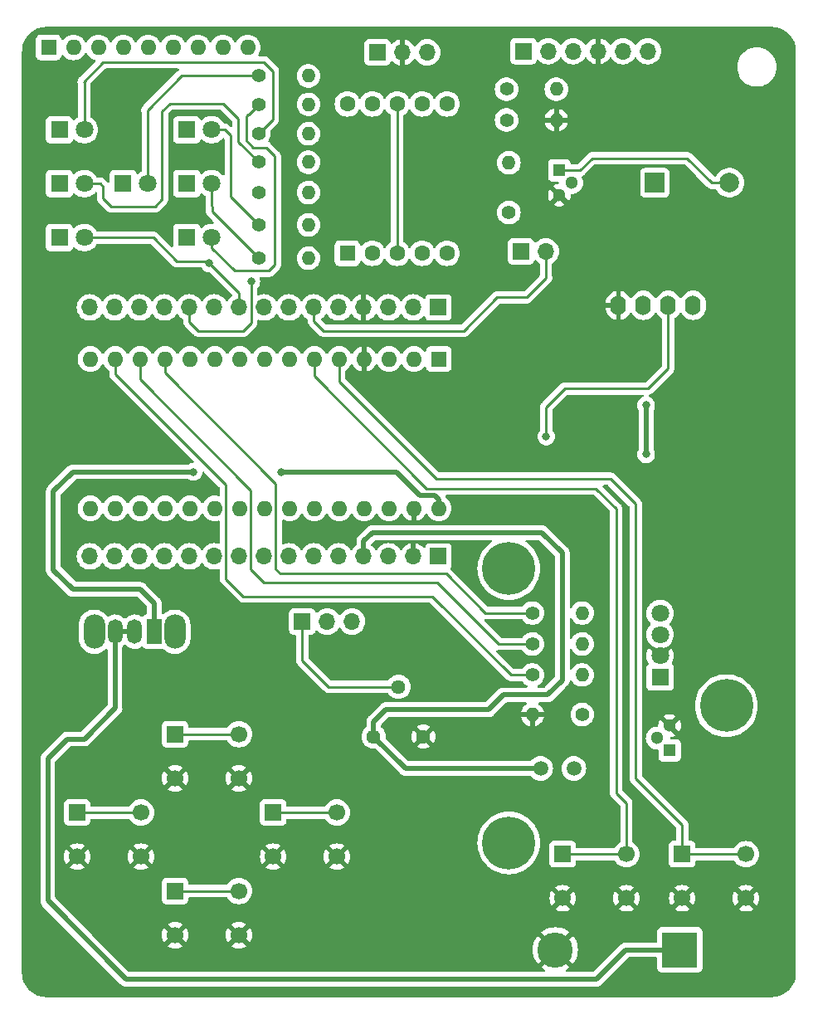
<source format=gbl>
%TF.GenerationSoftware,KiCad,Pcbnew,7.0.6*%
%TF.CreationDate,2023-07-29T04:39:01-03:00*%
%TF.ProjectId,OpenLabGeniosNano_V1,4f70656e-4c61-4624-9765-6e696f734e61,V1.0*%
%TF.SameCoordinates,Original*%
%TF.FileFunction,Copper,L2,Bot*%
%TF.FilePolarity,Positive*%
%FSLAX46Y46*%
G04 Gerber Fmt 4.6, Leading zero omitted, Abs format (unit mm)*
G04 Created by KiCad (PCBNEW 7.0.6) date 2023-07-29 04:39:01*
%MOMM*%
%LPD*%
G01*
G04 APERTURE LIST*
%TA.AperFunction,ComponentPad*%
%ADD10C,1.400000*%
%TD*%
%TA.AperFunction,ComponentPad*%
%ADD11O,1.400000X1.400000*%
%TD*%
%TA.AperFunction,ComponentPad*%
%ADD12R,1.700000X1.700000*%
%TD*%
%TA.AperFunction,ComponentPad*%
%ADD13O,1.700000X1.700000*%
%TD*%
%TA.AperFunction,ComponentPad*%
%ADD14C,1.440000*%
%TD*%
%TA.AperFunction,ComponentPad*%
%ADD15R,2.000000X2.000000*%
%TD*%
%TA.AperFunction,ComponentPad*%
%ADD16C,2.000000*%
%TD*%
%TA.AperFunction,ComponentPad*%
%ADD17R,1.600000X1.600000*%
%TD*%
%TA.AperFunction,ComponentPad*%
%ADD18O,1.600000X1.600000*%
%TD*%
%TA.AperFunction,ComponentPad*%
%ADD19C,1.600000*%
%TD*%
%TA.AperFunction,ComponentPad*%
%ADD20R,1.800000X1.800000*%
%TD*%
%TA.AperFunction,ComponentPad*%
%ADD21C,1.800000*%
%TD*%
%TA.AperFunction,ComponentPad*%
%ADD22C,5.400000*%
%TD*%
%TA.AperFunction,ComponentPad*%
%ADD23O,1.600000X2.000000*%
%TD*%
%TA.AperFunction,ComponentPad*%
%ADD24C,1.700000*%
%TD*%
%TA.AperFunction,ComponentPad*%
%ADD25R,1.300000X1.300000*%
%TD*%
%TA.AperFunction,ComponentPad*%
%ADD26C,1.300000*%
%TD*%
%TA.AperFunction,ComponentPad*%
%ADD27O,2.200000X3.500000*%
%TD*%
%TA.AperFunction,ComponentPad*%
%ADD28R,1.500000X2.500000*%
%TD*%
%TA.AperFunction,ComponentPad*%
%ADD29O,1.500000X2.500000*%
%TD*%
%TA.AperFunction,ComponentPad*%
%ADD30C,1.500000*%
%TD*%
%TA.AperFunction,ComponentPad*%
%ADD31R,3.600000X3.600000*%
%TD*%
%TA.AperFunction,ComponentPad*%
%ADD32C,3.600000*%
%TD*%
%TA.AperFunction,ViaPad*%
%ADD33C,0.800000*%
%TD*%
%TA.AperFunction,Conductor*%
%ADD34C,0.250000*%
%TD*%
%TA.AperFunction,Conductor*%
%ADD35C,0.500000*%
%TD*%
G04 APERTURE END LIST*
D10*
%TO.P,R13,1*%
%TO.N,D8*%
X95520000Y-50440000D03*
D11*
%TO.P,R13,2*%
%TO.N,Net-(U1-E)*%
X100600000Y-50440000D03*
%TD*%
D12*
%TO.P,J6,1,Pin_1*%
%TO.N,unconnected-(J6-Pin_1-Pad1)*%
X122535000Y-29315000D03*
D13*
%TO.P,J6,2,Pin_2*%
%TO.N,Net-(J6-Pin_2)*%
X125075000Y-29315000D03*
%TO.P,J6,3,Pin_3*%
%TO.N,D0{slash}RX*%
X127615000Y-29315000D03*
%TO.P,J6,4,Pin_4*%
%TO.N,GND*%
X130155000Y-29315000D03*
%TO.P,J6,5,Pin_5*%
%TO.N,+5V*%
X132695000Y-29315000D03*
%TO.P,J6,6,Pin_6*%
%TO.N,unconnected-(J6-Pin_6-Pad6)*%
X135235000Y-29315000D03*
%TD*%
D12*
%TO.P,J4,1,Pin_1*%
%TO.N,Net-(J4-Pin_1)*%
X122285000Y-49740000D03*
D13*
%TO.P,J4,2,Pin_2*%
%TO.N,D3{slash}INT1{slash}PWM*%
X124825000Y-49740000D03*
%TD*%
D10*
%TO.P,R4,1*%
%TO.N,D11{slash}MOSI{slash}PWM*%
X123460000Y-92950000D03*
D11*
%TO.P,R4,2*%
%TO.N,Net-(D8-RA)*%
X128540000Y-92950000D03*
%TD*%
D14*
%TO.P,RV1,1,1*%
%TO.N,GND*%
X112340000Y-99255000D03*
%TO.P,RV1,2,2*%
%TO.N,Net-(J5-Pin_1)*%
X109800000Y-94175000D03*
%TO.P,RV1,3,3*%
%TO.N,+5V*%
X107260000Y-99255000D03*
%TD*%
D12*
%TO.P,J1,1,Pin_1*%
%TO.N,D1{slash}TX*%
X113860000Y-55465000D03*
D13*
%TO.P,J1,2,Pin_2*%
%TO.N,D0{slash}RX*%
X111320000Y-55465000D03*
%TO.P,J1,3,Pin_3*%
%TO.N,RESET1*%
X108780000Y-55465000D03*
%TO.P,J1,4,Pin_4*%
%TO.N,GND*%
X106240000Y-55465000D03*
%TO.P,J1,5,Pin_5*%
%TO.N,D2{slash}INT0*%
X103700000Y-55465000D03*
%TO.P,J1,6,Pin_6*%
%TO.N,D3{slash}INT1{slash}PWM*%
X101160000Y-55465000D03*
%TO.P,J1,7,Pin_7*%
%TO.N,D4*%
X98620000Y-55465000D03*
%TO.P,J1,8,Pin_8*%
%TO.N,D5{slash}PWM*%
X96080000Y-55465000D03*
%TO.P,J1,9,Pin_9*%
%TO.N,D6{slash}PWM*%
X93540000Y-55465000D03*
%TO.P,J1,10,Pin_10*%
%TO.N,D7*%
X91000000Y-55465000D03*
%TO.P,J1,11,Pin_11*%
%TO.N,D8*%
X88460000Y-55465000D03*
%TO.P,J1,12,Pin_12*%
%TO.N,D9{slash}PWM*%
X85920000Y-55465000D03*
%TO.P,J1,13,Pin_13*%
%TO.N,D10{slash}SS{slash}PWM*%
X83380000Y-55465000D03*
%TO.P,J1,14,Pin_14*%
%TO.N,D11{slash}MOSI{slash}PWM*%
X80840000Y-55465000D03*
%TO.P,J1,15,Pin_15*%
%TO.N,D12{slash}MISO*%
X78300000Y-55465000D03*
%TD*%
D15*
%TO.P,BZ1,1,-*%
%TO.N,+5V*%
X135960000Y-42740000D03*
D16*
%TO.P,BZ1,2,+*%
%TO.N,Net-(BZ1-+)*%
X143560000Y-42740000D03*
%TD*%
D17*
%TO.P,A1,1,D1/TX*%
%TO.N,D1{slash}TX*%
X113910000Y-60730000D03*
D18*
%TO.P,A1,2,D0/RX*%
%TO.N,D0{slash}RX*%
X111370000Y-60730000D03*
%TO.P,A1,3,~{RESET}*%
%TO.N,RESET1*%
X108830000Y-60730000D03*
%TO.P,A1,4,GND*%
%TO.N,GND*%
X106290000Y-60730000D03*
%TO.P,A1,5,D2*%
%TO.N,D2{slash}INT0*%
X103750000Y-60730000D03*
%TO.P,A1,6,D3*%
%TO.N,D3{slash}INT1{slash}PWM*%
X101210000Y-60730000D03*
%TO.P,A1,7,D4*%
%TO.N,D4*%
X98670000Y-60730000D03*
%TO.P,A1,8,D5*%
%TO.N,D5{slash}PWM*%
X96130000Y-60730000D03*
%TO.P,A1,9,D6*%
%TO.N,D6{slash}PWM*%
X93590000Y-60730000D03*
%TO.P,A1,10,D7*%
%TO.N,D7*%
X91050000Y-60730000D03*
%TO.P,A1,11,D8*%
%TO.N,D8*%
X88510000Y-60730000D03*
%TO.P,A1,12,D9*%
%TO.N,D9{slash}PWM*%
X85970000Y-60730000D03*
%TO.P,A1,13,D10*%
%TO.N,D10{slash}SS{slash}PWM*%
X83430000Y-60730000D03*
%TO.P,A1,14,D11*%
%TO.N,D11{slash}MOSI{slash}PWM*%
X80890000Y-60730000D03*
%TO.P,A1,15,D12*%
%TO.N,D12{slash}MISO*%
X78350000Y-60730000D03*
%TO.P,A1,16,D13*%
%TO.N,D13{slash}SCK*%
X78350000Y-75970000D03*
%TO.P,A1,17,3V3*%
%TO.N,+3.3V*%
X80890000Y-75970000D03*
%TO.P,A1,18,AREF*%
%TO.N,AREF*%
X83430000Y-75970000D03*
%TO.P,A1,19,A0*%
%TO.N,A0*%
X85970000Y-75970000D03*
%TO.P,A1,20,A1*%
%TO.N,A1*%
X88510000Y-75970000D03*
%TO.P,A1,21,A2*%
%TO.N,A2*%
X91050000Y-75970000D03*
%TO.P,A1,22,A3*%
%TO.N,A3*%
X93590000Y-75970000D03*
%TO.P,A1,23,A4*%
%TO.N,A4{slash}SDA*%
X96130000Y-75970000D03*
%TO.P,A1,24,A5*%
%TO.N,A5{slash}SCL*%
X98670000Y-75970000D03*
%TO.P,A1,25,A6*%
%TO.N,A6*%
X101210000Y-75970000D03*
%TO.P,A1,26,A7*%
%TO.N,A7*%
X103750000Y-75970000D03*
%TO.P,A1,27,+5V*%
%TO.N,+5V*%
X106290000Y-75970000D03*
%TO.P,A1,28,~{RESET}*%
%TO.N,RESET2*%
X108830000Y-75970000D03*
%TO.P,A1,29,GND*%
%TO.N,GND*%
X111370000Y-75970000D03*
%TO.P,A1,30,VIN*%
%TO.N,+BATT*%
X113910000Y-75970000D03*
%TD*%
D17*
%TO.P,U1,1,E*%
%TO.N,Net-(U1-E)*%
X104580000Y-49937500D03*
D19*
%TO.P,U1,2,D*%
%TO.N,Net-(U1-D)*%
X107120000Y-49937500D03*
%TO.P,U1,3,CC*%
%TO.N,Net-(J3-Pin_1)*%
X109660000Y-49937500D03*
%TO.P,U1,4,C*%
%TO.N,Net-(U1-C)*%
X112200000Y-49937500D03*
%TO.P,U1,5,DP*%
%TO.N,unconnected-(U1-DP-Pad5)*%
X114740000Y-49937500D03*
%TO.P,U1,6,B*%
%TO.N,Net-(U1-B)*%
X114740000Y-34697500D03*
%TO.P,U1,7,A*%
%TO.N,Net-(U1-A)*%
X112200000Y-34697500D03*
%TO.P,U1,8,CC*%
%TO.N,Net-(J3-Pin_1)*%
X109660000Y-34697500D03*
%TO.P,U1,9,F*%
%TO.N,Net-(U1-F)*%
X107120000Y-34697500D03*
%TO.P,U1,10,G*%
%TO.N,Net-(U1-G)*%
X104580000Y-34697500D03*
%TD*%
D10*
%TO.P,R10,1*%
%TO.N,D5{slash}PWM*%
X95520000Y-40640000D03*
D11*
%TO.P,R10,2*%
%TO.N,Net-(U1-B)*%
X100600000Y-40640000D03*
%TD*%
D12*
%TO.P,J5,1,Pin_1*%
%TO.N,Net-(J5-Pin_1)*%
X99975000Y-87500000D03*
D13*
%TO.P,J5,2,Pin_2*%
%TO.N,A6*%
X102515000Y-87500000D03*
%TO.P,J5,3,Pin_3*%
%TO.N,Net-(J5-Pin_3)*%
X105055000Y-87500000D03*
%TD*%
D10*
%TO.P,R2,1*%
%TO.N,D9{slash}PWM*%
X123460000Y-86650000D03*
D11*
%TO.P,R2,2*%
%TO.N,Net-(D8-BA)*%
X128540000Y-86650000D03*
%TD*%
D20*
%TO.P,D5,1,K*%
%TO.N,Net-(D5-K)*%
X88185000Y-37340000D03*
D21*
%TO.P,D5,2,A*%
%TO.N,D7*%
X90725000Y-37340000D03*
%TD*%
D10*
%TO.P,R6,1*%
%TO.N,Net-(J5-Pin_3)*%
X128540000Y-97000000D03*
D11*
%TO.P,R6,2*%
%TO.N,GND*%
X123460000Y-97000000D03*
%TD*%
D10*
%TO.P,R7,1*%
%TO.N,D1{slash}TX*%
X120820000Y-33190000D03*
D11*
%TO.P,R7,2*%
%TO.N,Net-(J6-Pin_2)*%
X125900000Y-33190000D03*
%TD*%
D10*
%TO.P,R11,1*%
%TO.N,D6{slash}PWM*%
X95520000Y-43740000D03*
D11*
%TO.P,R11,2*%
%TO.N,Net-(U1-C)*%
X100600000Y-43740000D03*
%TD*%
D22*
%TO.P,H4,1*%
%TO.N,N/C*%
X121050000Y-82100000D03*
%TD*%
D10*
%TO.P,R14,1*%
%TO.N,D12{slash}MISO*%
X95520000Y-34740000D03*
D11*
%TO.P,R14,2*%
%TO.N,Net-(U1-F)*%
X100600000Y-34740000D03*
%TD*%
D23*
%TO.P,Brd1,1,GND*%
%TO.N,GND*%
X132240000Y-55240000D03*
%TO.P,Brd1,2,VCC*%
%TO.N,+5V*%
X134780000Y-55240000D03*
%TO.P,Brd1,3,SCL*%
%TO.N,A5{slash}SCL*%
X137320000Y-55240000D03*
%TO.P,Brd1,4,SDA*%
%TO.N,A4{slash}SDA*%
X139860000Y-55240000D03*
%TD*%
D20*
%TO.P,D6,1,K*%
%TO.N,Net-(D6-K)*%
X88185000Y-42840000D03*
D21*
%TO.P,D6,2,A*%
%TO.N,D8*%
X90725000Y-42840000D03*
%TD*%
D12*
%TO.P,SW4,1,A*%
%TO.N,A2*%
X87000000Y-115000000D03*
D24*
X93500000Y-115000000D03*
%TO.P,SW4,2,B*%
%TO.N,GND*%
X87000000Y-119500000D03*
X93500000Y-119500000D03*
%TD*%
D10*
%TO.P,R3,1*%
%TO.N,D10{slash}SS{slash}PWM*%
X123460000Y-89800000D03*
D11*
%TO.P,R3,2*%
%TO.N,Net-(D8-GA)*%
X128540000Y-89800000D03*
%TD*%
D20*
%TO.P,D1,1,K*%
%TO.N,Net-(D1-K)*%
X75185000Y-37340000D03*
D21*
%TO.P,D1,2,A*%
%TO.N,D4*%
X77725000Y-37340000D03*
%TD*%
D20*
%TO.P,D4,1,K*%
%TO.N,Net-(D4-K)*%
X81685000Y-42840000D03*
D21*
%TO.P,D4,2,A*%
%TO.N,D13{slash}SCK*%
X84225000Y-42840000D03*
%TD*%
D12*
%TO.P,SW6,1,A*%
%TO.N,D3{slash}INT1{slash}PWM*%
X126550000Y-111250000D03*
D24*
X133050000Y-111250000D03*
%TO.P,SW6,2,B*%
%TO.N,GND*%
X126550000Y-115750000D03*
X133050000Y-115750000D03*
%TD*%
D10*
%TO.P,R12,1*%
%TO.N,D7*%
X95520000Y-47040000D03*
D11*
%TO.P,R12,2*%
%TO.N,Net-(U1-D)*%
X100600000Y-47040000D03*
%TD*%
D12*
%TO.P,SW5,1,A*%
%TO.N,A3*%
X97000000Y-107000000D03*
D24*
X103500000Y-107000000D03*
%TO.P,SW5,2,B*%
%TO.N,GND*%
X97000000Y-111500000D03*
X103500000Y-111500000D03*
%TD*%
D12*
%TO.P,J2,1,Pin_1*%
%TO.N,+BATT*%
X113860000Y-80865000D03*
D13*
%TO.P,J2,2,Pin_2*%
%TO.N,GND*%
X111320000Y-80865000D03*
%TO.P,J2,3,Pin_3*%
%TO.N,RESET2*%
X108780000Y-80865000D03*
%TO.P,J2,4,Pin_4*%
%TO.N,+5V*%
X106240000Y-80865000D03*
%TO.P,J2,5,Pin_5*%
%TO.N,A7*%
X103700000Y-80865000D03*
%TO.P,J2,6,Pin_6*%
%TO.N,A6*%
X101160000Y-80865000D03*
%TO.P,J2,7,Pin_7*%
%TO.N,A5{slash}SCL*%
X98620000Y-80865000D03*
%TO.P,J2,8,Pin_8*%
%TO.N,A4{slash}SDA*%
X96080000Y-80865000D03*
%TO.P,J2,9,Pin_9*%
%TO.N,A3*%
X93540000Y-80865000D03*
%TO.P,J2,10,Pin_10*%
%TO.N,A2*%
X91000000Y-80865000D03*
%TO.P,J2,11,Pin_11*%
%TO.N,A1*%
X88460000Y-80865000D03*
%TO.P,J2,12,Pin_12*%
%TO.N,A0*%
X85920000Y-80865000D03*
%TO.P,J2,13,Pin_13*%
%TO.N,AREF*%
X83380000Y-80865000D03*
%TO.P,J2,14,Pin_14*%
%TO.N,+3.3V*%
X80840000Y-80865000D03*
%TO.P,J2,15,Pin_15*%
%TO.N,D13{slash}SCK*%
X78300000Y-80865000D03*
%TD*%
D20*
%TO.P,D8,1,RA*%
%TO.N,Net-(D8-RA)*%
X136500000Y-93159000D03*
D21*
%TO.P,D8,2,K*%
%TO.N,GND*%
X136500000Y-91000000D03*
%TO.P,D8,3,GA*%
%TO.N,Net-(D8-GA)*%
X136500000Y-88841000D03*
%TO.P,D8,4,BA*%
%TO.N,Net-(D8-BA)*%
X136500000Y-86682000D03*
%TD*%
D22*
%TO.P,H3,1*%
%TO.N,N/C*%
X121050000Y-110100000D03*
%TD*%
D20*
%TO.P,D2,1,K*%
%TO.N,Net-(D2-K)*%
X75185000Y-42840000D03*
D21*
%TO.P,D2,2,A*%
%TO.N,D5{slash}PWM*%
X77725000Y-42840000D03*
%TD*%
D25*
%TO.P,U2,1,+V_{S}*%
%TO.N,+5V*%
X137460000Y-100670000D03*
D26*
%TO.P,U2,2,V_{OUT}*%
%TO.N,A7*%
X136190000Y-99400000D03*
%TO.P,U2,3,GND*%
%TO.N,GND*%
X137460000Y-98130000D03*
%TD*%
D25*
%TO.P,Q1,1,C*%
%TO.N,Net-(BZ1-+)*%
X126200000Y-41470000D03*
D26*
%TO.P,Q1,2,B*%
%TO.N,Net-(Q1-B)*%
X127470000Y-42740000D03*
%TO.P,Q1,3,E*%
%TO.N,GND*%
X126200000Y-44010000D03*
%TD*%
D27*
%TO.P,SW1,*%
%TO.N,*%
X86960000Y-88542500D03*
X78760000Y-88542500D03*
D28*
%TO.P,SW1,1,A*%
%TO.N,+BATT*%
X84860000Y-88542500D03*
D29*
%TO.P,SW1,2,B*%
%TO.N,/CPU/BATTSWITCH*%
X82860000Y-88542500D03*
%TO.P,SW1,3,C*%
X80860000Y-88542500D03*
%TD*%
D12*
%TO.P,SW2,1,A*%
%TO.N,A1*%
X77000000Y-107000000D03*
D24*
X83500000Y-107000000D03*
%TO.P,SW2,2,B*%
%TO.N,GND*%
X77000000Y-111500000D03*
X83500000Y-111500000D03*
%TD*%
D20*
%TO.P,D7,1,K*%
%TO.N,Net-(D7-K)*%
X88185000Y-48340000D03*
D21*
%TO.P,D7,2,A*%
%TO.N,D12{slash}MISO*%
X90725000Y-48340000D03*
%TD*%
D10*
%TO.P,R8,1*%
%TO.N,Net-(J6-Pin_2)*%
X120820000Y-36340000D03*
D11*
%TO.P,R8,2*%
%TO.N,GND*%
X125900000Y-36340000D03*
%TD*%
D12*
%TO.P,SW7,1,A*%
%TO.N,D2{slash}INT0*%
X138750000Y-111250000D03*
D24*
X145250000Y-111250000D03*
%TO.P,SW7,2,B*%
%TO.N,GND*%
X138750000Y-115750000D03*
X145250000Y-115750000D03*
%TD*%
D20*
%TO.P,D3,1,K*%
%TO.N,Net-(D3-K)*%
X75185000Y-48340000D03*
D21*
%TO.P,D3,2,A*%
%TO.N,D6{slash}PWM*%
X77725000Y-48340000D03*
%TD*%
D12*
%TO.P,SW3,1,A*%
%TO.N,A0*%
X87000000Y-99000000D03*
D24*
X93500000Y-99000000D03*
%TO.P,SW3,2,B*%
%TO.N,GND*%
X87000000Y-103500000D03*
X93500000Y-103500000D03*
%TD*%
D10*
%TO.P,R9,1*%
%TO.N,D4*%
X95520000Y-37740000D03*
D11*
%TO.P,R9,2*%
%TO.N,Net-(U1-A)*%
X100600000Y-37740000D03*
%TD*%
D30*
%TO.P,R5,1*%
%TO.N,+5V*%
X124300000Y-102500000D03*
%TO.P,R5,2*%
%TO.N,Net-(J5-Pin_3)*%
X127700000Y-102500000D03*
%TD*%
D10*
%TO.P,R15,1*%
%TO.N,D13{slash}SCK*%
X95520000Y-31840000D03*
D11*
%TO.P,R15,2*%
%TO.N,Net-(U1-G)*%
X100600000Y-31840000D03*
%TD*%
D10*
%TO.P,R1,1*%
%TO.N,Net-(J4-Pin_1)*%
X121060000Y-45780000D03*
D11*
%TO.P,R1,2*%
%TO.N,Net-(Q1-B)*%
X121060000Y-40700000D03*
%TD*%
D22*
%TO.P,H2,1*%
%TO.N,N/C*%
X143250000Y-96100000D03*
%TD*%
D12*
%TO.P,J3,1,Pin_1*%
%TO.N,Net-(J3-Pin_1)*%
X107635000Y-29440000D03*
D13*
%TO.P,J3,2,Pin_2*%
%TO.N,GND*%
X110175000Y-29440000D03*
%TO.P,J3,3,Pin_3*%
%TO.N,Net-(J3-Pin_3)*%
X112715000Y-29440000D03*
%TD*%
D17*
%TO.P,RN2,1,common*%
%TO.N,Net-(J3-Pin_3)*%
X74085000Y-28940000D03*
D18*
%TO.P,RN2,2,R1*%
%TO.N,Net-(D1-K)*%
X76625000Y-28940000D03*
%TO.P,RN2,3,R2*%
%TO.N,Net-(D2-K)*%
X79165000Y-28940000D03*
%TO.P,RN2,4,R3*%
%TO.N,Net-(D3-K)*%
X81705000Y-28940000D03*
%TO.P,RN2,5,R4*%
%TO.N,Net-(D4-K)*%
X84245000Y-28940000D03*
%TO.P,RN2,6,R5*%
%TO.N,Net-(D7-K)*%
X86785000Y-28940000D03*
%TO.P,RN2,7,R6*%
%TO.N,Net-(D6-K)*%
X89325000Y-28940000D03*
%TO.P,RN2,8,R7*%
%TO.N,Net-(D5-K)*%
X91865000Y-28940000D03*
%TO.P,RN2,9,R8*%
%TO.N,unconnected-(RN2-R8-Pad9)*%
X94405000Y-28940000D03*
%TD*%
D31*
%TO.P,BT1,1,+*%
%TO.N,/CPU/BATTSWITCH*%
X138500000Y-121000000D03*
D32*
%TO.P,BT1,2,-*%
%TO.N,GND*%
X125800000Y-121000000D03*
%TD*%
D33*
%TO.N,D6{slash}PWM*%
X90497701Y-50977701D03*
%TO.N,D8*%
X94760000Y-52840000D03*
%TO.N,A5{slash}SCL*%
X124860000Y-68640000D03*
%TO.N,+5V*%
X135060000Y-70440000D03*
X135060000Y-65440000D03*
%TO.N,+BATT*%
X97860000Y-72240000D03*
X88860000Y-72240000D03*
%TD*%
D34*
%TO.N,D2{slash}INT0*%
X113660000Y-72940000D02*
X131440000Y-72940000D01*
X131440000Y-72940000D02*
X134000000Y-75500000D01*
X134000000Y-103500000D02*
X138750000Y-108250000D01*
X138750000Y-111250000D02*
X145250000Y-111250000D01*
X134000000Y-75500000D02*
X134000000Y-103500000D01*
X138750000Y-108250000D02*
X138750000Y-111250000D01*
X103750000Y-63030000D02*
X113660000Y-72940000D01*
X103750000Y-60730000D02*
X103750000Y-63030000D01*
%TO.N,D3{slash}INT1{slash}PWM*%
X122860000Y-54440000D02*
X124860000Y-52440000D01*
X129940000Y-73940000D02*
X132000000Y-76000000D01*
X112660000Y-73940000D02*
X129940000Y-73940000D01*
X126550000Y-111250000D02*
X133050000Y-111250000D01*
X101210000Y-60730000D02*
X101210000Y-62490000D01*
X132000000Y-76000000D02*
X132000000Y-105000000D01*
X124825000Y-52405000D02*
X124825000Y-49740000D01*
X116460000Y-57840000D02*
X119860000Y-54440000D01*
X132000000Y-105000000D02*
X133050000Y-106050000D01*
X119860000Y-54440000D02*
X122860000Y-54440000D01*
X101160000Y-55465000D02*
X101160000Y-56840000D01*
X102160000Y-57840000D02*
X116460000Y-57840000D01*
X101160000Y-56840000D02*
X102160000Y-57840000D01*
X124860000Y-52440000D02*
X124825000Y-52405000D01*
X133050000Y-106050000D02*
X133050000Y-111250000D01*
X101210000Y-62490000D02*
X112660000Y-73940000D01*
%TO.N,D4*%
X95520000Y-37740000D02*
X96960000Y-36300000D01*
X96060000Y-30440000D02*
X79660000Y-30440000D01*
X96960000Y-36300000D02*
X96960000Y-31340000D01*
X79660000Y-30440000D02*
X77660000Y-32440000D01*
X96960000Y-31340000D02*
X96060000Y-30440000D01*
X77660000Y-32440000D02*
X77725000Y-32505000D01*
X77725000Y-32505000D02*
X77725000Y-37340000D01*
%TO.N,D5{slash}PWM*%
X91860000Y-34640000D02*
X86460000Y-34640000D01*
X95520000Y-40640000D02*
X93460000Y-38580000D01*
X79360000Y-42840000D02*
X77725000Y-42840000D01*
X80460000Y-45140000D02*
X79660000Y-44340000D01*
X84960000Y-45140000D02*
X80460000Y-45140000D01*
X85660000Y-35440000D02*
X85660000Y-44440000D01*
X79660000Y-44340000D02*
X79660000Y-43140000D01*
X85660000Y-44440000D02*
X84960000Y-45140000D01*
X79660000Y-43140000D02*
X79360000Y-42840000D01*
X93460000Y-38580000D02*
X93460000Y-36240000D01*
X93460000Y-36240000D02*
X91860000Y-34640000D01*
X86460000Y-34640000D02*
X85660000Y-35440000D01*
%TO.N,D6{slash}PWM*%
X93540000Y-54020000D02*
X93540000Y-55465000D01*
X87160000Y-50740000D02*
X90260000Y-50740000D01*
X77725000Y-48340000D02*
X84760000Y-48340000D01*
X84760000Y-48340000D02*
X87160000Y-50740000D01*
X90260000Y-50740000D02*
X93540000Y-54020000D01*
%TO.N,D7*%
X92660000Y-44180000D02*
X92660000Y-37940000D01*
X95520000Y-47040000D02*
X92660000Y-44180000D01*
X92660000Y-37940000D02*
X92060000Y-37340000D01*
X92060000Y-37340000D02*
X90725000Y-37340000D01*
%TO.N,D8*%
X93960000Y-57840000D02*
X89360000Y-57840000D01*
X90725000Y-45105000D02*
X90725000Y-42840000D01*
X89360000Y-57840000D02*
X88460000Y-56940000D01*
X94760000Y-52840000D02*
X94760000Y-57040000D01*
X90760000Y-45140000D02*
X90725000Y-45105000D01*
X90760000Y-45680000D02*
X90760000Y-45140000D01*
X94760000Y-57040000D02*
X93960000Y-57840000D01*
X88460000Y-56940000D02*
X88460000Y-55465000D01*
X95520000Y-50440000D02*
X90760000Y-45680000D01*
%TO.N,D9{slash}PWM*%
X114640000Y-82640000D02*
X118650000Y-86650000D01*
X97760000Y-82640000D02*
X114640000Y-82640000D01*
X97260000Y-82140000D02*
X97760000Y-82640000D01*
X97260000Y-73440000D02*
X97260000Y-82140000D01*
X85970000Y-62150000D02*
X97260000Y-73440000D01*
X85970000Y-60730000D02*
X85970000Y-62150000D01*
X118650000Y-86650000D02*
X123460000Y-86650000D01*
%TO.N,D10{slash}SS{slash}PWM*%
X83430000Y-60730000D02*
X83430000Y-62810000D01*
X96060000Y-83540000D02*
X113740000Y-83540000D01*
X83430000Y-62810000D02*
X94715000Y-74095000D01*
X94715000Y-82195000D02*
X96060000Y-83540000D01*
X113740000Y-83540000D02*
X120000000Y-89800000D01*
X120000000Y-89800000D02*
X123460000Y-89800000D01*
X94715000Y-74095000D02*
X94715000Y-82195000D01*
%TO.N,D11{slash}MOSI{slash}PWM*%
X92175000Y-83155000D02*
X93960000Y-84940000D01*
X113240000Y-84940000D02*
X121250000Y-92950000D01*
X80890000Y-62270000D02*
X92175000Y-73555000D01*
X80890000Y-60730000D02*
X80890000Y-62270000D01*
X121250000Y-92950000D02*
X123460000Y-92950000D01*
X93960000Y-84940000D02*
X113240000Y-84940000D01*
X92175000Y-73555000D02*
X92175000Y-83155000D01*
%TO.N,D12{slash}MISO*%
X93060000Y-51740000D02*
X90725000Y-49405000D01*
X94960000Y-39140000D02*
X96260000Y-39140000D01*
X97160000Y-51140000D02*
X96560000Y-51740000D01*
X96260000Y-39140000D02*
X97160000Y-40040000D01*
X94260000Y-38440000D02*
X94960000Y-39140000D01*
X97160000Y-40040000D02*
X97160000Y-51140000D01*
X90725000Y-49405000D02*
X90725000Y-48340000D01*
X94435000Y-35765000D02*
X94260000Y-35940000D01*
X96560000Y-51740000D02*
X93060000Y-51740000D01*
X94495000Y-35765000D02*
X94435000Y-35765000D01*
X94260000Y-35940000D02*
X94260000Y-38440000D01*
X95520000Y-34740000D02*
X94495000Y-35765000D01*
%TO.N,D13{slash}SCK*%
X87660000Y-31840000D02*
X84160000Y-35340000D01*
X84225000Y-35405000D02*
X84225000Y-42840000D01*
X84160000Y-35340000D02*
X84225000Y-35405000D01*
X95520000Y-31840000D02*
X87660000Y-31840000D01*
%TO.N,A0*%
X87000000Y-99000000D02*
X93500000Y-99000000D01*
%TO.N,A1*%
X77000000Y-107000000D02*
X83500000Y-107000000D01*
%TO.N,A2*%
X87000000Y-115000000D02*
X93500000Y-115000000D01*
%TO.N,A3*%
X97000000Y-107000000D02*
X103500000Y-107000000D01*
%TO.N,A5{slash}SCL*%
X137320000Y-61680000D02*
X137320000Y-55240000D01*
X124860000Y-68640000D02*
X124860000Y-65640000D01*
X124860000Y-65640000D02*
X126760000Y-63740000D01*
X126760000Y-63740000D02*
X135260000Y-63740000D01*
X135260000Y-63740000D02*
X137320000Y-61680000D01*
D35*
%TO.N,+5V*%
X126500000Y-80500000D02*
X124440000Y-78440000D01*
D34*
X135060000Y-70440000D02*
X134960000Y-70340000D01*
D35*
X119000000Y-96500000D02*
X120500000Y-95000000D01*
X125000000Y-95000000D02*
X126500000Y-93500000D01*
X135060000Y-70240000D02*
X135060000Y-65440000D01*
X107260000Y-99255000D02*
X107260000Y-97740000D01*
X124440000Y-78440000D02*
X107120000Y-78440000D01*
X134960000Y-70340000D02*
X135060000Y-70240000D01*
X107260000Y-99255000D02*
X110505000Y-102500000D01*
X107120000Y-78440000D02*
X106240000Y-79320000D01*
X126500000Y-93500000D02*
X126500000Y-80500000D01*
X110505000Y-102500000D02*
X124300000Y-102500000D01*
X107260000Y-97740000D02*
X108500000Y-96500000D01*
X106240000Y-79320000D02*
X106240000Y-80865000D01*
X120500000Y-95000000D02*
X125000000Y-95000000D01*
X108500000Y-96500000D02*
X119000000Y-96500000D01*
%TO.N,+BATT*%
X76560000Y-84240000D02*
X74560000Y-82240000D01*
X84860000Y-85640000D02*
X83460000Y-84240000D01*
X113460000Y-74640000D02*
X113910000Y-75090000D01*
X109560000Y-72240000D02*
X111960000Y-74640000D01*
X111960000Y-74640000D02*
X113460000Y-74640000D01*
X74560000Y-82240000D02*
X74560000Y-74240000D01*
X84860000Y-88542500D02*
X84860000Y-85640000D01*
X113910000Y-75090000D02*
X113910000Y-75970000D01*
X97860000Y-72240000D02*
X109560000Y-72240000D01*
X74560000Y-74240000D02*
X76560000Y-72240000D01*
X76560000Y-72240000D02*
X88860000Y-72240000D01*
X83460000Y-84240000D02*
X76560000Y-84240000D01*
D34*
%TO.N,Net-(J3-Pin_1)*%
X109660000Y-49937500D02*
X109660000Y-34697500D01*
%TO.N,Net-(BZ1-+)*%
X139260000Y-40240000D02*
X129560000Y-40240000D01*
X129560000Y-40240000D02*
X128330000Y-41470000D01*
X128330000Y-41470000D02*
X126200000Y-41470000D01*
X141760000Y-42740000D02*
X139260000Y-40240000D01*
X143570000Y-42740000D02*
X141760000Y-42740000D01*
%TO.N,Net-(J5-Pin_1)*%
X99975000Y-87500000D02*
X99975000Y-91475000D01*
X99975000Y-91475000D02*
X102675000Y-94175000D01*
X102675000Y-94175000D02*
X109800000Y-94175000D01*
D35*
%TO.N,/CPU/BATTSWITCH*%
X82000000Y-124000000D02*
X130000000Y-124000000D01*
X74000000Y-101500000D02*
X74000000Y-116000000D01*
X76000000Y-99500000D02*
X74000000Y-101500000D01*
X80860000Y-96360000D02*
X77720000Y-99500000D01*
X77720000Y-99500000D02*
X76000000Y-99500000D01*
X74000000Y-116000000D02*
X82000000Y-124000000D01*
X80860000Y-88542500D02*
X80860000Y-96360000D01*
X130000000Y-124000000D02*
X133000000Y-121000000D01*
X133000000Y-121000000D02*
X138500000Y-121000000D01*
X82860000Y-88542500D02*
X80860000Y-88542500D01*
%TD*%
%TA.AperFunction,Conductor*%
%TO.N,GND*%
G36*
X119297775Y-79210185D02*
G01*
X119343530Y-79262989D01*
X119353474Y-79332147D01*
X119324449Y-79395703D01*
X119302492Y-79415629D01*
X119051377Y-79593805D01*
X118783339Y-79833339D01*
X118543805Y-80101377D01*
X118335790Y-80394545D01*
X118161905Y-80709168D01*
X118024339Y-81041281D01*
X117924828Y-81386694D01*
X117924826Y-81386703D01*
X117864614Y-81741085D01*
X117864612Y-81741097D01*
X117844457Y-82100000D01*
X117864612Y-82458902D01*
X117864614Y-82458914D01*
X117924826Y-82813296D01*
X117924828Y-82813305D01*
X118024339Y-83158718D01*
X118024341Y-83158724D01*
X118161906Y-83490833D01*
X118166307Y-83498796D01*
X118335790Y-83805454D01*
X118543805Y-84098622D01*
X118543806Y-84098623D01*
X118783339Y-84366661D01*
X118984613Y-84546530D01*
X119051377Y-84606194D01*
X119266070Y-84758528D01*
X119344548Y-84814211D01*
X119659167Y-84988094D01*
X119991276Y-85125659D01*
X120336700Y-85225173D01*
X120691093Y-85285387D01*
X121050000Y-85305543D01*
X121408907Y-85285387D01*
X121763300Y-85225173D01*
X122108724Y-85125659D01*
X122440833Y-84988094D01*
X122755452Y-84814211D01*
X123048623Y-84606194D01*
X123316661Y-84366661D01*
X123556194Y-84098623D01*
X123764211Y-83805452D01*
X123938094Y-83490833D01*
X124075659Y-83158724D01*
X124175173Y-82813300D01*
X124235387Y-82458907D01*
X124255543Y-82100000D01*
X124235387Y-81741093D01*
X124175173Y-81386700D01*
X124075659Y-81041276D01*
X123938094Y-80709167D01*
X123764211Y-80394548D01*
X123743245Y-80365000D01*
X123556194Y-80101377D01*
X123552022Y-80096708D01*
X123316661Y-79833339D01*
X123048623Y-79593806D01*
X123045472Y-79591570D01*
X122797508Y-79415629D01*
X122754225Y-79360781D01*
X122747465Y-79291239D01*
X122779376Y-79229083D01*
X122839826Y-79194045D01*
X122869264Y-79190500D01*
X124077770Y-79190500D01*
X124144809Y-79210185D01*
X124165451Y-79226819D01*
X125713181Y-80774549D01*
X125746666Y-80835872D01*
X125749500Y-80862230D01*
X125749500Y-93137769D01*
X125729815Y-93204808D01*
X125713181Y-93225450D01*
X124725451Y-94213181D01*
X124664128Y-94246666D01*
X124637770Y-94249500D01*
X124077495Y-94249500D01*
X124010456Y-94229815D01*
X123964701Y-94177011D01*
X123954757Y-94107853D01*
X123983782Y-94044297D01*
X124012218Y-94020073D01*
X124186560Y-93912125D01*
X124186559Y-93912125D01*
X124186562Y-93912124D01*
X124350981Y-93762236D01*
X124485058Y-93584689D01*
X124584229Y-93385528D01*
X124645115Y-93171536D01*
X124665643Y-92950000D01*
X124645115Y-92728464D01*
X124584229Y-92514472D01*
X124584224Y-92514461D01*
X124485061Y-92315316D01*
X124485056Y-92315308D01*
X124350979Y-92137761D01*
X124186562Y-91987876D01*
X124186560Y-91987874D01*
X123997404Y-91870754D01*
X123997398Y-91870752D01*
X123789940Y-91790382D01*
X123571243Y-91749500D01*
X123348757Y-91749500D01*
X123130060Y-91790382D01*
X123050234Y-91821307D01*
X122922601Y-91870752D01*
X122922595Y-91870754D01*
X122733439Y-91987874D01*
X122733437Y-91987876D01*
X122569020Y-92137761D01*
X122465212Y-92275227D01*
X122409103Y-92316863D01*
X122366258Y-92324500D01*
X121560452Y-92324500D01*
X121493413Y-92304815D01*
X121472771Y-92288181D01*
X119821232Y-90636641D01*
X119787747Y-90575318D01*
X119792731Y-90505626D01*
X119834603Y-90449693D01*
X119900067Y-90425276D01*
X119913179Y-90425633D01*
X119913179Y-90425500D01*
X119920981Y-90425500D01*
X119941016Y-90425500D01*
X119960413Y-90427026D01*
X119980196Y-90430160D01*
X120026583Y-90425775D01*
X120032422Y-90425500D01*
X122366258Y-90425500D01*
X122433297Y-90445185D01*
X122465212Y-90474773D01*
X122569020Y-90612238D01*
X122733437Y-90762123D01*
X122733439Y-90762125D01*
X122922595Y-90879245D01*
X122922596Y-90879245D01*
X122922599Y-90879247D01*
X123130060Y-90959618D01*
X123348757Y-91000500D01*
X123348759Y-91000500D01*
X123571241Y-91000500D01*
X123571243Y-91000500D01*
X123789940Y-90959618D01*
X123997401Y-90879247D01*
X124186562Y-90762124D01*
X124350981Y-90612236D01*
X124485058Y-90434689D01*
X124584229Y-90235528D01*
X124645115Y-90021536D01*
X124665643Y-89800000D01*
X124655321Y-89688611D01*
X124645115Y-89578464D01*
X124645114Y-89578462D01*
X124606756Y-89443648D01*
X124584229Y-89364472D01*
X124584224Y-89364461D01*
X124485061Y-89165316D01*
X124485056Y-89165308D01*
X124350979Y-88987761D01*
X124186562Y-88837876D01*
X124186560Y-88837874D01*
X123997404Y-88720754D01*
X123997398Y-88720752D01*
X123963312Y-88707547D01*
X123789940Y-88640382D01*
X123571243Y-88599500D01*
X123348757Y-88599500D01*
X123130060Y-88640382D01*
X123043192Y-88674035D01*
X122922601Y-88720752D01*
X122922595Y-88720754D01*
X122733439Y-88837874D01*
X122733437Y-88837876D01*
X122569020Y-88987761D01*
X122465212Y-89125227D01*
X122409103Y-89166863D01*
X122366258Y-89174500D01*
X120310452Y-89174500D01*
X120243413Y-89154815D01*
X120222771Y-89138181D01*
X118574007Y-87489417D01*
X118540522Y-87428094D01*
X118545506Y-87358402D01*
X118587378Y-87302469D01*
X118650018Y-87278286D01*
X118676583Y-87275775D01*
X118682422Y-87275500D01*
X122366258Y-87275500D01*
X122433297Y-87295185D01*
X122465212Y-87324773D01*
X122569020Y-87462238D01*
X122733437Y-87612123D01*
X122733439Y-87612125D01*
X122922595Y-87729245D01*
X122922596Y-87729245D01*
X122922599Y-87729247D01*
X123130060Y-87809618D01*
X123348757Y-87850500D01*
X123348759Y-87850500D01*
X123571241Y-87850500D01*
X123571243Y-87850500D01*
X123789940Y-87809618D01*
X123997401Y-87729247D01*
X124186562Y-87612124D01*
X124350981Y-87462236D01*
X124485058Y-87284689D01*
X124584229Y-87085528D01*
X124645115Y-86871536D01*
X124665643Y-86650000D01*
X124659474Y-86583430D01*
X124645115Y-86428464D01*
X124645114Y-86428462D01*
X124639198Y-86407671D01*
X124584229Y-86214472D01*
X124559564Y-86164938D01*
X124485061Y-86015316D01*
X124485056Y-86015308D01*
X124350979Y-85837761D01*
X124186562Y-85687876D01*
X124186560Y-85687874D01*
X123997404Y-85570754D01*
X123997398Y-85570752D01*
X123995870Y-85570160D01*
X123789940Y-85490382D01*
X123571243Y-85449500D01*
X123348757Y-85449500D01*
X123130060Y-85490382D01*
X123090946Y-85505535D01*
X122922601Y-85570752D01*
X122922595Y-85570754D01*
X122733439Y-85687874D01*
X122733437Y-85687876D01*
X122569020Y-85837761D01*
X122465212Y-85975227D01*
X122409103Y-86016863D01*
X122366258Y-86024500D01*
X118960453Y-86024500D01*
X118893414Y-86004815D01*
X118872772Y-85988181D01*
X115140803Y-82256212D01*
X115130980Y-82243950D01*
X115130759Y-82244134D01*
X115125787Y-82238123D01*
X115104382Y-82218023D01*
X115099648Y-82213577D01*
X115064254Y-82153338D01*
X115067046Y-82083524D01*
X115085263Y-82048877D01*
X115153796Y-81957331D01*
X115204091Y-81822483D01*
X115210500Y-81762873D01*
X115210499Y-79967128D01*
X115204091Y-79907517D01*
X115203002Y-79904598D01*
X115153797Y-79772671D01*
X115153793Y-79772664D01*
X115067547Y-79657455D01*
X115067544Y-79657452D01*
X114952335Y-79571206D01*
X114952328Y-79571202D01*
X114817482Y-79520908D01*
X114817483Y-79520908D01*
X114757883Y-79514501D01*
X114757881Y-79514500D01*
X114757873Y-79514500D01*
X114757864Y-79514500D01*
X112962129Y-79514500D01*
X112962123Y-79514501D01*
X112902516Y-79520908D01*
X112767671Y-79571202D01*
X112767664Y-79571206D01*
X112652455Y-79657452D01*
X112652452Y-79657455D01*
X112566206Y-79772664D01*
X112566202Y-79772671D01*
X112516997Y-79904598D01*
X112475126Y-79960532D01*
X112409661Y-79984949D01*
X112341388Y-79970097D01*
X112313134Y-79948946D01*
X112191082Y-79826894D01*
X111997578Y-79691399D01*
X111783492Y-79591570D01*
X111783486Y-79591567D01*
X111570000Y-79534364D01*
X111569999Y-80429498D01*
X111462315Y-80380320D01*
X111355763Y-80365000D01*
X111284237Y-80365000D01*
X111177685Y-80380320D01*
X111070000Y-80429498D01*
X111070000Y-79534364D01*
X111069999Y-79534364D01*
X110856513Y-79591567D01*
X110856507Y-79591570D01*
X110642422Y-79691399D01*
X110642420Y-79691400D01*
X110448926Y-79826886D01*
X110448920Y-79826891D01*
X110281891Y-79993920D01*
X110281890Y-79993922D01*
X110151880Y-80179595D01*
X110097303Y-80223219D01*
X110027804Y-80230412D01*
X109965450Y-80198890D01*
X109948730Y-80179594D01*
X109818494Y-79993597D01*
X109651402Y-79826506D01*
X109651395Y-79826501D01*
X109457834Y-79690967D01*
X109457830Y-79690965D01*
X109428521Y-79677298D01*
X109243663Y-79591097D01*
X109243659Y-79591096D01*
X109243655Y-79591094D01*
X109015413Y-79529938D01*
X109015403Y-79529936D01*
X108780001Y-79509341D01*
X108779999Y-79509341D01*
X108544596Y-79529936D01*
X108544586Y-79529938D01*
X108316344Y-79591094D01*
X108316337Y-79591096D01*
X108316337Y-79591097D01*
X108310530Y-79593805D01*
X108102171Y-79690964D01*
X108102169Y-79690965D01*
X107908597Y-79826505D01*
X107741505Y-79993597D01*
X107611575Y-80179158D01*
X107556998Y-80222783D01*
X107487500Y-80229977D01*
X107425145Y-80198454D01*
X107408425Y-80179158D01*
X107278494Y-79993597D01*
X107111404Y-79826508D01*
X107111403Y-79826507D01*
X107111401Y-79826505D01*
X107046275Y-79780903D01*
X107002651Y-79726326D01*
X106995459Y-79656827D01*
X107026982Y-79594473D01*
X107029687Y-79591680D01*
X107394549Y-79226819D01*
X107455872Y-79193334D01*
X107482230Y-79190500D01*
X119230736Y-79190500D01*
X119297775Y-79210185D01*
G37*
%TD.AperFunction*%
%TA.AperFunction,Conductor*%
G36*
X147861866Y-26840613D02*
G01*
X147941342Y-26845420D01*
X148157539Y-26858497D01*
X148164973Y-26859401D01*
X148454483Y-26912456D01*
X148461753Y-26914247D01*
X148742764Y-27001814D01*
X148749751Y-27004465D01*
X148903864Y-27073825D01*
X149018158Y-27125265D01*
X149024788Y-27128745D01*
X149276665Y-27281010D01*
X149282821Y-27285257D01*
X149514523Y-27466784D01*
X149520123Y-27471745D01*
X149728253Y-27679875D01*
X149733214Y-27685475D01*
X149914739Y-27917175D01*
X149918989Y-27923334D01*
X150071254Y-28175211D01*
X150074737Y-28181846D01*
X150195534Y-28450248D01*
X150198188Y-28457244D01*
X150232888Y-28568599D01*
X150285750Y-28738240D01*
X150287543Y-28745516D01*
X150340598Y-29035026D01*
X150341502Y-29042465D01*
X150359387Y-29338132D01*
X150359500Y-29341877D01*
X150359500Y-123338122D01*
X150359387Y-123341867D01*
X150341502Y-123637534D01*
X150340598Y-123644973D01*
X150287543Y-123934483D01*
X150285750Y-123941759D01*
X150198192Y-124222745D01*
X150195534Y-124229751D01*
X150074737Y-124498153D01*
X150071254Y-124504788D01*
X149918989Y-124756665D01*
X149914733Y-124762833D01*
X149733215Y-124994523D01*
X149728246Y-125000132D01*
X149520132Y-125208246D01*
X149514523Y-125213215D01*
X149282833Y-125394733D01*
X149276665Y-125398989D01*
X149024788Y-125551254D01*
X149018153Y-125554737D01*
X148749751Y-125675534D01*
X148742749Y-125678190D01*
X148649363Y-125707290D01*
X148461759Y-125765750D01*
X148454483Y-125767543D01*
X148164973Y-125820598D01*
X148157534Y-125821502D01*
X147861867Y-125839387D01*
X147858122Y-125839500D01*
X73861878Y-125839500D01*
X73858133Y-125839387D01*
X73562465Y-125821502D01*
X73555026Y-125820598D01*
X73265516Y-125767543D01*
X73258240Y-125765750D01*
X73164858Y-125736651D01*
X72977244Y-125678188D01*
X72970248Y-125675534D01*
X72701846Y-125554737D01*
X72695211Y-125551254D01*
X72443334Y-125398989D01*
X72437175Y-125394739D01*
X72205475Y-125213214D01*
X72199875Y-125208253D01*
X71991745Y-125000123D01*
X71986784Y-124994523D01*
X71805257Y-124762821D01*
X71801010Y-124756665D01*
X71648745Y-124504788D01*
X71645262Y-124498153D01*
X71642503Y-124492023D01*
X71593825Y-124383864D01*
X71524465Y-124229751D01*
X71521814Y-124222764D01*
X71434247Y-123941753D01*
X71432456Y-123934483D01*
X71379401Y-123644973D01*
X71378497Y-123637534D01*
X71360613Y-123341866D01*
X71360500Y-123338122D01*
X71360500Y-115978025D01*
X73244710Y-115978025D01*
X73249264Y-116030064D01*
X73249500Y-116035470D01*
X73249500Y-116043709D01*
X73253306Y-116076274D01*
X73260000Y-116152791D01*
X73261461Y-116159867D01*
X73261403Y-116159878D01*
X73263034Y-116167237D01*
X73263092Y-116167224D01*
X73264757Y-116174250D01*
X73291025Y-116246424D01*
X73315185Y-116319331D01*
X73318236Y-116325874D01*
X73318182Y-116325898D01*
X73321470Y-116332688D01*
X73321521Y-116332663D01*
X73324761Y-116339113D01*
X73324762Y-116339114D01*
X73324763Y-116339117D01*
X73332249Y-116350499D01*
X73366965Y-116403283D01*
X73407287Y-116468655D01*
X73411766Y-116474319D01*
X73411719Y-116474356D01*
X73416482Y-116480202D01*
X73416528Y-116480164D01*
X73421173Y-116485700D01*
X73477018Y-116538386D01*
X81424267Y-124485634D01*
X81436048Y-124499266D01*
X81450390Y-124518530D01*
X81490420Y-124552119D01*
X81494392Y-124555759D01*
X81500223Y-124561590D01*
X81525939Y-124581923D01*
X81584786Y-124631302D01*
X81584788Y-124631303D01*
X81590823Y-124635272D01*
X81590789Y-124635322D01*
X81597144Y-124639370D01*
X81597177Y-124639318D01*
X81603319Y-124643107D01*
X81603323Y-124643110D01*
X81672219Y-124675237D01*
X81672914Y-124675561D01*
X81741558Y-124710036D01*
X81741561Y-124710037D01*
X81741567Y-124710040D01*
X81741572Y-124710041D01*
X81748355Y-124712510D01*
X81748334Y-124712567D01*
X81755451Y-124715040D01*
X81755470Y-124714984D01*
X81762330Y-124717257D01*
X81837532Y-124732784D01*
X81912279Y-124750500D01*
X81912288Y-124750500D01*
X81919452Y-124751338D01*
X81919445Y-124751397D01*
X81926946Y-124752163D01*
X81926952Y-124752104D01*
X81934140Y-124752733D01*
X81934143Y-124752732D01*
X81934144Y-124752733D01*
X82010898Y-124750500D01*
X129936295Y-124750500D01*
X129954265Y-124751809D01*
X129978023Y-124755289D01*
X130030068Y-124750735D01*
X130035470Y-124750500D01*
X130043704Y-124750500D01*
X130043709Y-124750500D01*
X130055327Y-124749141D01*
X130076276Y-124746693D01*
X130089028Y-124745577D01*
X130152797Y-124739999D01*
X130152805Y-124739996D01*
X130159866Y-124738539D01*
X130159878Y-124738598D01*
X130167243Y-124736965D01*
X130167229Y-124736906D01*
X130174246Y-124735241D01*
X130174255Y-124735241D01*
X130246423Y-124708974D01*
X130319334Y-124684814D01*
X130319343Y-124684807D01*
X130325882Y-124681760D01*
X130325908Y-124681816D01*
X130332690Y-124678532D01*
X130332663Y-124678478D01*
X130339106Y-124675240D01*
X130339117Y-124675237D01*
X130403283Y-124633034D01*
X130468656Y-124592712D01*
X130468662Y-124592705D01*
X130474325Y-124588229D01*
X130474362Y-124588277D01*
X130480204Y-124583518D01*
X130480164Y-124583471D01*
X130485691Y-124578832D01*
X130485696Y-124578830D01*
X130538386Y-124522981D01*
X133274548Y-121786819D01*
X133335871Y-121753334D01*
X133362229Y-121750500D01*
X136075501Y-121750500D01*
X136142540Y-121770185D01*
X136188295Y-121822989D01*
X136199501Y-121874500D01*
X136199501Y-122847876D01*
X136205908Y-122907483D01*
X136256202Y-123042328D01*
X136256206Y-123042335D01*
X136342452Y-123157544D01*
X136342455Y-123157547D01*
X136457664Y-123243793D01*
X136457671Y-123243797D01*
X136592517Y-123294091D01*
X136592516Y-123294091D01*
X136599444Y-123294835D01*
X136652127Y-123300500D01*
X140347872Y-123300499D01*
X140407483Y-123294091D01*
X140542331Y-123243796D01*
X140657546Y-123157546D01*
X140743796Y-123042331D01*
X140794091Y-122907483D01*
X140800500Y-122847873D01*
X140800499Y-119152128D01*
X140794091Y-119092517D01*
X140787575Y-119075048D01*
X140743797Y-118957671D01*
X140743793Y-118957664D01*
X140657547Y-118842455D01*
X140657544Y-118842452D01*
X140542335Y-118756206D01*
X140542328Y-118756202D01*
X140407482Y-118705908D01*
X140407483Y-118705908D01*
X140347883Y-118699501D01*
X140347881Y-118699500D01*
X140347873Y-118699500D01*
X140347864Y-118699500D01*
X136652129Y-118699500D01*
X136652123Y-118699501D01*
X136592516Y-118705908D01*
X136457671Y-118756202D01*
X136457664Y-118756206D01*
X136342455Y-118842452D01*
X136342452Y-118842455D01*
X136256206Y-118957664D01*
X136256202Y-118957671D01*
X136205908Y-119092517D01*
X136199501Y-119152116D01*
X136199501Y-119152123D01*
X136199500Y-119152135D01*
X136199500Y-120125500D01*
X136179815Y-120192539D01*
X136127011Y-120238294D01*
X136075500Y-120249500D01*
X133063705Y-120249500D01*
X133045735Y-120248191D01*
X133021972Y-120244710D01*
X132976533Y-120248686D01*
X132969931Y-120249264D01*
X132964530Y-120249500D01*
X132956289Y-120249500D01*
X132934579Y-120252037D01*
X132923724Y-120253306D01*
X132908419Y-120254645D01*
X132847199Y-120260001D01*
X132840132Y-120261460D01*
X132840120Y-120261404D01*
X132832763Y-120263035D01*
X132832777Y-120263092D01*
X132825743Y-120264759D01*
X132753575Y-120291025D01*
X132680675Y-120315181D01*
X132674126Y-120318236D01*
X132674101Y-120318183D01*
X132667308Y-120321471D01*
X132667334Y-120321523D01*
X132660880Y-120324764D01*
X132596708Y-120366971D01*
X132531347Y-120407285D01*
X132525683Y-120411765D01*
X132525647Y-120411719D01*
X132519798Y-120416484D01*
X132519835Y-120416528D01*
X132514310Y-120421164D01*
X132461597Y-120477035D01*
X129725451Y-123213181D01*
X129664128Y-123246666D01*
X129637770Y-123249500D01*
X126970495Y-123249500D01*
X126903456Y-123229815D01*
X126857701Y-123177011D01*
X126847757Y-123107853D01*
X126876782Y-123044297D01*
X126915652Y-123014288D01*
X126952466Y-122996133D01*
X127203157Y-122828627D01*
X127241470Y-122795025D01*
X127241470Y-122795023D01*
X126455308Y-122008861D01*
X126611898Y-121890610D01*
X126761723Y-121726260D01*
X126806880Y-121653328D01*
X127595023Y-122441470D01*
X127595025Y-122441470D01*
X127628627Y-122403157D01*
X127796131Y-122152469D01*
X127929481Y-121882062D01*
X127929485Y-121882052D01*
X128026392Y-121596573D01*
X128026397Y-121596553D01*
X128085213Y-121300864D01*
X128085215Y-121300852D01*
X128104934Y-120999999D01*
X128085215Y-120699147D01*
X128085213Y-120699135D01*
X128026397Y-120403446D01*
X128026393Y-120403431D01*
X127929483Y-120117944D01*
X127929474Y-120117923D01*
X127796129Y-119847528D01*
X127628633Y-119596851D01*
X127628625Y-119596840D01*
X127595025Y-119558528D01*
X127595024Y-119558528D01*
X126806880Y-120346671D01*
X126761723Y-120273740D01*
X126611898Y-120109390D01*
X126455307Y-119991137D01*
X127241470Y-119204974D01*
X127241470Y-119204973D01*
X127203159Y-119171374D01*
X127203155Y-119171371D01*
X126952469Y-119003868D01*
X126682062Y-118870518D01*
X126682052Y-118870514D01*
X126396573Y-118773607D01*
X126396553Y-118773602D01*
X126100864Y-118714786D01*
X126100852Y-118714784D01*
X125799999Y-118695065D01*
X125499147Y-118714784D01*
X125499135Y-118714786D01*
X125203446Y-118773602D01*
X125203431Y-118773606D01*
X124917944Y-118870516D01*
X124917923Y-118870525D01*
X124647528Y-119003870D01*
X124396844Y-119171370D01*
X124396837Y-119171376D01*
X124358528Y-119204972D01*
X124358527Y-119204974D01*
X125144691Y-119991138D01*
X124988102Y-120109390D01*
X124838277Y-120273740D01*
X124793118Y-120346672D01*
X124004974Y-119558527D01*
X124004972Y-119558528D01*
X123971376Y-119596837D01*
X123971370Y-119596844D01*
X123803870Y-119847528D01*
X123670525Y-120117923D01*
X123670516Y-120117944D01*
X123573606Y-120403431D01*
X123573602Y-120403446D01*
X123514786Y-120699135D01*
X123514784Y-120699147D01*
X123495065Y-120999999D01*
X123514784Y-121300852D01*
X123514786Y-121300864D01*
X123573602Y-121596553D01*
X123573607Y-121596573D01*
X123670514Y-121882052D01*
X123670518Y-121882062D01*
X123803868Y-122152469D01*
X123971371Y-122403155D01*
X123971374Y-122403159D01*
X124004973Y-122441470D01*
X124004974Y-122441470D01*
X124793118Y-121653326D01*
X124838277Y-121726260D01*
X124988102Y-121890610D01*
X125144691Y-122008861D01*
X124358528Y-122795024D01*
X124358528Y-122795025D01*
X124396840Y-122828625D01*
X124396844Y-122828628D01*
X124647533Y-122996133D01*
X124684348Y-123014288D01*
X124735768Y-123061593D01*
X124753450Y-123129188D01*
X124731780Y-123195612D01*
X124677639Y-123239777D01*
X124629505Y-123249500D01*
X82362229Y-123249500D01*
X82295190Y-123229815D01*
X82274548Y-123213181D01*
X78561368Y-119500001D01*
X85644843Y-119500001D01*
X85665430Y-119735315D01*
X85665432Y-119735326D01*
X85726566Y-119963483D01*
X85726570Y-119963492D01*
X85826400Y-120177579D01*
X85826402Y-120177583D01*
X85885072Y-120261373D01*
X85885073Y-120261373D01*
X86516922Y-119629522D01*
X86540507Y-119709844D01*
X86618239Y-119830798D01*
X86726900Y-119924952D01*
X86857685Y-119984680D01*
X86867466Y-119986086D01*
X86238625Y-120614925D01*
X86322421Y-120673599D01*
X86536507Y-120773429D01*
X86536516Y-120773433D01*
X86764673Y-120834567D01*
X86764684Y-120834569D01*
X86999998Y-120855157D01*
X87000002Y-120855157D01*
X87235315Y-120834569D01*
X87235326Y-120834567D01*
X87463483Y-120773433D01*
X87463492Y-120773429D01*
X87677578Y-120673600D01*
X87677582Y-120673598D01*
X87761373Y-120614926D01*
X87761373Y-120614925D01*
X87132533Y-119986086D01*
X87142315Y-119984680D01*
X87273100Y-119924952D01*
X87381761Y-119830798D01*
X87459493Y-119709844D01*
X87483077Y-119629523D01*
X88114926Y-120261373D01*
X88173598Y-120177582D01*
X88173600Y-120177578D01*
X88273429Y-119963492D01*
X88273433Y-119963483D01*
X88334567Y-119735326D01*
X88334569Y-119735315D01*
X88355157Y-119500001D01*
X92144843Y-119500001D01*
X92165430Y-119735315D01*
X92165432Y-119735326D01*
X92226566Y-119963483D01*
X92226570Y-119963492D01*
X92326400Y-120177579D01*
X92326402Y-120177583D01*
X92385072Y-120261373D01*
X92385073Y-120261373D01*
X93016923Y-119629523D01*
X93040507Y-119709844D01*
X93118239Y-119830798D01*
X93226900Y-119924952D01*
X93357685Y-119984680D01*
X93367466Y-119986086D01*
X92738625Y-120614925D01*
X92822421Y-120673599D01*
X93036507Y-120773429D01*
X93036516Y-120773433D01*
X93264673Y-120834567D01*
X93264684Y-120834569D01*
X93499998Y-120855157D01*
X93500002Y-120855157D01*
X93735315Y-120834569D01*
X93735326Y-120834567D01*
X93963483Y-120773433D01*
X93963492Y-120773429D01*
X94177578Y-120673600D01*
X94177582Y-120673598D01*
X94261373Y-120614926D01*
X94261373Y-120614925D01*
X93632533Y-119986086D01*
X93642315Y-119984680D01*
X93773100Y-119924952D01*
X93881761Y-119830798D01*
X93959493Y-119709844D01*
X93983076Y-119629524D01*
X94614925Y-120261373D01*
X94614926Y-120261373D01*
X94673598Y-120177582D01*
X94673600Y-120177578D01*
X94773429Y-119963492D01*
X94773433Y-119963483D01*
X94834567Y-119735326D01*
X94834569Y-119735315D01*
X94855157Y-119500001D01*
X94855157Y-119499998D01*
X94834569Y-119264684D01*
X94834567Y-119264673D01*
X94773433Y-119036516D01*
X94773429Y-119036507D01*
X94673600Y-118822423D01*
X94673599Y-118822421D01*
X94614925Y-118738626D01*
X94614925Y-118738625D01*
X93983076Y-119370475D01*
X93959493Y-119290156D01*
X93881761Y-119169202D01*
X93773100Y-119075048D01*
X93642315Y-119015320D01*
X93632533Y-119013913D01*
X94261373Y-118385073D01*
X94261373Y-118385072D01*
X94177583Y-118326402D01*
X94177579Y-118326400D01*
X93963492Y-118226570D01*
X93963483Y-118226566D01*
X93735326Y-118165432D01*
X93735315Y-118165430D01*
X93500002Y-118144843D01*
X93499998Y-118144843D01*
X93264684Y-118165430D01*
X93264673Y-118165432D01*
X93036516Y-118226566D01*
X93036507Y-118226570D01*
X92822419Y-118326401D01*
X92738625Y-118385072D01*
X93367466Y-119013913D01*
X93357685Y-119015320D01*
X93226900Y-119075048D01*
X93118239Y-119169202D01*
X93040507Y-119290156D01*
X93016923Y-119370475D01*
X92385072Y-118738625D01*
X92326401Y-118822419D01*
X92226570Y-119036507D01*
X92226566Y-119036516D01*
X92165432Y-119264673D01*
X92165430Y-119264684D01*
X92144843Y-119499998D01*
X92144843Y-119500001D01*
X88355157Y-119500001D01*
X88355157Y-119499998D01*
X88334569Y-119264684D01*
X88334567Y-119264673D01*
X88273433Y-119036516D01*
X88273429Y-119036507D01*
X88173600Y-118822423D01*
X88173599Y-118822421D01*
X88114925Y-118738626D01*
X88114925Y-118738625D01*
X87483076Y-119370474D01*
X87459493Y-119290156D01*
X87381761Y-119169202D01*
X87273100Y-119075048D01*
X87142315Y-119015320D01*
X87132532Y-119013913D01*
X87761373Y-118385073D01*
X87761373Y-118385072D01*
X87677583Y-118326402D01*
X87677579Y-118326400D01*
X87463492Y-118226570D01*
X87463483Y-118226566D01*
X87235326Y-118165432D01*
X87235315Y-118165430D01*
X87000002Y-118144843D01*
X86999998Y-118144843D01*
X86764684Y-118165430D01*
X86764673Y-118165432D01*
X86536516Y-118226566D01*
X86536507Y-118226570D01*
X86322419Y-118326401D01*
X86238625Y-118385072D01*
X86238625Y-118385073D01*
X86867465Y-119013913D01*
X86857685Y-119015320D01*
X86726900Y-119075048D01*
X86618239Y-119169202D01*
X86540507Y-119290156D01*
X86516923Y-119370475D01*
X85885073Y-118738625D01*
X85885072Y-118738625D01*
X85826401Y-118822419D01*
X85726570Y-119036507D01*
X85726566Y-119036516D01*
X85665432Y-119264673D01*
X85665430Y-119264684D01*
X85644843Y-119499998D01*
X85644843Y-119500001D01*
X78561368Y-119500001D01*
X74959238Y-115897870D01*
X85649500Y-115897870D01*
X85649501Y-115897876D01*
X85655908Y-115957483D01*
X85706202Y-116092328D01*
X85706206Y-116092335D01*
X85792452Y-116207544D01*
X85792455Y-116207547D01*
X85907664Y-116293793D01*
X85907671Y-116293797D01*
X86042517Y-116344091D01*
X86042516Y-116344091D01*
X86049444Y-116344835D01*
X86102127Y-116350500D01*
X87897872Y-116350499D01*
X87957483Y-116344091D01*
X88092331Y-116293796D01*
X88207546Y-116207546D01*
X88293796Y-116092331D01*
X88344091Y-115957483D01*
X88350500Y-115897873D01*
X88350500Y-115749500D01*
X88370185Y-115682461D01*
X88422989Y-115636706D01*
X88474500Y-115625500D01*
X92224773Y-115625500D01*
X92291812Y-115645185D01*
X92326348Y-115678377D01*
X92461500Y-115871395D01*
X92461505Y-115871401D01*
X92628599Y-116038495D01*
X92721511Y-116103553D01*
X92822165Y-116174032D01*
X92822167Y-116174033D01*
X92822170Y-116174035D01*
X93036337Y-116273903D01*
X93264592Y-116335063D01*
X93441034Y-116350500D01*
X93499999Y-116355659D01*
X93500000Y-116355659D01*
X93500001Y-116355659D01*
X93558966Y-116350500D01*
X93735408Y-116335063D01*
X93963663Y-116273903D01*
X94177830Y-116174035D01*
X94371401Y-116038495D01*
X94538495Y-115871401D01*
X94623500Y-115750001D01*
X125194843Y-115750001D01*
X125215430Y-115985315D01*
X125215432Y-115985326D01*
X125276566Y-116213483D01*
X125276570Y-116213492D01*
X125376400Y-116427579D01*
X125376402Y-116427583D01*
X125435072Y-116511373D01*
X125435073Y-116511373D01*
X126066922Y-115879523D01*
X126090507Y-115959844D01*
X126168239Y-116080798D01*
X126276900Y-116174952D01*
X126407685Y-116234680D01*
X126417466Y-116236086D01*
X125788625Y-116864925D01*
X125872421Y-116923599D01*
X126086507Y-117023429D01*
X126086516Y-117023433D01*
X126314673Y-117084567D01*
X126314684Y-117084569D01*
X126549998Y-117105157D01*
X126550002Y-117105157D01*
X126785315Y-117084569D01*
X126785326Y-117084567D01*
X127013483Y-117023433D01*
X127013492Y-117023429D01*
X127227578Y-116923600D01*
X127227582Y-116923598D01*
X127311373Y-116864926D01*
X127311373Y-116864925D01*
X126682533Y-116236086D01*
X126692315Y-116234680D01*
X126823100Y-116174952D01*
X126931761Y-116080798D01*
X127009493Y-115959844D01*
X127033077Y-115879523D01*
X127664926Y-116511373D01*
X127723598Y-116427582D01*
X127723600Y-116427578D01*
X127823429Y-116213492D01*
X127823433Y-116213483D01*
X127884567Y-115985326D01*
X127884569Y-115985315D01*
X127905157Y-115750001D01*
X131694843Y-115750001D01*
X131715430Y-115985315D01*
X131715432Y-115985326D01*
X131776566Y-116213483D01*
X131776570Y-116213492D01*
X131876400Y-116427579D01*
X131876402Y-116427583D01*
X131935072Y-116511373D01*
X131935073Y-116511373D01*
X132566922Y-115879523D01*
X132590507Y-115959844D01*
X132668239Y-116080798D01*
X132776900Y-116174952D01*
X132907685Y-116234680D01*
X132917466Y-116236086D01*
X132288625Y-116864925D01*
X132372421Y-116923599D01*
X132586507Y-117023429D01*
X132586516Y-117023433D01*
X132814673Y-117084567D01*
X132814684Y-117084569D01*
X133049998Y-117105157D01*
X133050002Y-117105157D01*
X133285315Y-117084569D01*
X133285326Y-117084567D01*
X133513483Y-117023433D01*
X133513492Y-117023429D01*
X133727578Y-116923600D01*
X133727582Y-116923598D01*
X133811373Y-116864926D01*
X133811373Y-116864925D01*
X133182533Y-116236086D01*
X133192315Y-116234680D01*
X133323100Y-116174952D01*
X133431761Y-116080798D01*
X133509493Y-115959844D01*
X133533076Y-115879524D01*
X134164925Y-116511373D01*
X134164926Y-116511373D01*
X134223598Y-116427582D01*
X134223600Y-116427578D01*
X134323429Y-116213492D01*
X134323433Y-116213483D01*
X134384567Y-115985326D01*
X134384569Y-115985315D01*
X134405157Y-115750001D01*
X137394843Y-115750001D01*
X137415430Y-115985315D01*
X137415432Y-115985326D01*
X137476566Y-116213483D01*
X137476570Y-116213492D01*
X137576400Y-116427579D01*
X137576402Y-116427583D01*
X137635072Y-116511373D01*
X137635073Y-116511373D01*
X138266923Y-115879523D01*
X138290507Y-115959844D01*
X138368239Y-116080798D01*
X138476900Y-116174952D01*
X138607685Y-116234680D01*
X138617466Y-116236086D01*
X137988625Y-116864925D01*
X138072421Y-116923599D01*
X138286507Y-117023429D01*
X138286516Y-117023433D01*
X138514673Y-117084567D01*
X138514684Y-117084569D01*
X138749998Y-117105157D01*
X138750002Y-117105157D01*
X138985315Y-117084569D01*
X138985326Y-117084567D01*
X139213483Y-117023433D01*
X139213492Y-117023429D01*
X139427578Y-116923600D01*
X139427582Y-116923598D01*
X139511373Y-116864926D01*
X139511373Y-116864925D01*
X138882533Y-116236086D01*
X138892315Y-116234680D01*
X139023100Y-116174952D01*
X139131761Y-116080798D01*
X139209493Y-115959844D01*
X139233077Y-115879523D01*
X139864926Y-116511373D01*
X139923598Y-116427582D01*
X139923600Y-116427578D01*
X140023429Y-116213492D01*
X140023433Y-116213483D01*
X140084567Y-115985326D01*
X140084569Y-115985315D01*
X140105157Y-115750001D01*
X143894843Y-115750001D01*
X143915430Y-115985315D01*
X143915432Y-115985326D01*
X143976566Y-116213483D01*
X143976570Y-116213492D01*
X144076400Y-116427579D01*
X144076402Y-116427583D01*
X144135072Y-116511373D01*
X144135073Y-116511373D01*
X144766923Y-115879523D01*
X144790507Y-115959844D01*
X144868239Y-116080798D01*
X144976900Y-116174952D01*
X145107685Y-116234680D01*
X145117466Y-116236086D01*
X144488625Y-116864925D01*
X144572421Y-116923599D01*
X144786507Y-117023429D01*
X144786516Y-117023433D01*
X145014673Y-117084567D01*
X145014684Y-117084569D01*
X145249998Y-117105157D01*
X145250002Y-117105157D01*
X145485315Y-117084569D01*
X145485326Y-117084567D01*
X145713483Y-117023433D01*
X145713492Y-117023429D01*
X145927578Y-116923600D01*
X145927582Y-116923598D01*
X146011373Y-116864926D01*
X146011373Y-116864925D01*
X145382533Y-116236086D01*
X145392315Y-116234680D01*
X145523100Y-116174952D01*
X145631761Y-116080798D01*
X145709493Y-115959844D01*
X145733076Y-115879524D01*
X146364925Y-116511373D01*
X146364926Y-116511373D01*
X146423598Y-116427582D01*
X146423600Y-116427578D01*
X146523429Y-116213492D01*
X146523433Y-116213483D01*
X146584567Y-115985326D01*
X146584569Y-115985315D01*
X146605157Y-115750001D01*
X146605157Y-115749998D01*
X146584569Y-115514684D01*
X146584567Y-115514673D01*
X146523433Y-115286516D01*
X146523429Y-115286507D01*
X146423600Y-115072423D01*
X146423599Y-115072421D01*
X146364925Y-114988626D01*
X146364925Y-114988625D01*
X145733076Y-115620475D01*
X145709493Y-115540156D01*
X145631761Y-115419202D01*
X145523100Y-115325048D01*
X145392315Y-115265320D01*
X145382533Y-115263913D01*
X146011373Y-114635073D01*
X146011373Y-114635072D01*
X145927583Y-114576402D01*
X145927579Y-114576400D01*
X145713492Y-114476570D01*
X145713483Y-114476566D01*
X145485326Y-114415432D01*
X145485315Y-114415430D01*
X145250002Y-114394843D01*
X145249998Y-114394843D01*
X145014684Y-114415430D01*
X145014673Y-114415432D01*
X144786516Y-114476566D01*
X144786507Y-114476570D01*
X144572419Y-114576401D01*
X144488625Y-114635072D01*
X145117466Y-115263913D01*
X145107685Y-115265320D01*
X144976900Y-115325048D01*
X144868239Y-115419202D01*
X144790507Y-115540156D01*
X144766923Y-115620474D01*
X144135073Y-114988625D01*
X144135072Y-114988625D01*
X144076401Y-115072419D01*
X143976570Y-115286507D01*
X143976566Y-115286516D01*
X143915432Y-115514673D01*
X143915430Y-115514684D01*
X143894843Y-115749998D01*
X143894843Y-115750001D01*
X140105157Y-115750001D01*
X140105157Y-115749998D01*
X140084569Y-115514684D01*
X140084567Y-115514673D01*
X140023433Y-115286516D01*
X140023429Y-115286507D01*
X139923600Y-115072423D01*
X139923599Y-115072421D01*
X139864925Y-114988626D01*
X139864925Y-114988625D01*
X139233076Y-115620474D01*
X139209493Y-115540156D01*
X139131761Y-115419202D01*
X139023100Y-115325048D01*
X138892315Y-115265320D01*
X138882533Y-115263913D01*
X139511373Y-114635073D01*
X139511373Y-114635072D01*
X139427583Y-114576402D01*
X139427579Y-114576400D01*
X139213492Y-114476570D01*
X139213483Y-114476566D01*
X138985326Y-114415432D01*
X138985315Y-114415430D01*
X138750002Y-114394843D01*
X138749998Y-114394843D01*
X138514684Y-114415430D01*
X138514673Y-114415432D01*
X138286516Y-114476566D01*
X138286507Y-114476570D01*
X138072419Y-114576401D01*
X137988625Y-114635072D01*
X138617466Y-115263913D01*
X138607685Y-115265320D01*
X138476900Y-115325048D01*
X138368239Y-115419202D01*
X138290507Y-115540156D01*
X138266923Y-115620475D01*
X137635073Y-114988625D01*
X137635072Y-114988625D01*
X137576401Y-115072419D01*
X137476570Y-115286507D01*
X137476566Y-115286516D01*
X137415432Y-115514673D01*
X137415430Y-115514684D01*
X137394843Y-115749998D01*
X137394843Y-115750001D01*
X134405157Y-115750001D01*
X134405157Y-115749998D01*
X134384569Y-115514684D01*
X134384567Y-115514673D01*
X134323433Y-115286516D01*
X134323429Y-115286507D01*
X134223600Y-115072423D01*
X134223599Y-115072421D01*
X134164925Y-114988626D01*
X134164925Y-114988625D01*
X133533076Y-115620473D01*
X133509493Y-115540156D01*
X133431761Y-115419202D01*
X133323100Y-115325048D01*
X133192315Y-115265320D01*
X133182533Y-115263913D01*
X133811373Y-114635073D01*
X133811373Y-114635072D01*
X133727583Y-114576402D01*
X133727579Y-114576400D01*
X133513492Y-114476570D01*
X133513483Y-114476566D01*
X133285326Y-114415432D01*
X133285315Y-114415430D01*
X133050002Y-114394843D01*
X133049998Y-114394843D01*
X132814684Y-114415430D01*
X132814673Y-114415432D01*
X132586516Y-114476566D01*
X132586507Y-114476570D01*
X132372419Y-114576401D01*
X132288625Y-114635072D01*
X132917466Y-115263913D01*
X132907685Y-115265320D01*
X132776900Y-115325048D01*
X132668239Y-115419202D01*
X132590507Y-115540156D01*
X132566923Y-115620475D01*
X131935073Y-114988625D01*
X131935072Y-114988626D01*
X131876401Y-115072419D01*
X131776570Y-115286507D01*
X131776566Y-115286516D01*
X131715432Y-115514673D01*
X131715430Y-115514684D01*
X131694843Y-115749998D01*
X131694843Y-115750001D01*
X127905157Y-115750001D01*
X127905157Y-115749998D01*
X127884569Y-115514684D01*
X127884567Y-115514673D01*
X127823433Y-115286516D01*
X127823429Y-115286507D01*
X127723600Y-115072423D01*
X127723599Y-115072421D01*
X127664925Y-114988626D01*
X127664925Y-114988625D01*
X127033076Y-115620474D01*
X127009493Y-115540156D01*
X126931761Y-115419202D01*
X126823100Y-115325048D01*
X126692315Y-115265320D01*
X126682533Y-115263913D01*
X127311373Y-114635073D01*
X127311373Y-114635072D01*
X127227583Y-114576402D01*
X127227579Y-114576400D01*
X127013492Y-114476570D01*
X127013483Y-114476566D01*
X126785326Y-114415432D01*
X126785315Y-114415430D01*
X126550002Y-114394843D01*
X126549998Y-114394843D01*
X126314684Y-114415430D01*
X126314673Y-114415432D01*
X126086516Y-114476566D01*
X126086507Y-114476570D01*
X125872419Y-114576401D01*
X125788625Y-114635072D01*
X126417466Y-115263913D01*
X126407685Y-115265320D01*
X126276900Y-115325048D01*
X126168239Y-115419202D01*
X126090507Y-115540156D01*
X126066923Y-115620476D01*
X125435072Y-114988625D01*
X125376401Y-115072419D01*
X125276570Y-115286507D01*
X125276566Y-115286516D01*
X125215432Y-115514673D01*
X125215430Y-115514684D01*
X125194843Y-115749998D01*
X125194843Y-115750001D01*
X94623500Y-115750001D01*
X94674035Y-115677830D01*
X94773903Y-115463663D01*
X94835063Y-115235408D01*
X94855659Y-115000000D01*
X94835063Y-114764592D01*
X94773903Y-114536337D01*
X94674035Y-114322171D01*
X94673652Y-114321623D01*
X94538494Y-114128597D01*
X94371402Y-113961506D01*
X94371395Y-113961501D01*
X94177834Y-113825967D01*
X94177830Y-113825965D01*
X94177829Y-113825964D01*
X93963663Y-113726097D01*
X93963659Y-113726096D01*
X93963655Y-113726094D01*
X93735413Y-113664938D01*
X93735403Y-113664936D01*
X93500001Y-113644341D01*
X93499999Y-113644341D01*
X93264596Y-113664936D01*
X93264586Y-113664938D01*
X93036344Y-113726094D01*
X93036335Y-113726098D01*
X92822171Y-113825964D01*
X92822169Y-113825965D01*
X92628597Y-113961505D01*
X92461505Y-114128597D01*
X92326348Y-114321623D01*
X92271771Y-114365248D01*
X92224773Y-114374500D01*
X88474499Y-114374500D01*
X88407460Y-114354815D01*
X88361705Y-114302011D01*
X88350499Y-114250500D01*
X88350499Y-114102129D01*
X88350498Y-114102123D01*
X88350497Y-114102116D01*
X88344091Y-114042517D01*
X88293796Y-113907669D01*
X88293795Y-113907668D01*
X88293793Y-113907664D01*
X88207547Y-113792455D01*
X88207544Y-113792452D01*
X88092335Y-113706206D01*
X88092328Y-113706202D01*
X87957482Y-113655908D01*
X87957483Y-113655908D01*
X87897883Y-113649501D01*
X87897881Y-113649500D01*
X87897873Y-113649500D01*
X87897864Y-113649500D01*
X86102129Y-113649500D01*
X86102123Y-113649501D01*
X86042516Y-113655908D01*
X85907671Y-113706202D01*
X85907664Y-113706206D01*
X85792455Y-113792452D01*
X85792452Y-113792455D01*
X85706206Y-113907664D01*
X85706202Y-113907671D01*
X85655908Y-114042517D01*
X85649501Y-114102116D01*
X85649501Y-114102123D01*
X85649500Y-114102135D01*
X85649500Y-115897870D01*
X74959238Y-115897870D01*
X74786819Y-115725451D01*
X74753334Y-115664128D01*
X74750500Y-115637770D01*
X74750500Y-111500001D01*
X75644843Y-111500001D01*
X75665430Y-111735315D01*
X75665432Y-111735326D01*
X75726566Y-111963483D01*
X75726570Y-111963492D01*
X75826400Y-112177579D01*
X75826402Y-112177583D01*
X75885072Y-112261373D01*
X75885073Y-112261373D01*
X76516923Y-111629523D01*
X76540507Y-111709844D01*
X76618239Y-111830798D01*
X76726900Y-111924952D01*
X76857685Y-111984680D01*
X76867466Y-111986086D01*
X76238625Y-112614925D01*
X76322421Y-112673599D01*
X76536507Y-112773429D01*
X76536516Y-112773433D01*
X76764673Y-112834567D01*
X76764684Y-112834569D01*
X76999998Y-112855157D01*
X77000002Y-112855157D01*
X77235315Y-112834569D01*
X77235326Y-112834567D01*
X77463483Y-112773433D01*
X77463492Y-112773429D01*
X77677578Y-112673600D01*
X77677582Y-112673598D01*
X77761373Y-112614926D01*
X77761373Y-112614925D01*
X77132533Y-111986086D01*
X77142315Y-111984680D01*
X77273100Y-111924952D01*
X77381761Y-111830798D01*
X77459493Y-111709844D01*
X77483076Y-111629524D01*
X78114925Y-112261373D01*
X78114926Y-112261373D01*
X78173598Y-112177582D01*
X78173600Y-112177578D01*
X78273429Y-111963492D01*
X78273433Y-111963483D01*
X78334567Y-111735326D01*
X78334569Y-111735315D01*
X78355157Y-111500001D01*
X82144843Y-111500001D01*
X82165430Y-111735315D01*
X82165432Y-111735326D01*
X82226566Y-111963483D01*
X82226570Y-111963492D01*
X82326400Y-112177579D01*
X82326402Y-112177583D01*
X82385072Y-112261373D01*
X82385073Y-112261373D01*
X83016922Y-111629523D01*
X83040507Y-111709844D01*
X83118239Y-111830798D01*
X83226900Y-111924952D01*
X83357685Y-111984680D01*
X83367466Y-111986086D01*
X82738625Y-112614925D01*
X82822421Y-112673599D01*
X83036507Y-112773429D01*
X83036516Y-112773433D01*
X83264673Y-112834567D01*
X83264684Y-112834569D01*
X83499998Y-112855157D01*
X83500002Y-112855157D01*
X83735315Y-112834569D01*
X83735326Y-112834567D01*
X83963483Y-112773433D01*
X83963492Y-112773429D01*
X84177578Y-112673600D01*
X84177582Y-112673598D01*
X84261373Y-112614926D01*
X84261373Y-112614925D01*
X83632533Y-111986086D01*
X83642315Y-111984680D01*
X83773100Y-111924952D01*
X83881761Y-111830798D01*
X83959493Y-111709844D01*
X83983076Y-111629524D01*
X84614925Y-112261373D01*
X84614926Y-112261373D01*
X84673598Y-112177582D01*
X84673600Y-112177578D01*
X84773429Y-111963492D01*
X84773433Y-111963483D01*
X84834567Y-111735326D01*
X84834569Y-111735315D01*
X84855157Y-111500001D01*
X95644843Y-111500001D01*
X95665430Y-111735315D01*
X95665432Y-111735326D01*
X95726566Y-111963483D01*
X95726570Y-111963492D01*
X95826400Y-112177579D01*
X95826402Y-112177583D01*
X95885072Y-112261373D01*
X95885073Y-112261373D01*
X96516923Y-111629523D01*
X96540507Y-111709844D01*
X96618239Y-111830798D01*
X96726900Y-111924952D01*
X96857685Y-111984680D01*
X96867466Y-111986086D01*
X96238625Y-112614925D01*
X96322421Y-112673599D01*
X96536507Y-112773429D01*
X96536516Y-112773433D01*
X96764673Y-112834567D01*
X96764684Y-112834569D01*
X96999998Y-112855157D01*
X97000002Y-112855157D01*
X97235315Y-112834569D01*
X97235326Y-112834567D01*
X97463483Y-112773433D01*
X97463492Y-112773429D01*
X97677578Y-112673600D01*
X97677582Y-112673598D01*
X97761373Y-112614926D01*
X97761373Y-112614925D01*
X97132533Y-111986086D01*
X97142315Y-111984680D01*
X97273100Y-111924952D01*
X97381761Y-111830798D01*
X97459493Y-111709844D01*
X97483076Y-111629524D01*
X98114925Y-112261373D01*
X98114926Y-112261373D01*
X98173598Y-112177582D01*
X98173600Y-112177578D01*
X98273429Y-111963492D01*
X98273433Y-111963483D01*
X98334567Y-111735326D01*
X98334569Y-111735315D01*
X98355157Y-111500001D01*
X102144843Y-111500001D01*
X102165430Y-111735315D01*
X102165432Y-111735326D01*
X102226566Y-111963483D01*
X102226570Y-111963492D01*
X102326400Y-112177579D01*
X102326402Y-112177583D01*
X102385072Y-112261373D01*
X102385073Y-112261373D01*
X103016923Y-111629523D01*
X103040507Y-111709844D01*
X103118239Y-111830798D01*
X103226900Y-111924952D01*
X103357685Y-111984680D01*
X103367466Y-111986086D01*
X102738625Y-112614925D01*
X102822421Y-112673599D01*
X103036507Y-112773429D01*
X103036516Y-112773433D01*
X103264673Y-112834567D01*
X103264684Y-112834569D01*
X103499998Y-112855157D01*
X103500002Y-112855157D01*
X103735315Y-112834569D01*
X103735326Y-112834567D01*
X103963483Y-112773433D01*
X103963492Y-112773429D01*
X104177578Y-112673600D01*
X104177582Y-112673598D01*
X104261373Y-112614926D01*
X104261373Y-112614925D01*
X103632533Y-111986086D01*
X103642315Y-111984680D01*
X103773100Y-111924952D01*
X103881761Y-111830798D01*
X103959493Y-111709844D01*
X103983076Y-111629524D01*
X104614925Y-112261373D01*
X104614926Y-112261373D01*
X104673598Y-112177582D01*
X104673600Y-112177578D01*
X104773429Y-111963492D01*
X104773433Y-111963483D01*
X104834567Y-111735326D01*
X104834569Y-111735315D01*
X104855157Y-111500001D01*
X104855157Y-111499998D01*
X104834569Y-111264684D01*
X104834567Y-111264673D01*
X104773433Y-111036516D01*
X104773429Y-111036507D01*
X104673600Y-110822423D01*
X104673599Y-110822421D01*
X104614925Y-110738626D01*
X104614925Y-110738625D01*
X103983076Y-111370475D01*
X103959493Y-111290156D01*
X103881761Y-111169202D01*
X103773100Y-111075048D01*
X103642315Y-111015320D01*
X103632533Y-111013913D01*
X104261373Y-110385073D01*
X104261373Y-110385072D01*
X104177583Y-110326402D01*
X104177579Y-110326400D01*
X103963492Y-110226570D01*
X103963483Y-110226566D01*
X103735326Y-110165432D01*
X103735315Y-110165430D01*
X103500002Y-110144843D01*
X103499998Y-110144843D01*
X103264684Y-110165430D01*
X103264673Y-110165432D01*
X103036516Y-110226566D01*
X103036507Y-110226570D01*
X102822419Y-110326401D01*
X102738625Y-110385072D01*
X103367466Y-111013913D01*
X103357685Y-111015320D01*
X103226900Y-111075048D01*
X103118239Y-111169202D01*
X103040507Y-111290156D01*
X103016923Y-111370476D01*
X102385072Y-110738625D01*
X102326401Y-110822419D01*
X102226570Y-111036507D01*
X102226566Y-111036516D01*
X102165432Y-111264673D01*
X102165430Y-111264684D01*
X102144843Y-111499998D01*
X102144843Y-111500001D01*
X98355157Y-111500001D01*
X98355157Y-111499998D01*
X98334569Y-111264684D01*
X98334567Y-111264673D01*
X98273433Y-111036516D01*
X98273429Y-111036507D01*
X98173600Y-110822423D01*
X98173599Y-110822421D01*
X98114925Y-110738626D01*
X98114925Y-110738625D01*
X97483076Y-111370475D01*
X97459493Y-111290156D01*
X97381761Y-111169202D01*
X97273100Y-111075048D01*
X97142315Y-111015320D01*
X97132533Y-111013913D01*
X97761373Y-110385073D01*
X97761373Y-110385072D01*
X97677583Y-110326402D01*
X97677579Y-110326400D01*
X97463492Y-110226570D01*
X97463483Y-110226566D01*
X97235326Y-110165432D01*
X97235315Y-110165430D01*
X97000002Y-110144843D01*
X96999998Y-110144843D01*
X96764684Y-110165430D01*
X96764673Y-110165432D01*
X96536516Y-110226566D01*
X96536507Y-110226570D01*
X96322419Y-110326401D01*
X96238625Y-110385072D01*
X96867466Y-111013913D01*
X96857685Y-111015320D01*
X96726900Y-111075048D01*
X96618239Y-111169202D01*
X96540507Y-111290156D01*
X96516923Y-111370474D01*
X95885073Y-110738625D01*
X95885072Y-110738625D01*
X95826401Y-110822419D01*
X95726570Y-111036507D01*
X95726566Y-111036516D01*
X95665432Y-111264673D01*
X95665430Y-111264684D01*
X95644843Y-111499998D01*
X95644843Y-111500001D01*
X84855157Y-111500001D01*
X84855157Y-111499998D01*
X84834569Y-111264684D01*
X84834567Y-111264673D01*
X84773433Y-111036516D01*
X84773429Y-111036507D01*
X84673600Y-110822423D01*
X84673599Y-110822421D01*
X84614925Y-110738626D01*
X84614925Y-110738625D01*
X83983076Y-111370475D01*
X83959493Y-111290156D01*
X83881761Y-111169202D01*
X83773100Y-111075048D01*
X83642315Y-111015320D01*
X83632533Y-111013913D01*
X84261373Y-110385073D01*
X84261373Y-110385072D01*
X84177583Y-110326402D01*
X84177579Y-110326400D01*
X83963492Y-110226570D01*
X83963483Y-110226566D01*
X83735326Y-110165432D01*
X83735315Y-110165430D01*
X83500002Y-110144843D01*
X83499998Y-110144843D01*
X83264684Y-110165430D01*
X83264673Y-110165432D01*
X83036516Y-110226566D01*
X83036507Y-110226570D01*
X82822419Y-110326401D01*
X82738625Y-110385072D01*
X83367466Y-111013913D01*
X83357685Y-111015320D01*
X83226900Y-111075048D01*
X83118239Y-111169202D01*
X83040507Y-111290156D01*
X83016923Y-111370474D01*
X82385073Y-110738625D01*
X82385072Y-110738625D01*
X82326401Y-110822419D01*
X82226570Y-111036507D01*
X82226566Y-111036516D01*
X82165432Y-111264673D01*
X82165430Y-111264684D01*
X82144843Y-111499998D01*
X82144843Y-111500001D01*
X78355157Y-111500001D01*
X78355157Y-111499998D01*
X78334569Y-111264684D01*
X78334567Y-111264673D01*
X78273433Y-111036516D01*
X78273429Y-111036507D01*
X78173600Y-110822423D01*
X78173599Y-110822421D01*
X78114925Y-110738626D01*
X78114925Y-110738625D01*
X77483076Y-111370475D01*
X77459493Y-111290156D01*
X77381761Y-111169202D01*
X77273100Y-111075048D01*
X77142315Y-111015320D01*
X77132533Y-111013913D01*
X77761373Y-110385073D01*
X77761373Y-110385072D01*
X77677583Y-110326402D01*
X77677579Y-110326400D01*
X77463492Y-110226570D01*
X77463483Y-110226566D01*
X77235326Y-110165432D01*
X77235315Y-110165430D01*
X77000002Y-110144843D01*
X76999998Y-110144843D01*
X76764684Y-110165430D01*
X76764673Y-110165432D01*
X76536516Y-110226566D01*
X76536507Y-110226570D01*
X76322419Y-110326401D01*
X76238625Y-110385072D01*
X76867466Y-111013913D01*
X76857685Y-111015320D01*
X76726900Y-111075048D01*
X76618239Y-111169202D01*
X76540507Y-111290156D01*
X76516923Y-111370475D01*
X75885072Y-110738625D01*
X75826401Y-110822419D01*
X75726570Y-111036507D01*
X75726566Y-111036516D01*
X75665432Y-111264673D01*
X75665430Y-111264684D01*
X75644843Y-111499998D01*
X75644843Y-111500001D01*
X74750500Y-111500001D01*
X74750500Y-110100000D01*
X117844457Y-110100000D01*
X117864612Y-110458902D01*
X117864614Y-110458914D01*
X117924826Y-110813296D01*
X117924828Y-110813305D01*
X118020804Y-111146447D01*
X118024341Y-111158724D01*
X118125974Y-111404086D01*
X118161905Y-111490831D01*
X118335790Y-111805454D01*
X118473474Y-111999500D01*
X118543806Y-112098623D01*
X118783339Y-112366661D01*
X118981555Y-112543797D01*
X119051377Y-112606194D01*
X119146373Y-112673598D01*
X119344548Y-112814211D01*
X119659167Y-112988094D01*
X119991276Y-113125659D01*
X120336700Y-113225173D01*
X120691093Y-113285387D01*
X121050000Y-113305543D01*
X121408907Y-113285387D01*
X121763300Y-113225173D01*
X122108724Y-113125659D01*
X122440833Y-112988094D01*
X122755452Y-112814211D01*
X123048623Y-112606194D01*
X123316661Y-112366661D01*
X123556194Y-112098623D01*
X123764211Y-111805452D01*
X123938094Y-111490833D01*
X124075659Y-111158724D01*
X124175173Y-110813300D01*
X124235387Y-110458907D01*
X124255543Y-110100000D01*
X124235387Y-109741093D01*
X124175173Y-109386700D01*
X124075659Y-109041276D01*
X123938094Y-108709167D01*
X123764211Y-108394548D01*
X123732956Y-108350499D01*
X123556194Y-108101377D01*
X123499999Y-108038495D01*
X123316661Y-107833339D01*
X123048623Y-107593806D01*
X122865205Y-107463663D01*
X122755454Y-107385790D01*
X122440831Y-107211905D01*
X122354086Y-107175974D01*
X122108724Y-107074341D01*
X122108720Y-107074339D01*
X122108718Y-107074339D01*
X121763305Y-106974828D01*
X121763296Y-106974826D01*
X121408914Y-106914614D01*
X121408902Y-106914612D01*
X121075994Y-106895916D01*
X121050000Y-106894457D01*
X121049999Y-106894457D01*
X120691097Y-106914612D01*
X120691085Y-106914614D01*
X120336703Y-106974826D01*
X120336694Y-106974828D01*
X119991281Y-107074339D01*
X119659168Y-107211905D01*
X119344545Y-107385790D01*
X119051377Y-107593805D01*
X118783339Y-107833339D01*
X118543805Y-108101377D01*
X118335790Y-108394545D01*
X118161905Y-108709168D01*
X118024339Y-109041281D01*
X117924828Y-109386694D01*
X117924826Y-109386703D01*
X117864614Y-109741085D01*
X117864612Y-109741097D01*
X117844457Y-110100000D01*
X74750500Y-110100000D01*
X74750500Y-107897870D01*
X75649500Y-107897870D01*
X75649501Y-107897876D01*
X75655908Y-107957483D01*
X75706202Y-108092328D01*
X75706206Y-108092335D01*
X75792452Y-108207544D01*
X75792455Y-108207547D01*
X75907664Y-108293793D01*
X75907671Y-108293797D01*
X76042517Y-108344091D01*
X76042516Y-108344091D01*
X76049444Y-108344835D01*
X76102127Y-108350500D01*
X77897872Y-108350499D01*
X77957483Y-108344091D01*
X78092331Y-108293796D01*
X78207546Y-108207546D01*
X78293796Y-108092331D01*
X78344091Y-107957483D01*
X78350500Y-107897873D01*
X78350500Y-107749499D01*
X78370185Y-107682461D01*
X78422989Y-107636706D01*
X78474500Y-107625500D01*
X82224773Y-107625500D01*
X82291812Y-107645185D01*
X82326348Y-107678377D01*
X82461500Y-107871395D01*
X82461505Y-107871401D01*
X82628599Y-108038495D01*
X82706737Y-108093208D01*
X82822165Y-108174032D01*
X82822167Y-108174033D01*
X82822170Y-108174035D01*
X83036337Y-108273903D01*
X83264592Y-108335063D01*
X83441034Y-108350500D01*
X83499999Y-108355659D01*
X83500000Y-108355659D01*
X83500001Y-108355659D01*
X83558966Y-108350500D01*
X83735408Y-108335063D01*
X83963663Y-108273903D01*
X84177830Y-108174035D01*
X84371401Y-108038495D01*
X84512026Y-107897870D01*
X95649500Y-107897870D01*
X95649501Y-107897876D01*
X95655908Y-107957483D01*
X95706202Y-108092328D01*
X95706206Y-108092335D01*
X95792452Y-108207544D01*
X95792455Y-108207547D01*
X95907664Y-108293793D01*
X95907671Y-108293797D01*
X96042517Y-108344091D01*
X96042516Y-108344091D01*
X96049444Y-108344835D01*
X96102127Y-108350500D01*
X97897872Y-108350499D01*
X97957483Y-108344091D01*
X98092331Y-108293796D01*
X98207546Y-108207546D01*
X98293796Y-108092331D01*
X98344091Y-107957483D01*
X98350500Y-107897873D01*
X98350500Y-107749500D01*
X98370185Y-107682461D01*
X98422989Y-107636706D01*
X98474500Y-107625500D01*
X102224773Y-107625500D01*
X102291812Y-107645185D01*
X102326348Y-107678377D01*
X102461500Y-107871395D01*
X102461505Y-107871401D01*
X102628599Y-108038495D01*
X102706737Y-108093208D01*
X102822165Y-108174032D01*
X102822167Y-108174033D01*
X102822170Y-108174035D01*
X103036337Y-108273903D01*
X103264592Y-108335063D01*
X103441034Y-108350500D01*
X103499999Y-108355659D01*
X103500000Y-108355659D01*
X103500001Y-108355659D01*
X103558966Y-108350500D01*
X103735408Y-108335063D01*
X103963663Y-108273903D01*
X104177830Y-108174035D01*
X104371401Y-108038495D01*
X104538495Y-107871401D01*
X104674035Y-107677830D01*
X104773903Y-107463663D01*
X104835063Y-107235408D01*
X104855659Y-107000000D01*
X104835063Y-106764592D01*
X104773903Y-106536337D01*
X104674035Y-106322171D01*
X104673652Y-106321623D01*
X104538494Y-106128597D01*
X104371402Y-105961506D01*
X104371395Y-105961501D01*
X104356929Y-105951372D01*
X104294518Y-105907671D01*
X104177834Y-105825967D01*
X104177830Y-105825965D01*
X104121316Y-105799612D01*
X103963663Y-105726097D01*
X103963659Y-105726096D01*
X103963655Y-105726094D01*
X103735413Y-105664938D01*
X103735403Y-105664936D01*
X103500001Y-105644341D01*
X103499999Y-105644341D01*
X103264596Y-105664936D01*
X103264586Y-105664938D01*
X103036344Y-105726094D01*
X103036335Y-105726098D01*
X102822171Y-105825964D01*
X102822169Y-105825965D01*
X102628597Y-105961505D01*
X102461505Y-106128597D01*
X102326348Y-106321623D01*
X102271771Y-106365248D01*
X102224773Y-106374500D01*
X98474499Y-106374500D01*
X98407460Y-106354815D01*
X98361705Y-106302011D01*
X98350499Y-106250500D01*
X98350499Y-106102129D01*
X98350498Y-106102123D01*
X98350497Y-106102116D01*
X98344091Y-106042517D01*
X98332205Y-106010650D01*
X98293797Y-105907671D01*
X98293793Y-105907664D01*
X98207547Y-105792455D01*
X98207544Y-105792452D01*
X98092335Y-105706206D01*
X98092328Y-105706202D01*
X97957482Y-105655908D01*
X97957483Y-105655908D01*
X97897883Y-105649501D01*
X97897881Y-105649500D01*
X97897873Y-105649500D01*
X97897864Y-105649500D01*
X96102129Y-105649500D01*
X96102123Y-105649501D01*
X96042516Y-105655908D01*
X95907671Y-105706202D01*
X95907664Y-105706206D01*
X95792455Y-105792452D01*
X95792452Y-105792455D01*
X95706206Y-105907664D01*
X95706202Y-105907671D01*
X95655908Y-106042517D01*
X95649501Y-106102116D01*
X95649501Y-106102123D01*
X95649500Y-106102135D01*
X95649500Y-107897870D01*
X84512026Y-107897870D01*
X84538495Y-107871401D01*
X84674035Y-107677830D01*
X84773903Y-107463663D01*
X84835063Y-107235408D01*
X84855659Y-107000000D01*
X84835063Y-106764592D01*
X84773903Y-106536337D01*
X84674035Y-106322171D01*
X84673652Y-106321623D01*
X84538494Y-106128597D01*
X84371402Y-105961506D01*
X84371395Y-105961501D01*
X84356929Y-105951372D01*
X84294518Y-105907671D01*
X84177834Y-105825967D01*
X84177830Y-105825965D01*
X84121316Y-105799612D01*
X83963663Y-105726097D01*
X83963659Y-105726096D01*
X83963655Y-105726094D01*
X83735413Y-105664938D01*
X83735403Y-105664936D01*
X83500001Y-105644341D01*
X83499999Y-105644341D01*
X83264596Y-105664936D01*
X83264586Y-105664938D01*
X83036344Y-105726094D01*
X83036335Y-105726098D01*
X82822171Y-105825964D01*
X82822169Y-105825965D01*
X82628597Y-105961505D01*
X82461505Y-106128597D01*
X82326348Y-106321623D01*
X82271771Y-106365248D01*
X82224773Y-106374500D01*
X78474499Y-106374500D01*
X78407460Y-106354815D01*
X78361705Y-106302011D01*
X78350499Y-106250500D01*
X78350499Y-106102129D01*
X78350498Y-106102123D01*
X78350497Y-106102116D01*
X78344091Y-106042517D01*
X78332205Y-106010650D01*
X78293797Y-105907671D01*
X78293793Y-105907664D01*
X78207547Y-105792455D01*
X78207544Y-105792452D01*
X78092335Y-105706206D01*
X78092328Y-105706202D01*
X77957482Y-105655908D01*
X77957483Y-105655908D01*
X77897883Y-105649501D01*
X77897881Y-105649500D01*
X77897873Y-105649500D01*
X77897864Y-105649500D01*
X76102129Y-105649500D01*
X76102123Y-105649501D01*
X76042516Y-105655908D01*
X75907671Y-105706202D01*
X75907664Y-105706206D01*
X75792455Y-105792452D01*
X75792452Y-105792455D01*
X75706206Y-105907664D01*
X75706202Y-105907671D01*
X75655908Y-106042517D01*
X75649501Y-106102116D01*
X75649501Y-106102123D01*
X75649500Y-106102135D01*
X75649500Y-107897870D01*
X74750500Y-107897870D01*
X74750500Y-103500001D01*
X85644843Y-103500001D01*
X85665430Y-103735315D01*
X85665432Y-103735326D01*
X85726566Y-103963483D01*
X85726570Y-103963492D01*
X85826400Y-104177579D01*
X85826402Y-104177583D01*
X85885072Y-104261373D01*
X85885073Y-104261373D01*
X86516923Y-103629523D01*
X86540507Y-103709844D01*
X86618239Y-103830798D01*
X86726900Y-103924952D01*
X86857685Y-103984680D01*
X86867466Y-103986086D01*
X86238625Y-104614925D01*
X86322421Y-104673599D01*
X86536507Y-104773429D01*
X86536516Y-104773433D01*
X86764673Y-104834567D01*
X86764684Y-104834569D01*
X86999998Y-104855157D01*
X87000002Y-104855157D01*
X87235315Y-104834569D01*
X87235326Y-104834567D01*
X87463483Y-104773433D01*
X87463492Y-104773429D01*
X87677578Y-104673600D01*
X87677582Y-104673598D01*
X87761373Y-104614926D01*
X87761373Y-104614925D01*
X87132533Y-103986086D01*
X87142315Y-103984680D01*
X87273100Y-103924952D01*
X87381761Y-103830798D01*
X87459493Y-103709844D01*
X87483076Y-103629524D01*
X88114925Y-104261373D01*
X88114926Y-104261373D01*
X88173598Y-104177582D01*
X88173600Y-104177578D01*
X88273429Y-103963492D01*
X88273433Y-103963483D01*
X88334567Y-103735326D01*
X88334569Y-103735315D01*
X88355157Y-103500001D01*
X92144843Y-103500001D01*
X92165430Y-103735315D01*
X92165432Y-103735326D01*
X92226566Y-103963483D01*
X92226570Y-103963492D01*
X92326400Y-104177579D01*
X92326402Y-104177583D01*
X92385072Y-104261373D01*
X92385073Y-104261373D01*
X93016922Y-103629523D01*
X93040507Y-103709844D01*
X93118239Y-103830798D01*
X93226900Y-103924952D01*
X93357685Y-103984680D01*
X93367466Y-103986086D01*
X92738625Y-104614925D01*
X92822421Y-104673599D01*
X93036507Y-104773429D01*
X93036516Y-104773433D01*
X93264673Y-104834567D01*
X93264684Y-104834569D01*
X93499998Y-104855157D01*
X93500002Y-104855157D01*
X93735315Y-104834569D01*
X93735326Y-104834567D01*
X93963483Y-104773433D01*
X93963492Y-104773429D01*
X94177578Y-104673600D01*
X94177582Y-104673598D01*
X94261373Y-104614926D01*
X94261373Y-104614925D01*
X93632533Y-103986086D01*
X93642315Y-103984680D01*
X93773100Y-103924952D01*
X93881761Y-103830798D01*
X93959493Y-103709844D01*
X93983077Y-103629523D01*
X94614926Y-104261373D01*
X94673598Y-104177582D01*
X94673600Y-104177578D01*
X94773429Y-103963492D01*
X94773433Y-103963483D01*
X94834567Y-103735326D01*
X94834569Y-103735315D01*
X94855157Y-103500001D01*
X94855157Y-103499998D01*
X94834569Y-103264684D01*
X94834567Y-103264673D01*
X94773433Y-103036516D01*
X94773429Y-103036507D01*
X94673600Y-102822423D01*
X94673599Y-102822421D01*
X94614925Y-102738626D01*
X94614925Y-102738625D01*
X93983076Y-103370474D01*
X93959493Y-103290156D01*
X93881761Y-103169202D01*
X93773100Y-103075048D01*
X93642315Y-103015320D01*
X93632531Y-103013913D01*
X94261373Y-102385073D01*
X94261373Y-102385072D01*
X94177583Y-102326402D01*
X94177579Y-102326400D01*
X93963492Y-102226570D01*
X93963483Y-102226566D01*
X93735326Y-102165432D01*
X93735315Y-102165430D01*
X93500002Y-102144843D01*
X93499998Y-102144843D01*
X93264684Y-102165430D01*
X93264673Y-102165432D01*
X93036516Y-102226566D01*
X93036507Y-102226570D01*
X92822419Y-102326401D01*
X92738626Y-102385072D01*
X92738625Y-102385073D01*
X93367466Y-103013913D01*
X93357685Y-103015320D01*
X93226900Y-103075048D01*
X93118239Y-103169202D01*
X93040507Y-103290156D01*
X93016923Y-103370474D01*
X92385073Y-102738625D01*
X92385072Y-102738625D01*
X92326401Y-102822419D01*
X92226570Y-103036507D01*
X92226566Y-103036516D01*
X92165432Y-103264673D01*
X92165430Y-103264684D01*
X92144843Y-103499998D01*
X92144843Y-103500001D01*
X88355157Y-103500001D01*
X88355157Y-103499998D01*
X88334569Y-103264684D01*
X88334567Y-103264673D01*
X88273433Y-103036516D01*
X88273429Y-103036507D01*
X88173600Y-102822423D01*
X88173599Y-102822421D01*
X88114925Y-102738626D01*
X88114925Y-102738625D01*
X87483076Y-103370475D01*
X87459493Y-103290156D01*
X87381761Y-103169202D01*
X87273100Y-103075048D01*
X87142315Y-103015320D01*
X87132533Y-103013913D01*
X87761373Y-102385073D01*
X87761373Y-102385072D01*
X87677583Y-102326402D01*
X87677579Y-102326400D01*
X87463492Y-102226570D01*
X87463483Y-102226566D01*
X87235326Y-102165432D01*
X87235315Y-102165430D01*
X87000002Y-102144843D01*
X86999998Y-102144843D01*
X86764684Y-102165430D01*
X86764673Y-102165432D01*
X86536516Y-102226566D01*
X86536507Y-102226570D01*
X86322419Y-102326401D01*
X86238625Y-102385072D01*
X86867466Y-103013913D01*
X86857685Y-103015320D01*
X86726900Y-103075048D01*
X86618239Y-103169202D01*
X86540507Y-103290156D01*
X86516923Y-103370476D01*
X85885072Y-102738625D01*
X85826401Y-102822419D01*
X85726570Y-103036507D01*
X85726566Y-103036516D01*
X85665432Y-103264673D01*
X85665430Y-103264684D01*
X85644843Y-103499998D01*
X85644843Y-103500001D01*
X74750500Y-103500001D01*
X74750500Y-101862228D01*
X74770185Y-101795189D01*
X74786814Y-101774552D01*
X76274548Y-100286818D01*
X76335871Y-100253334D01*
X76362229Y-100250500D01*
X77656295Y-100250500D01*
X77674265Y-100251809D01*
X77698023Y-100255289D01*
X77750068Y-100250735D01*
X77755470Y-100250500D01*
X77763704Y-100250500D01*
X77763709Y-100250500D01*
X77775327Y-100249141D01*
X77796276Y-100246693D01*
X77809028Y-100245577D01*
X77872797Y-100239999D01*
X77872805Y-100239996D01*
X77879866Y-100238539D01*
X77879878Y-100238598D01*
X77887243Y-100236965D01*
X77887229Y-100236906D01*
X77894246Y-100235241D01*
X77894255Y-100235241D01*
X77966423Y-100208974D01*
X78039334Y-100184814D01*
X78039343Y-100184807D01*
X78045882Y-100181760D01*
X78045908Y-100181816D01*
X78052690Y-100178532D01*
X78052663Y-100178478D01*
X78059106Y-100175240D01*
X78059117Y-100175237D01*
X78123283Y-100133034D01*
X78188656Y-100092712D01*
X78188662Y-100092705D01*
X78194325Y-100088229D01*
X78194362Y-100088277D01*
X78200204Y-100083518D01*
X78200164Y-100083471D01*
X78205691Y-100078832D01*
X78205696Y-100078830D01*
X78258386Y-100022981D01*
X78383497Y-99897870D01*
X85649500Y-99897870D01*
X85649501Y-99897876D01*
X85655908Y-99957483D01*
X85706202Y-100092328D01*
X85706206Y-100092335D01*
X85792452Y-100207544D01*
X85792455Y-100207547D01*
X85907664Y-100293793D01*
X85907671Y-100293797D01*
X86042517Y-100344091D01*
X86042516Y-100344091D01*
X86049444Y-100344835D01*
X86102127Y-100350500D01*
X87897872Y-100350499D01*
X87957483Y-100344091D01*
X88092331Y-100293796D01*
X88207546Y-100207546D01*
X88293796Y-100092331D01*
X88344091Y-99957483D01*
X88350500Y-99897873D01*
X88350500Y-99749500D01*
X88370185Y-99682461D01*
X88422989Y-99636706D01*
X88474500Y-99625500D01*
X92224773Y-99625500D01*
X92291812Y-99645185D01*
X92326348Y-99678377D01*
X92461500Y-99871395D01*
X92461505Y-99871401D01*
X92628599Y-100038495D01*
X92706029Y-100092712D01*
X92822165Y-100174032D01*
X92822167Y-100174033D01*
X92822170Y-100174035D01*
X93036337Y-100273903D01*
X93036343Y-100273904D01*
X93036344Y-100273905D01*
X93084541Y-100286819D01*
X93264592Y-100335063D01*
X93441034Y-100350500D01*
X93499999Y-100355659D01*
X93500000Y-100355659D01*
X93500001Y-100355659D01*
X93558966Y-100350500D01*
X93735408Y-100335063D01*
X93963663Y-100273903D01*
X94177830Y-100174035D01*
X94371401Y-100038495D01*
X94538495Y-99871401D01*
X94674035Y-99677830D01*
X94773903Y-99463663D01*
X94835063Y-99235408D01*
X94855659Y-99000000D01*
X94835063Y-98764592D01*
X94773903Y-98536337D01*
X94674035Y-98322171D01*
X94673652Y-98321623D01*
X94538494Y-98128597D01*
X94371402Y-97961506D01*
X94371395Y-97961501D01*
X94177834Y-97825967D01*
X94177830Y-97825965D01*
X94148388Y-97812236D01*
X93963663Y-97726097D01*
X93963659Y-97726096D01*
X93963655Y-97726094D01*
X93735413Y-97664938D01*
X93735403Y-97664936D01*
X93500001Y-97644341D01*
X93499999Y-97644341D01*
X93264596Y-97664936D01*
X93264586Y-97664938D01*
X93036344Y-97726094D01*
X93036335Y-97726098D01*
X92822171Y-97825964D01*
X92822169Y-97825965D01*
X92628597Y-97961505D01*
X92461505Y-98128597D01*
X92326348Y-98321623D01*
X92271771Y-98365248D01*
X92224773Y-98374500D01*
X88474499Y-98374500D01*
X88407460Y-98354815D01*
X88361705Y-98302011D01*
X88350499Y-98250500D01*
X88350499Y-98102129D01*
X88350498Y-98102123D01*
X88350497Y-98102116D01*
X88344091Y-98042517D01*
X88341910Y-98036670D01*
X88293797Y-97907671D01*
X88293793Y-97907664D01*
X88207547Y-97792455D01*
X88207544Y-97792452D01*
X88092335Y-97706206D01*
X88092328Y-97706202D01*
X87957482Y-97655908D01*
X87957483Y-97655908D01*
X87897883Y-97649501D01*
X87897881Y-97649500D01*
X87897873Y-97649500D01*
X87897864Y-97649500D01*
X86102129Y-97649500D01*
X86102123Y-97649501D01*
X86042516Y-97655908D01*
X85907671Y-97706202D01*
X85907664Y-97706206D01*
X85792455Y-97792452D01*
X85792452Y-97792455D01*
X85706206Y-97907664D01*
X85706202Y-97907671D01*
X85655908Y-98042517D01*
X85649877Y-98098622D01*
X85649501Y-98102123D01*
X85649500Y-98102135D01*
X85649500Y-99897870D01*
X78383497Y-99897870D01*
X81345638Y-96935727D01*
X81359267Y-96923950D01*
X81378530Y-96909610D01*
X81378532Y-96909606D01*
X81378534Y-96909606D01*
X81396663Y-96887999D01*
X81412113Y-96869585D01*
X81415767Y-96865599D01*
X81421591Y-96859776D01*
X81441930Y-96834052D01*
X81491302Y-96775214D01*
X81491306Y-96775205D01*
X81495274Y-96769175D01*
X81495325Y-96769208D01*
X81499369Y-96762860D01*
X81499317Y-96762828D01*
X81503104Y-96756685D01*
X81503111Y-96756677D01*
X81535572Y-96687063D01*
X81570040Y-96618433D01*
X81570041Y-96618427D01*
X81572508Y-96611650D01*
X81572566Y-96611671D01*
X81575043Y-96604544D01*
X81574986Y-96604526D01*
X81577255Y-96597679D01*
X81577256Y-96597674D01*
X81577257Y-96597672D01*
X81592790Y-96522441D01*
X81610500Y-96447721D01*
X81610500Y-96447719D01*
X81611339Y-96440548D01*
X81611398Y-96440554D01*
X81612164Y-96433054D01*
X81612105Y-96433049D01*
X81612734Y-96425859D01*
X81610500Y-96349082D01*
X81610500Y-90103160D01*
X81630185Y-90036121D01*
X81657188Y-90006213D01*
X81727663Y-89950010D01*
X81727666Y-89950008D01*
X81766123Y-89905989D01*
X81825054Y-89868456D01*
X81894923Y-89868740D01*
X81945195Y-89897946D01*
X82058433Y-90006213D01*
X82077176Y-90024133D01*
X82265033Y-90148136D01*
X82472004Y-90236600D01*
X82472007Y-90236601D01*
X82472012Y-90236603D01*
X82691463Y-90286691D01*
X82916330Y-90296790D01*
X83139387Y-90266575D01*
X83353464Y-90197017D01*
X83551681Y-90090352D01*
X83551688Y-90090346D01*
X83556325Y-90087286D01*
X83557385Y-90088892D01*
X83614118Y-90065717D01*
X83682816Y-90078458D01*
X83726036Y-90114757D01*
X83752454Y-90150046D01*
X83752455Y-90150046D01*
X83752456Y-90150048D01*
X83867664Y-90236293D01*
X83867671Y-90236297D01*
X84002517Y-90286591D01*
X84002516Y-90286591D01*
X84009444Y-90287335D01*
X84062127Y-90293000D01*
X85657872Y-90292999D01*
X85717483Y-90286591D01*
X85717483Y-90286590D01*
X85718524Y-90286479D01*
X85787284Y-90298886D01*
X85820631Y-90324978D01*
X85821331Y-90324279D01*
X85824772Y-90327720D01*
X85824774Y-90327721D01*
X85824776Y-90327724D01*
X85924399Y-90412810D01*
X86016343Y-90491338D01*
X86016346Y-90491339D01*
X86231140Y-90622966D01*
X86463889Y-90719372D01*
X86463889Y-90719373D01*
X86708852Y-90778183D01*
X86960000Y-90797949D01*
X87211148Y-90778183D01*
X87456111Y-90719373D01*
X87688859Y-90622966D01*
X87903659Y-90491336D01*
X88095224Y-90327724D01*
X88258836Y-90136159D01*
X88390466Y-89921359D01*
X88486873Y-89688611D01*
X88545683Y-89443648D01*
X88560500Y-89255382D01*
X88560500Y-88397870D01*
X98624500Y-88397870D01*
X98624501Y-88397876D01*
X98630908Y-88457483D01*
X98681202Y-88592328D01*
X98681206Y-88592335D01*
X98767452Y-88707544D01*
X98767455Y-88707547D01*
X98882664Y-88793793D01*
X98882671Y-88793797D01*
X98927618Y-88810561D01*
X99017517Y-88844091D01*
X99077127Y-88850500D01*
X99225499Y-88850499D01*
X99292538Y-88870183D01*
X99338293Y-88922987D01*
X99349499Y-88974499D01*
X99349499Y-91392255D01*
X99347776Y-91407872D01*
X99348061Y-91407899D01*
X99347326Y-91415665D01*
X99349500Y-91484814D01*
X99349500Y-91514343D01*
X99349501Y-91514360D01*
X99350368Y-91521231D01*
X99350826Y-91527050D01*
X99352290Y-91573624D01*
X99352291Y-91573627D01*
X99357880Y-91592867D01*
X99361824Y-91611911D01*
X99364336Y-91631791D01*
X99381490Y-91675119D01*
X99383382Y-91680647D01*
X99396381Y-91725388D01*
X99406580Y-91742634D01*
X99415138Y-91760103D01*
X99422514Y-91778732D01*
X99449898Y-91816423D01*
X99453106Y-91821307D01*
X99476827Y-91861416D01*
X99476833Y-91861424D01*
X99490990Y-91875580D01*
X99503628Y-91890376D01*
X99515405Y-91906586D01*
X99515406Y-91906587D01*
X99551309Y-91936288D01*
X99555620Y-91940210D01*
X100949194Y-93333784D01*
X102174194Y-94558784D01*
X102184019Y-94571048D01*
X102184240Y-94570866D01*
X102189210Y-94576873D01*
X102189213Y-94576876D01*
X102189214Y-94576877D01*
X102239651Y-94624241D01*
X102260530Y-94645120D01*
X102266004Y-94649366D01*
X102270442Y-94653156D01*
X102304418Y-94685062D01*
X102304422Y-94685064D01*
X102321973Y-94694713D01*
X102338231Y-94705392D01*
X102354064Y-94717674D01*
X102376015Y-94727172D01*
X102396837Y-94736183D01*
X102402081Y-94738752D01*
X102442908Y-94761197D01*
X102462312Y-94766179D01*
X102480710Y-94772478D01*
X102499105Y-94780438D01*
X102545129Y-94787726D01*
X102550832Y-94788907D01*
X102595981Y-94800500D01*
X102616016Y-94800500D01*
X102635413Y-94802026D01*
X102655196Y-94805160D01*
X102701583Y-94800775D01*
X102707422Y-94800500D01*
X108683474Y-94800500D01*
X108750513Y-94820185D01*
X108785049Y-94853377D01*
X108861471Y-94962520D01*
X109012478Y-95113527D01*
X109012481Y-95113529D01*
X109187419Y-95236021D01*
X109187421Y-95236022D01*
X109187420Y-95236022D01*
X109251936Y-95266106D01*
X109380970Y-95326276D01*
X109587253Y-95381549D01*
X109739215Y-95394844D01*
X109799998Y-95400162D01*
X109800000Y-95400162D01*
X109800002Y-95400162D01*
X109853186Y-95395508D01*
X110012747Y-95381549D01*
X110219030Y-95326276D01*
X110412581Y-95236021D01*
X110587519Y-95113529D01*
X110738529Y-94962519D01*
X110861021Y-94787581D01*
X110951276Y-94594030D01*
X111006549Y-94387747D01*
X111025162Y-94175000D01*
X111006549Y-93962253D01*
X110964581Y-93805627D01*
X110951278Y-93755977D01*
X110951277Y-93755976D01*
X110951276Y-93755970D01*
X110861021Y-93562419D01*
X110738529Y-93387481D01*
X110738527Y-93387478D01*
X110587521Y-93236472D01*
X110412578Y-93113977D01*
X110412579Y-93113977D01*
X110283547Y-93053809D01*
X110219030Y-93023724D01*
X110219026Y-93023723D01*
X110219022Y-93023721D01*
X110012752Y-92968452D01*
X110012748Y-92968451D01*
X110012747Y-92968451D01*
X110012746Y-92968450D01*
X110012741Y-92968450D01*
X109800002Y-92949838D01*
X109799998Y-92949838D01*
X109587258Y-92968450D01*
X109587247Y-92968452D01*
X109380977Y-93023721D01*
X109380968Y-93023725D01*
X109187421Y-93113977D01*
X109012478Y-93236472D01*
X108861471Y-93387479D01*
X108785049Y-93496623D01*
X108730472Y-93540248D01*
X108683474Y-93549500D01*
X102985452Y-93549500D01*
X102918413Y-93529815D01*
X102897771Y-93513181D01*
X100636819Y-91252228D01*
X100603334Y-91190905D01*
X100600500Y-91164547D01*
X100600500Y-88974499D01*
X100620185Y-88907460D01*
X100672989Y-88861705D01*
X100724500Y-88850499D01*
X100872871Y-88850499D01*
X100872872Y-88850499D01*
X100932483Y-88844091D01*
X101067331Y-88793796D01*
X101182546Y-88707546D01*
X101268796Y-88592331D01*
X101317810Y-88460916D01*
X101359681Y-88404984D01*
X101425145Y-88380566D01*
X101493418Y-88395417D01*
X101521673Y-88416569D01*
X101643599Y-88538495D01*
X101730723Y-88599500D01*
X101837165Y-88674032D01*
X101837167Y-88674033D01*
X101837170Y-88674035D01*
X102051337Y-88773903D01*
X102279592Y-88835063D01*
X102456034Y-88850500D01*
X102514999Y-88855659D01*
X102515000Y-88855659D01*
X102515001Y-88855659D01*
X102573966Y-88850500D01*
X102750408Y-88835063D01*
X102978663Y-88773903D01*
X103192830Y-88674035D01*
X103386401Y-88538495D01*
X103553495Y-88371401D01*
X103683426Y-88185840D01*
X103738001Y-88142217D01*
X103807499Y-88135023D01*
X103869854Y-88166546D01*
X103886574Y-88185841D01*
X104016505Y-88371401D01*
X104183599Y-88538495D01*
X104270723Y-88599500D01*
X104377165Y-88674032D01*
X104377167Y-88674033D01*
X104377170Y-88674035D01*
X104591337Y-88773903D01*
X104819592Y-88835063D01*
X104996034Y-88850500D01*
X105054999Y-88855659D01*
X105055000Y-88855659D01*
X105055001Y-88855659D01*
X105113966Y-88850500D01*
X105290408Y-88835063D01*
X105518663Y-88773903D01*
X105732830Y-88674035D01*
X105926401Y-88538495D01*
X106093495Y-88371401D01*
X106229035Y-88177830D01*
X106328903Y-87963663D01*
X106390063Y-87735408D01*
X106410659Y-87500000D01*
X106390063Y-87264592D01*
X106335476Y-87060868D01*
X106328905Y-87036344D01*
X106328904Y-87036343D01*
X106328903Y-87036337D01*
X106229035Y-86822171D01*
X106226690Y-86818821D01*
X106093494Y-86628597D01*
X105926402Y-86461506D01*
X105926395Y-86461501D01*
X105732834Y-86325967D01*
X105732830Y-86325965D01*
X105691767Y-86306817D01*
X105518663Y-86226097D01*
X105518659Y-86226096D01*
X105518655Y-86226094D01*
X105290413Y-86164938D01*
X105290403Y-86164936D01*
X105055001Y-86144341D01*
X105054999Y-86144341D01*
X104819596Y-86164936D01*
X104819586Y-86164938D01*
X104591344Y-86226094D01*
X104591335Y-86226098D01*
X104377171Y-86325964D01*
X104377169Y-86325965D01*
X104183597Y-86461505D01*
X104016505Y-86628597D01*
X103886575Y-86814158D01*
X103831998Y-86857783D01*
X103762500Y-86864977D01*
X103700145Y-86833454D01*
X103683425Y-86814158D01*
X103553494Y-86628597D01*
X103386402Y-86461506D01*
X103386395Y-86461501D01*
X103192834Y-86325967D01*
X103192830Y-86325965D01*
X103151767Y-86306817D01*
X102978663Y-86226097D01*
X102978659Y-86226096D01*
X102978655Y-86226094D01*
X102750413Y-86164938D01*
X102750403Y-86164936D01*
X102515001Y-86144341D01*
X102514999Y-86144341D01*
X102279596Y-86164936D01*
X102279586Y-86164938D01*
X102051344Y-86226094D01*
X102051335Y-86226098D01*
X101837171Y-86325964D01*
X101837169Y-86325965D01*
X101643600Y-86461503D01*
X101521673Y-86583430D01*
X101460350Y-86616914D01*
X101390658Y-86611930D01*
X101334725Y-86570058D01*
X101317810Y-86539081D01*
X101268797Y-86407671D01*
X101268793Y-86407664D01*
X101182547Y-86292455D01*
X101182544Y-86292452D01*
X101067335Y-86206206D01*
X101067328Y-86206202D01*
X100932482Y-86155908D01*
X100932483Y-86155908D01*
X100872883Y-86149501D01*
X100872881Y-86149500D01*
X100872873Y-86149500D01*
X100872864Y-86149500D01*
X99077129Y-86149500D01*
X99077123Y-86149501D01*
X99017516Y-86155908D01*
X98882671Y-86206202D01*
X98882664Y-86206206D01*
X98767455Y-86292452D01*
X98767452Y-86292455D01*
X98681206Y-86407664D01*
X98681202Y-86407671D01*
X98630908Y-86542517D01*
X98624501Y-86602116D01*
X98624500Y-86602135D01*
X98624500Y-88397870D01*
X88560500Y-88397870D01*
X88560500Y-87829618D01*
X88545683Y-87641352D01*
X88486873Y-87396389D01*
X88442269Y-87288704D01*
X88390466Y-87163640D01*
X88258839Y-86948846D01*
X88258838Y-86948843D01*
X88178976Y-86855337D01*
X88095224Y-86757276D01*
X87944560Y-86628597D01*
X87903656Y-86593661D01*
X87903653Y-86593660D01*
X87688859Y-86462033D01*
X87456110Y-86365626D01*
X87211151Y-86306817D01*
X87022786Y-86291992D01*
X86960000Y-86287051D01*
X86959999Y-86287051D01*
X86708848Y-86306817D01*
X86463889Y-86365626D01*
X86231140Y-86462033D01*
X86016346Y-86593660D01*
X86016343Y-86593661D01*
X85824768Y-86757282D01*
X85822174Y-86759877D01*
X85760848Y-86793357D01*
X85691157Y-86788367D01*
X85635227Y-86746491D01*
X85610815Y-86681025D01*
X85610500Y-86672189D01*
X85610500Y-85703705D01*
X85611809Y-85685735D01*
X85612129Y-85683547D01*
X85615289Y-85661977D01*
X85614073Y-85648081D01*
X85610736Y-85609934D01*
X85610500Y-85604528D01*
X85610500Y-85596297D01*
X85610500Y-85596291D01*
X85606693Y-85563724D01*
X85606692Y-85563723D01*
X85599999Y-85487201D01*
X85598539Y-85480129D01*
X85598597Y-85480116D01*
X85596965Y-85472757D01*
X85596906Y-85472772D01*
X85595241Y-85465751D01*
X85595241Y-85465745D01*
X85576540Y-85414364D01*
X85568974Y-85393575D01*
X85544813Y-85320663D01*
X85541764Y-85314124D01*
X85541817Y-85314099D01*
X85538531Y-85307311D01*
X85538479Y-85307338D01*
X85535236Y-85300882D01*
X85522488Y-85281500D01*
X85493034Y-85236716D01*
X85452712Y-85171344D01*
X85452710Y-85171342D01*
X85448234Y-85165681D01*
X85448280Y-85165643D01*
X85443519Y-85159799D01*
X85443474Y-85159838D01*
X85438834Y-85154308D01*
X85382982Y-85101613D01*
X84035729Y-83754361D01*
X84023949Y-83740730D01*
X84016482Y-83730701D01*
X84009612Y-83721472D01*
X84009610Y-83721470D01*
X83969587Y-83687886D01*
X83965612Y-83684244D01*
X83962690Y-83681322D01*
X83959780Y-83678411D01*
X83934040Y-83658059D01*
X83875214Y-83608698D01*
X83875213Y-83608697D01*
X83875209Y-83608694D01*
X83869180Y-83604729D01*
X83869212Y-83604680D01*
X83862853Y-83600628D01*
X83862822Y-83600679D01*
X83856680Y-83596891D01*
X83856678Y-83596890D01*
X83856677Y-83596889D01*
X83799821Y-83570376D01*
X83787058Y-83564424D01*
X83741244Y-83541416D01*
X83718433Y-83529960D01*
X83718431Y-83529959D01*
X83718430Y-83529959D01*
X83711645Y-83527489D01*
X83711665Y-83527433D01*
X83704549Y-83524959D01*
X83704531Y-83525015D01*
X83697671Y-83522742D01*
X83669841Y-83516996D01*
X83622434Y-83507207D01*
X83573472Y-83495603D01*
X83547719Y-83489499D01*
X83540547Y-83488661D01*
X83540553Y-83488601D01*
X83533055Y-83487835D01*
X83533050Y-83487895D01*
X83525860Y-83487265D01*
X83449083Y-83489500D01*
X76922230Y-83489500D01*
X76855191Y-83469815D01*
X76834549Y-83453181D01*
X75346819Y-81965451D01*
X75313334Y-81904128D01*
X75310500Y-81877770D01*
X75310500Y-74602229D01*
X75330185Y-74535190D01*
X75346819Y-74514548D01*
X76834548Y-73026819D01*
X76895871Y-72993334D01*
X76922229Y-72990500D01*
X88320663Y-72990500D01*
X88387702Y-73010185D01*
X88393548Y-73014182D01*
X88407265Y-73024148D01*
X88407270Y-73024151D01*
X88580192Y-73101142D01*
X88580197Y-73101144D01*
X88765354Y-73140500D01*
X88765355Y-73140500D01*
X88954644Y-73140500D01*
X88954646Y-73140500D01*
X89139803Y-73101144D01*
X89312730Y-73024151D01*
X89465871Y-72912888D01*
X89592533Y-72772216D01*
X89687179Y-72608284D01*
X89745674Y-72428256D01*
X89758253Y-72308564D01*
X89784837Y-72243951D01*
X89842135Y-72203966D01*
X89911954Y-72201306D01*
X89969255Y-72233846D01*
X91513181Y-73777771D01*
X91546666Y-73839094D01*
X91549500Y-73865452D01*
X91549500Y-74595863D01*
X91529815Y-74662902D01*
X91477011Y-74708657D01*
X91407853Y-74718601D01*
X91393407Y-74715638D01*
X91276697Y-74684366D01*
X91276693Y-74684365D01*
X91276692Y-74684365D01*
X91276691Y-74684364D01*
X91276686Y-74684364D01*
X91050002Y-74664532D01*
X91049998Y-74664532D01*
X90823313Y-74684364D01*
X90823302Y-74684366D01*
X90603511Y-74743258D01*
X90603502Y-74743261D01*
X90397267Y-74839431D01*
X90397265Y-74839432D01*
X90210858Y-74969954D01*
X90049954Y-75130858D01*
X89919432Y-75317265D01*
X89919431Y-75317267D01*
X89892382Y-75375275D01*
X89846209Y-75427714D01*
X89779016Y-75446866D01*
X89712135Y-75426650D01*
X89667618Y-75375275D01*
X89652666Y-75343210D01*
X89640568Y-75317266D01*
X89529421Y-75158530D01*
X89510045Y-75130858D01*
X89349141Y-74969954D01*
X89162734Y-74839432D01*
X89162732Y-74839431D01*
X88956497Y-74743261D01*
X88956488Y-74743258D01*
X88736697Y-74684366D01*
X88736693Y-74684365D01*
X88736692Y-74684365D01*
X88736691Y-74684364D01*
X88736686Y-74684364D01*
X88510002Y-74664532D01*
X88509998Y-74664532D01*
X88283313Y-74684364D01*
X88283302Y-74684366D01*
X88063511Y-74743258D01*
X88063502Y-74743261D01*
X87857267Y-74839431D01*
X87857265Y-74839432D01*
X87670858Y-74969954D01*
X87509954Y-75130858D01*
X87379432Y-75317265D01*
X87379431Y-75317267D01*
X87352382Y-75375275D01*
X87306209Y-75427714D01*
X87239016Y-75446866D01*
X87172135Y-75426650D01*
X87127618Y-75375275D01*
X87112666Y-75343210D01*
X87100568Y-75317266D01*
X86989421Y-75158530D01*
X86970045Y-75130858D01*
X86809141Y-74969954D01*
X86622734Y-74839432D01*
X86622732Y-74839431D01*
X86416497Y-74743261D01*
X86416488Y-74743258D01*
X86196697Y-74684366D01*
X86196693Y-74684365D01*
X86196692Y-74684365D01*
X86196691Y-74684364D01*
X86196686Y-74684364D01*
X85970002Y-74664532D01*
X85969998Y-74664532D01*
X85743313Y-74684364D01*
X85743302Y-74684366D01*
X85523511Y-74743258D01*
X85523502Y-74743261D01*
X85317267Y-74839431D01*
X85317265Y-74839432D01*
X85130858Y-74969954D01*
X84969954Y-75130858D01*
X84839432Y-75317265D01*
X84839431Y-75317267D01*
X84812382Y-75375275D01*
X84766209Y-75427714D01*
X84699016Y-75446866D01*
X84632135Y-75426650D01*
X84587618Y-75375275D01*
X84572666Y-75343210D01*
X84560568Y-75317266D01*
X84449421Y-75158530D01*
X84430045Y-75130858D01*
X84269141Y-74969954D01*
X84082734Y-74839432D01*
X84082732Y-74839431D01*
X83876497Y-74743261D01*
X83876488Y-74743258D01*
X83656697Y-74684366D01*
X83656693Y-74684365D01*
X83656692Y-74684365D01*
X83656691Y-74684364D01*
X83656686Y-74684364D01*
X83430002Y-74664532D01*
X83429998Y-74664532D01*
X83203313Y-74684364D01*
X83203302Y-74684366D01*
X82983511Y-74743258D01*
X82983502Y-74743261D01*
X82777267Y-74839431D01*
X82777265Y-74839432D01*
X82590858Y-74969954D01*
X82429954Y-75130858D01*
X82299432Y-75317265D01*
X82299431Y-75317267D01*
X82272382Y-75375275D01*
X82226209Y-75427714D01*
X82159016Y-75446866D01*
X82092135Y-75426650D01*
X82047618Y-75375275D01*
X82032666Y-75343210D01*
X82020568Y-75317266D01*
X81909421Y-75158530D01*
X81890045Y-75130858D01*
X81729141Y-74969954D01*
X81542734Y-74839432D01*
X81542732Y-74839431D01*
X81336497Y-74743261D01*
X81336488Y-74743258D01*
X81116697Y-74684366D01*
X81116693Y-74684365D01*
X81116692Y-74684365D01*
X81116691Y-74684364D01*
X81116686Y-74684364D01*
X80890002Y-74664532D01*
X80889998Y-74664532D01*
X80663313Y-74684364D01*
X80663302Y-74684366D01*
X80443511Y-74743258D01*
X80443502Y-74743261D01*
X80237267Y-74839431D01*
X80237265Y-74839432D01*
X80050858Y-74969954D01*
X79889954Y-75130858D01*
X79759432Y-75317265D01*
X79759431Y-75317267D01*
X79732382Y-75375275D01*
X79686209Y-75427714D01*
X79619016Y-75446866D01*
X79552135Y-75426650D01*
X79507618Y-75375275D01*
X79492666Y-75343210D01*
X79480568Y-75317266D01*
X79369421Y-75158530D01*
X79350045Y-75130858D01*
X79189141Y-74969954D01*
X79002734Y-74839432D01*
X79002732Y-74839431D01*
X78796497Y-74743261D01*
X78796488Y-74743258D01*
X78576697Y-74684366D01*
X78576693Y-74684365D01*
X78576692Y-74684365D01*
X78576691Y-74684364D01*
X78576686Y-74684364D01*
X78350002Y-74664532D01*
X78349998Y-74664532D01*
X78123313Y-74684364D01*
X78123302Y-74684366D01*
X77903511Y-74743258D01*
X77903502Y-74743261D01*
X77697267Y-74839431D01*
X77697265Y-74839432D01*
X77510858Y-74969954D01*
X77349954Y-75130858D01*
X77219432Y-75317265D01*
X77219431Y-75317267D01*
X77123261Y-75523502D01*
X77123258Y-75523511D01*
X77064366Y-75743302D01*
X77064364Y-75743313D01*
X77044532Y-75969998D01*
X77044532Y-75970001D01*
X77064364Y-76196686D01*
X77064366Y-76196697D01*
X77123258Y-76416488D01*
X77123261Y-76416497D01*
X77219431Y-76622732D01*
X77219432Y-76622734D01*
X77349954Y-76809141D01*
X77510858Y-76970045D01*
X77510861Y-76970047D01*
X77697266Y-77100568D01*
X77903504Y-77196739D01*
X78123308Y-77255635D01*
X78285230Y-77269801D01*
X78349998Y-77275468D01*
X78350000Y-77275468D01*
X78350002Y-77275468D01*
X78406672Y-77270509D01*
X78576692Y-77255635D01*
X78796496Y-77196739D01*
X79002734Y-77100568D01*
X79189139Y-76970047D01*
X79350047Y-76809139D01*
X79480568Y-76622734D01*
X79507618Y-76564724D01*
X79553790Y-76512285D01*
X79620983Y-76493133D01*
X79687865Y-76513348D01*
X79732382Y-76564725D01*
X79759429Y-76622728D01*
X79759432Y-76622734D01*
X79889954Y-76809141D01*
X80050858Y-76970045D01*
X80050861Y-76970047D01*
X80237266Y-77100568D01*
X80443504Y-77196739D01*
X80663308Y-77255635D01*
X80825230Y-77269801D01*
X80889998Y-77275468D01*
X80890000Y-77275468D01*
X80890002Y-77275468D01*
X80946672Y-77270509D01*
X81116692Y-77255635D01*
X81336496Y-77196739D01*
X81542734Y-77100568D01*
X81729139Y-76970047D01*
X81890047Y-76809139D01*
X82020568Y-76622734D01*
X82047618Y-76564724D01*
X82093790Y-76512285D01*
X82160983Y-76493133D01*
X82227865Y-76513348D01*
X82272382Y-76564725D01*
X82299429Y-76622728D01*
X82299432Y-76622734D01*
X82429954Y-76809141D01*
X82590858Y-76970045D01*
X82590861Y-76970047D01*
X82777266Y-77100568D01*
X82983504Y-77196739D01*
X83203308Y-77255635D01*
X83365230Y-77269801D01*
X83429998Y-77275468D01*
X83430000Y-77275468D01*
X83430002Y-77275468D01*
X83486672Y-77270509D01*
X83656692Y-77255635D01*
X83876496Y-77196739D01*
X84082734Y-77100568D01*
X84269139Y-76970047D01*
X84430047Y-76809139D01*
X84560568Y-76622734D01*
X84587618Y-76564724D01*
X84633790Y-76512285D01*
X84700983Y-76493133D01*
X84767865Y-76513348D01*
X84812382Y-76564725D01*
X84839429Y-76622728D01*
X84839432Y-76622734D01*
X84969954Y-76809141D01*
X85130858Y-76970045D01*
X85130861Y-76970047D01*
X85317266Y-77100568D01*
X85523504Y-77196739D01*
X85743308Y-77255635D01*
X85905230Y-77269801D01*
X85969998Y-77275468D01*
X85970000Y-77275468D01*
X85970002Y-77275468D01*
X86026673Y-77270509D01*
X86196692Y-77255635D01*
X86416496Y-77196739D01*
X86622734Y-77100568D01*
X86809139Y-76970047D01*
X86970047Y-76809139D01*
X87100568Y-76622734D01*
X87127618Y-76564724D01*
X87173790Y-76512285D01*
X87240983Y-76493133D01*
X87307865Y-76513348D01*
X87352382Y-76564725D01*
X87379429Y-76622728D01*
X87379432Y-76622734D01*
X87509954Y-76809141D01*
X87670858Y-76970045D01*
X87670861Y-76970047D01*
X87857266Y-77100568D01*
X88063504Y-77196739D01*
X88283308Y-77255635D01*
X88445230Y-77269801D01*
X88509998Y-77275468D01*
X88510000Y-77275468D01*
X88510002Y-77275468D01*
X88566672Y-77270509D01*
X88736692Y-77255635D01*
X88956496Y-77196739D01*
X89162734Y-77100568D01*
X89349139Y-76970047D01*
X89510047Y-76809139D01*
X89640568Y-76622734D01*
X89667618Y-76564724D01*
X89713790Y-76512285D01*
X89780983Y-76493133D01*
X89847865Y-76513348D01*
X89892382Y-76564725D01*
X89919429Y-76622728D01*
X89919432Y-76622734D01*
X90049954Y-76809141D01*
X90210858Y-76970045D01*
X90210861Y-76970047D01*
X90397266Y-77100568D01*
X90603504Y-77196739D01*
X90823308Y-77255635D01*
X90985230Y-77269801D01*
X91049998Y-77275468D01*
X91050000Y-77275468D01*
X91050002Y-77275468D01*
X91106673Y-77270509D01*
X91276692Y-77255635D01*
X91393408Y-77224361D01*
X91463256Y-77226024D01*
X91521119Y-77265186D01*
X91548623Y-77329415D01*
X91549500Y-77344136D01*
X91549500Y-79452496D01*
X91529815Y-79519535D01*
X91477011Y-79565290D01*
X91407853Y-79575234D01*
X91393408Y-79572271D01*
X91235416Y-79529939D01*
X91235412Y-79529938D01*
X91235408Y-79529937D01*
X91235406Y-79529936D01*
X91235403Y-79529936D01*
X91000001Y-79509341D01*
X90999999Y-79509341D01*
X90764596Y-79529936D01*
X90764586Y-79529938D01*
X90536344Y-79591094D01*
X90536337Y-79591096D01*
X90536337Y-79591097D01*
X90530530Y-79593805D01*
X90322171Y-79690964D01*
X90322169Y-79690965D01*
X90128597Y-79826505D01*
X89961505Y-79993597D01*
X89831575Y-80179158D01*
X89776998Y-80222783D01*
X89707500Y-80229977D01*
X89645145Y-80198454D01*
X89628425Y-80179158D01*
X89498494Y-79993597D01*
X89331402Y-79826506D01*
X89331395Y-79826501D01*
X89137834Y-79690967D01*
X89137830Y-79690965D01*
X89108521Y-79677298D01*
X88923663Y-79591097D01*
X88923659Y-79591096D01*
X88923655Y-79591094D01*
X88695413Y-79529938D01*
X88695403Y-79529936D01*
X88460001Y-79509341D01*
X88459999Y-79509341D01*
X88224596Y-79529936D01*
X88224586Y-79529938D01*
X87996344Y-79591094D01*
X87996337Y-79591096D01*
X87996337Y-79591097D01*
X87990530Y-79593805D01*
X87782171Y-79690964D01*
X87782169Y-79690965D01*
X87588597Y-79826505D01*
X87421505Y-79993597D01*
X87291575Y-80179158D01*
X87236998Y-80222783D01*
X87167500Y-80229977D01*
X87105145Y-80198454D01*
X87088425Y-80179158D01*
X86958494Y-79993597D01*
X86791402Y-79826506D01*
X86791395Y-79826501D01*
X86597834Y-79690967D01*
X86597830Y-79690965D01*
X86568521Y-79677298D01*
X86383663Y-79591097D01*
X86383659Y-79591096D01*
X86383655Y-79591094D01*
X86155413Y-79529938D01*
X86155403Y-79529936D01*
X85920001Y-79509341D01*
X85919999Y-79509341D01*
X85684596Y-79529936D01*
X85684586Y-79529938D01*
X85456344Y-79591094D01*
X85456337Y-79591096D01*
X85456337Y-79591097D01*
X85450530Y-79593805D01*
X85242171Y-79690964D01*
X85242169Y-79690965D01*
X85048597Y-79826505D01*
X84881505Y-79993597D01*
X84751575Y-80179158D01*
X84696998Y-80222783D01*
X84627500Y-80229977D01*
X84565145Y-80198454D01*
X84548425Y-80179158D01*
X84418494Y-79993597D01*
X84251402Y-79826506D01*
X84251395Y-79826501D01*
X84057834Y-79690967D01*
X84057830Y-79690965D01*
X84028521Y-79677298D01*
X83843663Y-79591097D01*
X83843659Y-79591096D01*
X83843655Y-79591094D01*
X83615413Y-79529938D01*
X83615403Y-79529936D01*
X83380001Y-79509341D01*
X83379999Y-79509341D01*
X83144596Y-79529936D01*
X83144586Y-79529938D01*
X82916344Y-79591094D01*
X82916337Y-79591096D01*
X82916337Y-79591097D01*
X82910530Y-79593805D01*
X82702171Y-79690964D01*
X82702169Y-79690965D01*
X82508597Y-79826505D01*
X82341505Y-79993597D01*
X82211575Y-80179158D01*
X82156998Y-80222783D01*
X82087500Y-80229977D01*
X82025145Y-80198454D01*
X82008425Y-80179158D01*
X81878494Y-79993597D01*
X81711402Y-79826506D01*
X81711395Y-79826501D01*
X81517834Y-79690967D01*
X81517830Y-79690965D01*
X81488521Y-79677298D01*
X81303663Y-79591097D01*
X81303659Y-79591096D01*
X81303655Y-79591094D01*
X81075413Y-79529938D01*
X81075403Y-79529936D01*
X80840001Y-79509341D01*
X80839999Y-79509341D01*
X80604596Y-79529936D01*
X80604586Y-79529938D01*
X80376344Y-79591094D01*
X80376337Y-79591096D01*
X80376337Y-79591097D01*
X80370530Y-79593805D01*
X80162171Y-79690964D01*
X80162169Y-79690965D01*
X79968597Y-79826505D01*
X79801505Y-79993597D01*
X79671575Y-80179158D01*
X79616998Y-80222783D01*
X79547500Y-80229977D01*
X79485145Y-80198454D01*
X79468425Y-80179158D01*
X79338494Y-79993597D01*
X79171402Y-79826506D01*
X79171395Y-79826501D01*
X78977834Y-79690967D01*
X78977830Y-79690965D01*
X78948521Y-79677298D01*
X78763663Y-79591097D01*
X78763659Y-79591096D01*
X78763655Y-79591094D01*
X78535413Y-79529938D01*
X78535403Y-79529936D01*
X78300001Y-79509341D01*
X78299999Y-79509341D01*
X78064596Y-79529936D01*
X78064586Y-79529938D01*
X77836344Y-79591094D01*
X77836337Y-79591096D01*
X77836337Y-79591097D01*
X77830530Y-79593805D01*
X77622171Y-79690964D01*
X77622169Y-79690965D01*
X77428597Y-79826505D01*
X77261505Y-79993597D01*
X77125965Y-80187169D01*
X77125964Y-80187171D01*
X77026098Y-80401335D01*
X77026094Y-80401344D01*
X76964938Y-80629586D01*
X76964936Y-80629596D01*
X76944341Y-80864999D01*
X76944341Y-80865000D01*
X76964936Y-81100403D01*
X76964938Y-81100413D01*
X77026094Y-81328655D01*
X77026096Y-81328659D01*
X77026097Y-81328663D01*
X77106004Y-81500023D01*
X77125965Y-81542830D01*
X77125967Y-81542834D01*
X77234281Y-81697521D01*
X77261505Y-81736401D01*
X77428599Y-81903495D01*
X77505485Y-81957331D01*
X77622165Y-82039032D01*
X77622167Y-82039033D01*
X77622170Y-82039035D01*
X77836337Y-82138903D01*
X78064592Y-82200063D01*
X78252918Y-82216539D01*
X78299999Y-82220659D01*
X78300000Y-82220659D01*
X78300001Y-82220659D01*
X78339234Y-82217226D01*
X78535408Y-82200063D01*
X78763663Y-82138903D01*
X78977830Y-82039035D01*
X79171401Y-81903495D01*
X79338495Y-81736401D01*
X79468426Y-81550841D01*
X79523002Y-81507217D01*
X79592500Y-81500023D01*
X79654855Y-81531546D01*
X79671575Y-81550842D01*
X79801500Y-81736395D01*
X79801505Y-81736401D01*
X79968599Y-81903495D01*
X80045485Y-81957331D01*
X80162165Y-82039032D01*
X80162167Y-82039033D01*
X80162170Y-82039035D01*
X80376337Y-82138903D01*
X80604592Y-82200063D01*
X80792918Y-82216539D01*
X80839999Y-82220659D01*
X80840000Y-82220659D01*
X80840001Y-82220659D01*
X80879234Y-82217226D01*
X81075408Y-82200063D01*
X81303663Y-82138903D01*
X81517830Y-82039035D01*
X81711401Y-81903495D01*
X81878495Y-81736401D01*
X82008426Y-81550840D01*
X82063001Y-81507217D01*
X82132499Y-81500023D01*
X82194854Y-81531546D01*
X82211574Y-81550841D01*
X82341505Y-81736401D01*
X82508599Y-81903495D01*
X82585485Y-81957331D01*
X82702165Y-82039032D01*
X82702167Y-82039033D01*
X82702170Y-82039035D01*
X82916337Y-82138903D01*
X83144592Y-82200063D01*
X83332918Y-82216539D01*
X83379999Y-82220659D01*
X83380000Y-82220659D01*
X83380001Y-82220659D01*
X83419234Y-82217226D01*
X83615408Y-82200063D01*
X83843663Y-82138903D01*
X84057830Y-82039035D01*
X84251401Y-81903495D01*
X84418495Y-81736401D01*
X84548426Y-81550840D01*
X84603001Y-81507217D01*
X84672499Y-81500023D01*
X84734854Y-81531546D01*
X84751574Y-81550841D01*
X84881505Y-81736401D01*
X85048599Y-81903495D01*
X85125485Y-81957331D01*
X85242165Y-82039032D01*
X85242167Y-82039033D01*
X85242170Y-82039035D01*
X85456337Y-82138903D01*
X85684592Y-82200063D01*
X85872918Y-82216539D01*
X85919999Y-82220659D01*
X85920000Y-82220659D01*
X85920001Y-82220659D01*
X85959234Y-82217226D01*
X86155408Y-82200063D01*
X86383663Y-82138903D01*
X86597830Y-82039035D01*
X86791401Y-81903495D01*
X86958495Y-81736401D01*
X87088426Y-81550840D01*
X87143001Y-81507217D01*
X87212499Y-81500023D01*
X87274854Y-81531546D01*
X87291574Y-81550841D01*
X87421505Y-81736401D01*
X87588599Y-81903495D01*
X87665485Y-81957331D01*
X87782165Y-82039032D01*
X87782167Y-82039033D01*
X87782170Y-82039035D01*
X87996337Y-82138903D01*
X88224592Y-82200063D01*
X88412918Y-82216539D01*
X88459999Y-82220659D01*
X88460000Y-82220659D01*
X88460001Y-82220659D01*
X88499234Y-82217226D01*
X88695408Y-82200063D01*
X88923663Y-82138903D01*
X89137830Y-82039035D01*
X89331401Y-81903495D01*
X89498495Y-81736401D01*
X89628426Y-81550840D01*
X89683001Y-81507217D01*
X89752499Y-81500023D01*
X89814854Y-81531546D01*
X89831574Y-81550841D01*
X89961505Y-81736401D01*
X90128599Y-81903495D01*
X90205485Y-81957331D01*
X90322165Y-82039032D01*
X90322167Y-82039033D01*
X90322170Y-82039035D01*
X90536337Y-82138903D01*
X90764592Y-82200063D01*
X90952918Y-82216539D01*
X90999999Y-82220659D01*
X91000000Y-82220659D01*
X91000001Y-82220659D01*
X91039234Y-82217226D01*
X91235408Y-82200063D01*
X91387200Y-82159391D01*
X91393407Y-82157728D01*
X91463257Y-82159391D01*
X91521119Y-82198554D01*
X91548623Y-82262782D01*
X91549500Y-82277503D01*
X91549500Y-83072255D01*
X91547775Y-83087872D01*
X91548061Y-83087899D01*
X91547326Y-83095665D01*
X91549500Y-83164814D01*
X91549500Y-83194343D01*
X91549501Y-83194360D01*
X91550368Y-83201231D01*
X91550826Y-83207050D01*
X91552290Y-83253624D01*
X91552291Y-83253627D01*
X91557880Y-83272867D01*
X91561824Y-83291911D01*
X91564336Y-83311791D01*
X91581490Y-83355119D01*
X91583382Y-83360647D01*
X91596381Y-83405388D01*
X91606580Y-83422634D01*
X91615138Y-83440103D01*
X91622514Y-83458732D01*
X91649898Y-83496423D01*
X91653106Y-83501307D01*
X91676827Y-83541416D01*
X91676833Y-83541424D01*
X91690990Y-83555580D01*
X91703627Y-83570375D01*
X91715406Y-83586587D01*
X91736139Y-83603739D01*
X91751309Y-83616288D01*
X91755620Y-83620210D01*
X93050984Y-84915575D01*
X93459197Y-85323788D01*
X93469022Y-85336051D01*
X93469243Y-85335869D01*
X93474214Y-85341878D01*
X93500217Y-85366295D01*
X93524635Y-85389226D01*
X93545529Y-85410120D01*
X93551011Y-85414373D01*
X93555443Y-85418157D01*
X93589418Y-85450062D01*
X93606976Y-85459714D01*
X93623235Y-85470395D01*
X93639064Y-85482673D01*
X93681838Y-85501182D01*
X93687056Y-85503738D01*
X93727908Y-85526197D01*
X93747316Y-85531180D01*
X93765717Y-85537480D01*
X93784104Y-85545437D01*
X93827488Y-85552308D01*
X93830119Y-85552725D01*
X93835839Y-85553909D01*
X93880981Y-85565500D01*
X93901016Y-85565500D01*
X93920414Y-85567026D01*
X93940194Y-85570159D01*
X93940195Y-85570160D01*
X93940195Y-85570159D01*
X93940196Y-85570160D01*
X93986583Y-85565775D01*
X93992422Y-85565500D01*
X112929548Y-85565500D01*
X112996587Y-85585185D01*
X113017229Y-85601819D01*
X120749194Y-93333784D01*
X120759019Y-93346048D01*
X120759240Y-93345866D01*
X120764210Y-93351873D01*
X120764213Y-93351876D01*
X120764214Y-93351877D01*
X120814651Y-93399241D01*
X120835530Y-93420120D01*
X120841004Y-93424366D01*
X120845442Y-93428156D01*
X120879418Y-93460062D01*
X120879422Y-93460064D01*
X120896973Y-93469713D01*
X120913231Y-93480392D01*
X120929064Y-93492674D01*
X120951015Y-93502172D01*
X120971837Y-93511183D01*
X120977081Y-93513752D01*
X121017908Y-93536197D01*
X121037312Y-93541179D01*
X121055710Y-93547478D01*
X121074105Y-93555438D01*
X121120129Y-93562726D01*
X121125832Y-93563907D01*
X121170981Y-93575500D01*
X121191016Y-93575500D01*
X121210413Y-93577026D01*
X121230196Y-93580160D01*
X121276583Y-93575775D01*
X121282422Y-93575500D01*
X122366258Y-93575500D01*
X122433297Y-93595185D01*
X122465212Y-93624773D01*
X122569020Y-93762238D01*
X122640137Y-93827069D01*
X122730207Y-93909179D01*
X122733437Y-93912123D01*
X122733439Y-93912125D01*
X122907782Y-94020073D01*
X122954418Y-94072101D01*
X122965522Y-94141082D01*
X122937569Y-94205117D01*
X122879434Y-94243873D01*
X122842505Y-94249500D01*
X120563705Y-94249500D01*
X120545735Y-94248191D01*
X120521972Y-94244710D01*
X120476890Y-94248655D01*
X120469933Y-94249264D01*
X120464532Y-94249500D01*
X120456288Y-94249500D01*
X120423707Y-94253308D01*
X120347199Y-94260001D01*
X120340133Y-94261461D01*
X120340121Y-94261404D01*
X120332754Y-94263038D01*
X120332768Y-94263094D01*
X120325751Y-94264756D01*
X120253572Y-94291025D01*
X120253573Y-94291026D01*
X120222485Y-94301328D01*
X120180662Y-94315187D01*
X120174119Y-94318238D01*
X120174094Y-94318186D01*
X120167310Y-94321470D01*
X120167336Y-94321521D01*
X120160885Y-94324761D01*
X120096723Y-94366961D01*
X120031346Y-94407285D01*
X120025682Y-94411765D01*
X120025646Y-94411719D01*
X120019798Y-94416484D01*
X120019835Y-94416528D01*
X120014310Y-94421164D01*
X119961614Y-94477017D01*
X118725451Y-95713181D01*
X118664128Y-95746666D01*
X118637770Y-95749500D01*
X108563705Y-95749500D01*
X108545735Y-95748191D01*
X108521972Y-95744710D01*
X108476533Y-95748686D01*
X108469931Y-95749264D01*
X108464530Y-95749500D01*
X108456289Y-95749500D01*
X108436533Y-95751809D01*
X108423724Y-95753306D01*
X108408419Y-95754645D01*
X108347199Y-95760001D01*
X108340132Y-95761460D01*
X108340120Y-95761404D01*
X108332763Y-95763035D01*
X108332777Y-95763092D01*
X108325743Y-95764759D01*
X108253575Y-95791025D01*
X108180675Y-95815181D01*
X108174126Y-95818236D01*
X108174101Y-95818183D01*
X108167308Y-95821471D01*
X108167334Y-95821523D01*
X108160880Y-95824764D01*
X108096708Y-95866971D01*
X108031347Y-95907285D01*
X108025683Y-95911765D01*
X108025647Y-95911719D01*
X108019798Y-95916484D01*
X108019835Y-95916528D01*
X108014310Y-95921164D01*
X108014304Y-95921169D01*
X108014304Y-95921170D01*
X107981723Y-95955703D01*
X107961598Y-95977034D01*
X106774358Y-97164272D01*
X106760729Y-97176051D01*
X106741468Y-97190390D01*
X106707898Y-97230397D01*
X106704253Y-97234376D01*
X106698409Y-97240222D01*
X106678059Y-97265959D01*
X106628695Y-97324789D01*
X106624729Y-97330819D01*
X106624682Y-97330788D01*
X106620630Y-97337147D01*
X106620679Y-97337177D01*
X106616889Y-97343321D01*
X106584424Y-97412941D01*
X106549960Y-97481566D01*
X106547488Y-97488357D01*
X106547432Y-97488336D01*
X106544960Y-97495450D01*
X106545015Y-97495469D01*
X106542742Y-97502327D01*
X106534975Y-97539946D01*
X106527207Y-97577565D01*
X106514001Y-97633284D01*
X106509498Y-97652286D01*
X106508661Y-97659454D01*
X106508601Y-97659447D01*
X106507835Y-97666945D01*
X106507895Y-97666951D01*
X106507265Y-97674140D01*
X106509500Y-97750916D01*
X106509500Y-98228089D01*
X106489815Y-98295128D01*
X106473181Y-98315770D01*
X106321472Y-98467478D01*
X106198977Y-98642421D01*
X106108725Y-98835968D01*
X106108721Y-98835977D01*
X106053452Y-99042247D01*
X106053450Y-99042258D01*
X106034838Y-99254998D01*
X106034838Y-99255001D01*
X106053450Y-99467741D01*
X106053452Y-99467752D01*
X106108721Y-99674022D01*
X106108723Y-99674026D01*
X106108724Y-99674030D01*
X106143917Y-99749500D01*
X106198977Y-99867578D01*
X106198978Y-99867580D01*
X106198979Y-99867581D01*
X106220183Y-99897864D01*
X106321472Y-100042521D01*
X106472478Y-100193527D01*
X106472481Y-100193529D01*
X106647419Y-100316021D01*
X106647421Y-100316022D01*
X106647420Y-100316022D01*
X106660352Y-100322052D01*
X106840970Y-100406276D01*
X107047253Y-100461549D01*
X107199215Y-100474843D01*
X107259998Y-100480162D01*
X107259999Y-100480162D01*
X107259999Y-100480161D01*
X107260000Y-100480162D01*
X107353015Y-100472023D01*
X107421512Y-100485789D01*
X107451502Y-100507870D01*
X109929270Y-102985638D01*
X109941051Y-102999270D01*
X109955388Y-103018528D01*
X109995409Y-103052111D01*
X109999397Y-103055766D01*
X110005216Y-103061585D01*
X110005220Y-103061588D01*
X110005223Y-103061591D01*
X110030959Y-103081940D01*
X110089786Y-103131302D01*
X110089787Y-103131302D01*
X110089789Y-103131304D01*
X110095818Y-103135270D01*
X110095785Y-103135319D01*
X110102147Y-103139372D01*
X110102179Y-103139321D01*
X110108319Y-103143108D01*
X110108323Y-103143111D01*
X110143132Y-103159343D01*
X110177941Y-103175575D01*
X110205760Y-103189546D01*
X110246567Y-103210040D01*
X110246569Y-103210040D01*
X110253357Y-103212511D01*
X110253336Y-103212567D01*
X110260457Y-103215043D01*
X110260476Y-103214986D01*
X110267322Y-103217254D01*
X110267327Y-103217257D01*
X110267332Y-103217258D01*
X110267335Y-103217259D01*
X110342565Y-103232792D01*
X110417279Y-103250500D01*
X110417282Y-103250500D01*
X110417286Y-103250501D01*
X110424453Y-103251339D01*
X110424446Y-103251398D01*
X110431944Y-103252164D01*
X110431950Y-103252105D01*
X110439139Y-103252734D01*
X110439143Y-103252733D01*
X110439144Y-103252734D01*
X110515917Y-103250500D01*
X123234376Y-103250500D01*
X123301415Y-103270185D01*
X123335949Y-103303374D01*
X123338402Y-103306877D01*
X123493123Y-103461598D01*
X123672361Y-103587102D01*
X123870670Y-103679575D01*
X124082023Y-103736207D01*
X124264926Y-103752208D01*
X124299998Y-103755277D01*
X124300000Y-103755277D01*
X124300002Y-103755277D01*
X124328254Y-103752805D01*
X124517977Y-103736207D01*
X124729330Y-103679575D01*
X124927639Y-103587102D01*
X125106877Y-103461598D01*
X125261598Y-103306877D01*
X125387102Y-103127639D01*
X125479575Y-102929330D01*
X125536207Y-102717977D01*
X125555277Y-102500002D01*
X126444723Y-102500002D01*
X126463793Y-102717975D01*
X126463793Y-102717979D01*
X126520422Y-102929322D01*
X126520424Y-102929326D01*
X126520425Y-102929330D01*
X126546682Y-102985638D01*
X126612897Y-103127638D01*
X126637998Y-103163486D01*
X126738402Y-103306877D01*
X126893123Y-103461598D01*
X127072361Y-103587102D01*
X127270670Y-103679575D01*
X127482023Y-103736207D01*
X127664926Y-103752208D01*
X127699998Y-103755277D01*
X127700000Y-103755277D01*
X127700002Y-103755277D01*
X127728254Y-103752805D01*
X127917977Y-103736207D01*
X128129330Y-103679575D01*
X128327639Y-103587102D01*
X128506877Y-103461598D01*
X128661598Y-103306877D01*
X128787102Y-103127639D01*
X128879575Y-102929330D01*
X128936207Y-102717977D01*
X128955277Y-102500000D01*
X128936207Y-102282023D01*
X128879575Y-102070670D01*
X128787102Y-101872362D01*
X128787100Y-101872359D01*
X128787099Y-101872357D01*
X128661599Y-101693124D01*
X128646019Y-101677544D01*
X128506877Y-101538402D01*
X128327639Y-101412898D01*
X128327640Y-101412898D01*
X128327638Y-101412897D01*
X128228484Y-101366661D01*
X128129330Y-101320425D01*
X128129326Y-101320424D01*
X128129322Y-101320422D01*
X127917977Y-101263793D01*
X127700002Y-101244723D01*
X127699998Y-101244723D01*
X127577169Y-101255469D01*
X127482023Y-101263793D01*
X127482020Y-101263793D01*
X127270677Y-101320422D01*
X127270668Y-101320426D01*
X127072361Y-101412898D01*
X127072357Y-101412900D01*
X126893121Y-101538402D01*
X126738402Y-101693121D01*
X126612900Y-101872357D01*
X126612898Y-101872361D01*
X126520426Y-102070668D01*
X126520422Y-102070677D01*
X126463793Y-102282020D01*
X126463793Y-102282024D01*
X126444723Y-102499997D01*
X126444723Y-102500002D01*
X125555277Y-102500002D01*
X125555277Y-102500000D01*
X125536207Y-102282023D01*
X125479575Y-102070670D01*
X125387102Y-101872362D01*
X125387100Y-101872359D01*
X125387099Y-101872357D01*
X125261599Y-101693124D01*
X125246019Y-101677544D01*
X125106877Y-101538402D01*
X124927639Y-101412898D01*
X124927640Y-101412898D01*
X124927638Y-101412897D01*
X124828484Y-101366661D01*
X124729330Y-101320425D01*
X124729326Y-101320424D01*
X124729322Y-101320422D01*
X124517977Y-101263793D01*
X124300002Y-101244723D01*
X124299998Y-101244723D01*
X124177169Y-101255469D01*
X124082023Y-101263793D01*
X124082020Y-101263793D01*
X123870677Y-101320422D01*
X123870668Y-101320426D01*
X123672361Y-101412898D01*
X123672357Y-101412900D01*
X123493121Y-101538402D01*
X123338404Y-101693119D01*
X123335952Y-101696622D01*
X123281375Y-101740248D01*
X123234376Y-101749500D01*
X110867230Y-101749500D01*
X110800191Y-101729815D01*
X110779549Y-101713181D01*
X108512870Y-99446502D01*
X108479385Y-99385179D01*
X108477023Y-99348018D01*
X108485162Y-99255002D01*
X111115340Y-99255002D01*
X111133944Y-99467654D01*
X111133945Y-99467662D01*
X111189194Y-99673853D01*
X111189197Y-99673859D01*
X111279412Y-99867328D01*
X111279413Y-99867330D01*
X111318415Y-99923030D01*
X111318416Y-99923031D01*
X111942046Y-99299400D01*
X111954835Y-99380148D01*
X112012359Y-99493045D01*
X112101955Y-99582641D01*
X112214852Y-99640165D01*
X112295599Y-99652953D01*
X111671967Y-100276583D01*
X111727670Y-100315586D01*
X111921140Y-100405802D01*
X111921146Y-100405805D01*
X112127337Y-100461054D01*
X112127345Y-100461055D01*
X112339998Y-100479660D01*
X112340002Y-100479660D01*
X112552654Y-100461055D01*
X112552662Y-100461054D01*
X112758853Y-100405805D01*
X112758859Y-100405802D01*
X112952330Y-100315586D01*
X112952336Y-100315582D01*
X113008031Y-100276584D01*
X112384401Y-99652953D01*
X112465148Y-99640165D01*
X112578045Y-99582641D01*
X112667641Y-99493045D01*
X112725165Y-99380148D01*
X112737953Y-99299399D01*
X113361584Y-99923031D01*
X113400582Y-99867336D01*
X113400586Y-99867330D01*
X113490802Y-99673859D01*
X113490805Y-99673853D01*
X113546054Y-99467662D01*
X113546055Y-99467654D01*
X113564660Y-99255002D01*
X113564660Y-99254997D01*
X113546055Y-99042345D01*
X113546054Y-99042337D01*
X113490805Y-98836146D01*
X113490802Y-98836140D01*
X113400586Y-98642670D01*
X113361583Y-98586967D01*
X112737953Y-99210597D01*
X112725165Y-99129852D01*
X112667641Y-99016955D01*
X112578045Y-98927359D01*
X112465148Y-98869835D01*
X112384401Y-98857046D01*
X113008031Y-98233416D01*
X113008030Y-98233415D01*
X112952330Y-98194413D01*
X112952328Y-98194412D01*
X112758859Y-98104197D01*
X112758853Y-98104194D01*
X112552662Y-98048945D01*
X112552654Y-98048944D01*
X112340002Y-98030340D01*
X112339998Y-98030340D01*
X112127345Y-98048944D01*
X112127337Y-98048945D01*
X111921146Y-98104194D01*
X111921140Y-98104197D01*
X111727667Y-98194414D01*
X111671967Y-98233414D01*
X112295599Y-98857046D01*
X112214852Y-98869835D01*
X112101955Y-98927359D01*
X112012359Y-99016955D01*
X111954835Y-99129852D01*
X111942046Y-99210599D01*
X111318414Y-98586967D01*
X111279414Y-98642667D01*
X111189197Y-98836140D01*
X111189194Y-98836146D01*
X111133945Y-99042337D01*
X111133944Y-99042345D01*
X111115340Y-99254997D01*
X111115340Y-99255002D01*
X108485162Y-99255002D01*
X108485162Y-99255000D01*
X108483447Y-99235403D01*
X108466549Y-99042258D01*
X108466549Y-99042253D01*
X108411276Y-98835970D01*
X108321021Y-98642419D01*
X108198529Y-98467481D01*
X108198527Y-98467478D01*
X108046819Y-98315770D01*
X108013334Y-98254447D01*
X108010500Y-98228089D01*
X108010500Y-98102229D01*
X108030185Y-98035190D01*
X108046819Y-98014548D01*
X108774549Y-97286819D01*
X108835872Y-97253334D01*
X108862230Y-97250500D01*
X118936295Y-97250500D01*
X118954265Y-97251809D01*
X118978023Y-97255289D01*
X119030068Y-97250735D01*
X119035470Y-97250500D01*
X119043704Y-97250500D01*
X119043709Y-97250500D01*
X119047983Y-97250000D01*
X122283505Y-97250000D01*
X122336239Y-97435349D01*
X122435368Y-97634425D01*
X122569391Y-97811900D01*
X122733738Y-97961721D01*
X122922820Y-98078797D01*
X122922822Y-98078798D01*
X123130195Y-98159135D01*
X123210000Y-98174052D01*
X123210000Y-97250000D01*
X122283505Y-97250000D01*
X119047983Y-97250000D01*
X119055327Y-97249141D01*
X119076276Y-97246693D01*
X119089028Y-97245577D01*
X119152797Y-97239999D01*
X119152805Y-97239996D01*
X119159866Y-97238539D01*
X119159878Y-97238598D01*
X119167243Y-97236965D01*
X119167229Y-97236906D01*
X119174246Y-97235241D01*
X119174255Y-97235241D01*
X119246423Y-97208974D01*
X119319334Y-97184814D01*
X119319343Y-97184807D01*
X119325882Y-97181760D01*
X119325908Y-97181816D01*
X119332690Y-97178532D01*
X119332663Y-97178478D01*
X119339106Y-97175240D01*
X119339117Y-97175237D01*
X119403283Y-97133034D01*
X119468656Y-97092712D01*
X119468662Y-97092705D01*
X119474325Y-97088229D01*
X119474362Y-97088277D01*
X119480204Y-97083518D01*
X119480164Y-97083471D01*
X119485691Y-97078832D01*
X119485696Y-97078830D01*
X119538386Y-97022981D01*
X120774548Y-95786819D01*
X120835871Y-95753334D01*
X120862229Y-95750500D01*
X122762700Y-95750500D01*
X122829739Y-95770185D01*
X122875494Y-95822989D01*
X122885438Y-95892147D01*
X122856413Y-95955703D01*
X122827978Y-95979927D01*
X122733738Y-96038278D01*
X122569391Y-96188099D01*
X122435368Y-96365574D01*
X122336239Y-96564650D01*
X122283505Y-96750000D01*
X123214419Y-96750000D01*
X123162940Y-96805921D01*
X123116018Y-96912892D01*
X123106372Y-97029302D01*
X123135047Y-97142538D01*
X123198936Y-97240327D01*
X123291115Y-97312072D01*
X123401595Y-97350000D01*
X123489005Y-97350000D01*
X123575216Y-97335614D01*
X123677947Y-97280019D01*
X123705581Y-97250000D01*
X123710000Y-97250000D01*
X123710000Y-98174052D01*
X123789804Y-98159135D01*
X123997177Y-98078798D01*
X123997179Y-98078797D01*
X124186261Y-97961721D01*
X124350608Y-97811900D01*
X124484631Y-97634425D01*
X124583760Y-97435349D01*
X124636495Y-97250000D01*
X123710000Y-97250000D01*
X123705581Y-97250000D01*
X123757060Y-97194079D01*
X123803982Y-97087108D01*
X123811200Y-97000000D01*
X127334357Y-97000000D01*
X127354884Y-97221535D01*
X127354885Y-97221537D01*
X127415769Y-97435523D01*
X127415775Y-97435538D01*
X127514938Y-97634683D01*
X127514943Y-97634691D01*
X127649020Y-97812238D01*
X127813437Y-97962123D01*
X127813439Y-97962125D01*
X128002595Y-98079245D01*
X128002596Y-98079245D01*
X128002599Y-98079247D01*
X128210060Y-98159618D01*
X128428757Y-98200500D01*
X128428759Y-98200500D01*
X128651241Y-98200500D01*
X128651243Y-98200500D01*
X128869940Y-98159618D01*
X129077401Y-98079247D01*
X129266562Y-97962124D01*
X129430981Y-97812236D01*
X129565058Y-97634689D01*
X129664229Y-97435528D01*
X129725115Y-97221536D01*
X129745643Y-97000000D01*
X129725115Y-96778464D01*
X129664229Y-96564472D01*
X129643300Y-96522441D01*
X129565061Y-96365316D01*
X129565056Y-96365308D01*
X129430979Y-96187761D01*
X129266562Y-96037876D01*
X129266560Y-96037874D01*
X129077404Y-95920754D01*
X129077398Y-95920752D01*
X128869940Y-95840382D01*
X128651243Y-95799500D01*
X128428757Y-95799500D01*
X128210060Y-95840382D01*
X128078864Y-95891207D01*
X128002601Y-95920752D01*
X128002595Y-95920754D01*
X127813439Y-96037874D01*
X127813437Y-96037876D01*
X127649020Y-96187761D01*
X127514943Y-96365308D01*
X127514938Y-96365316D01*
X127415775Y-96564461D01*
X127415769Y-96564476D01*
X127354885Y-96778462D01*
X127354884Y-96778464D01*
X127334357Y-96999999D01*
X127334357Y-97000000D01*
X123811200Y-97000000D01*
X123813628Y-96970698D01*
X123784953Y-96857462D01*
X123721064Y-96759673D01*
X123708636Y-96750000D01*
X124636495Y-96750000D01*
X124583760Y-96564650D01*
X124484631Y-96365574D01*
X124350608Y-96188099D01*
X124186261Y-96038278D01*
X124092022Y-95979927D01*
X124045387Y-95927899D01*
X124034283Y-95858917D01*
X124062236Y-95794883D01*
X124120372Y-95756126D01*
X124157300Y-95750500D01*
X124936295Y-95750500D01*
X124954265Y-95751809D01*
X124978023Y-95755289D01*
X125030068Y-95750735D01*
X125035470Y-95750500D01*
X125043704Y-95750500D01*
X125043709Y-95750500D01*
X125063461Y-95748191D01*
X125076276Y-95746693D01*
X125089028Y-95745577D01*
X125152797Y-95739999D01*
X125152805Y-95739996D01*
X125159866Y-95738539D01*
X125159878Y-95738598D01*
X125167243Y-95736965D01*
X125167229Y-95736906D01*
X125174246Y-95735241D01*
X125174255Y-95735241D01*
X125246423Y-95708974D01*
X125319334Y-95684814D01*
X125319343Y-95684807D01*
X125325882Y-95681760D01*
X125325908Y-95681816D01*
X125332690Y-95678532D01*
X125332663Y-95678478D01*
X125339106Y-95675240D01*
X125339117Y-95675237D01*
X125403283Y-95633034D01*
X125468656Y-95592712D01*
X125468662Y-95592705D01*
X125474325Y-95588229D01*
X125474362Y-95588277D01*
X125480204Y-95583518D01*
X125480164Y-95583471D01*
X125485686Y-95578836D01*
X125485696Y-95578830D01*
X125507398Y-95555825D01*
X125538386Y-95522982D01*
X126743180Y-94318186D01*
X126985638Y-94075727D01*
X126999267Y-94063950D01*
X127018530Y-94049610D01*
X127018532Y-94049606D01*
X127018534Y-94049606D01*
X127043314Y-94020073D01*
X127052113Y-94009585D01*
X127055767Y-94005599D01*
X127061589Y-93999778D01*
X127081928Y-93974054D01*
X127091835Y-93962247D01*
X127131302Y-93915214D01*
X127131304Y-93915209D01*
X127135272Y-93909179D01*
X127135323Y-93909212D01*
X127139369Y-93902860D01*
X127139317Y-93902828D01*
X127143109Y-93896679D01*
X127143111Y-93896677D01*
X127175569Y-93827069D01*
X127210040Y-93758433D01*
X127210043Y-93758417D01*
X127212510Y-93751644D01*
X127212568Y-93751665D01*
X127215043Y-93744546D01*
X127214985Y-93744527D01*
X127217256Y-93737672D01*
X127232784Y-93662467D01*
X127250500Y-93587720D01*
X127251339Y-93580548D01*
X127251397Y-93580554D01*
X127252146Y-93573229D01*
X127252089Y-93573225D01*
X127252144Y-93572586D01*
X127252236Y-93572349D01*
X127253063Y-93564259D01*
X127254195Y-93558778D01*
X127257275Y-93559414D01*
X127277505Y-93507482D01*
X127334038Y-93466424D01*
X127403794Y-93462448D01*
X127464627Y-93496816D01*
X127486687Y-93527947D01*
X127514940Y-93584686D01*
X127514943Y-93584691D01*
X127649020Y-93762238D01*
X127720137Y-93827069D01*
X127810207Y-93909179D01*
X127813437Y-93912123D01*
X127813439Y-93912125D01*
X128002595Y-94029245D01*
X128002596Y-94029245D01*
X128002599Y-94029247D01*
X128210060Y-94109618D01*
X128428757Y-94150500D01*
X128428759Y-94150500D01*
X128651241Y-94150500D01*
X128651243Y-94150500D01*
X128869940Y-94109618D01*
X129077401Y-94029247D01*
X129266562Y-93912124D01*
X129430981Y-93762236D01*
X129565058Y-93584689D01*
X129664229Y-93385528D01*
X129725115Y-93171536D01*
X129745643Y-92950000D01*
X129725115Y-92728464D01*
X129664229Y-92514472D01*
X129664224Y-92514461D01*
X129565061Y-92315316D01*
X129565056Y-92315308D01*
X129430979Y-92137761D01*
X129266562Y-91987876D01*
X129266560Y-91987874D01*
X129077404Y-91870754D01*
X129077398Y-91870752D01*
X128869940Y-91790382D01*
X128651243Y-91749500D01*
X128428757Y-91749500D01*
X128210060Y-91790382D01*
X128130234Y-91821307D01*
X128002601Y-91870752D01*
X128002595Y-91870754D01*
X127813439Y-91987874D01*
X127813437Y-91987876D01*
X127649020Y-92137761D01*
X127514943Y-92315308D01*
X127514938Y-92315316D01*
X127485500Y-92374437D01*
X127437997Y-92425674D01*
X127370334Y-92443095D01*
X127303994Y-92421169D01*
X127260039Y-92366858D01*
X127250500Y-92319165D01*
X127250500Y-90430834D01*
X127270185Y-90363795D01*
X127322989Y-90318040D01*
X127392147Y-90308096D01*
X127455703Y-90337121D01*
X127485500Y-90375563D01*
X127514936Y-90434679D01*
X127514943Y-90434691D01*
X127649020Y-90612238D01*
X127813437Y-90762123D01*
X127813439Y-90762125D01*
X128002595Y-90879245D01*
X128002596Y-90879245D01*
X128002599Y-90879247D01*
X128210060Y-90959618D01*
X128428757Y-91000500D01*
X128428759Y-91000500D01*
X128651241Y-91000500D01*
X128651243Y-91000500D01*
X128869940Y-90959618D01*
X129077401Y-90879247D01*
X129266562Y-90762124D01*
X129430981Y-90612236D01*
X129565058Y-90434689D01*
X129664229Y-90235528D01*
X129725115Y-90021536D01*
X129745643Y-89800000D01*
X129735321Y-89688611D01*
X129725115Y-89578464D01*
X129725114Y-89578462D01*
X129686756Y-89443648D01*
X129664229Y-89364472D01*
X129664224Y-89364461D01*
X129565061Y-89165316D01*
X129565056Y-89165308D01*
X129430979Y-88987761D01*
X129266562Y-88837876D01*
X129266560Y-88837874D01*
X129077404Y-88720754D01*
X129077398Y-88720752D01*
X129043312Y-88707547D01*
X128869940Y-88640382D01*
X128651243Y-88599500D01*
X128428757Y-88599500D01*
X128210060Y-88640382D01*
X128123192Y-88674035D01*
X128002601Y-88720752D01*
X128002595Y-88720754D01*
X127813439Y-88837874D01*
X127813437Y-88837876D01*
X127649020Y-88987761D01*
X127514943Y-89165308D01*
X127514938Y-89165316D01*
X127485500Y-89224437D01*
X127437997Y-89275674D01*
X127370334Y-89293095D01*
X127303994Y-89271169D01*
X127260039Y-89216858D01*
X127250500Y-89169165D01*
X127250500Y-87280834D01*
X127270185Y-87213795D01*
X127322989Y-87168040D01*
X127392147Y-87158096D01*
X127455703Y-87187121D01*
X127485500Y-87225563D01*
X127514936Y-87284679D01*
X127514943Y-87284691D01*
X127649020Y-87462238D01*
X127813437Y-87612123D01*
X127813439Y-87612125D01*
X128002595Y-87729245D01*
X128002596Y-87729245D01*
X128002599Y-87729247D01*
X128210060Y-87809618D01*
X128428757Y-87850500D01*
X128428759Y-87850500D01*
X128651241Y-87850500D01*
X128651243Y-87850500D01*
X128869940Y-87809618D01*
X129077401Y-87729247D01*
X129266562Y-87612124D01*
X129430981Y-87462236D01*
X129565058Y-87284689D01*
X129664229Y-87085528D01*
X129725115Y-86871536D01*
X129745643Y-86650000D01*
X129739474Y-86583430D01*
X129725115Y-86428464D01*
X129725114Y-86428462D01*
X129719198Y-86407671D01*
X129664229Y-86214472D01*
X129639564Y-86164938D01*
X129565061Y-86015316D01*
X129565056Y-86015308D01*
X129430979Y-85837761D01*
X129266562Y-85687876D01*
X129266560Y-85687874D01*
X129077404Y-85570754D01*
X129077398Y-85570752D01*
X129075870Y-85570160D01*
X128869940Y-85490382D01*
X128651243Y-85449500D01*
X128428757Y-85449500D01*
X128210060Y-85490382D01*
X128170946Y-85505535D01*
X128002601Y-85570752D01*
X128002595Y-85570754D01*
X127813439Y-85687874D01*
X127813437Y-85687876D01*
X127649020Y-85837761D01*
X127514943Y-86015308D01*
X127514938Y-86015316D01*
X127485500Y-86074437D01*
X127437997Y-86125674D01*
X127370334Y-86143095D01*
X127303994Y-86121169D01*
X127260039Y-86066858D01*
X127250500Y-86019165D01*
X127250500Y-80563705D01*
X127251809Y-80545735D01*
X127253498Y-80534202D01*
X127255289Y-80521977D01*
X127250735Y-80469931D01*
X127250500Y-80464528D01*
X127250500Y-80456297D01*
X127250500Y-80456291D01*
X127246693Y-80423724D01*
X127244141Y-80394548D01*
X127239999Y-80347201D01*
X127238539Y-80340129D01*
X127238597Y-80340116D01*
X127236965Y-80332757D01*
X127236906Y-80332772D01*
X127235242Y-80325753D01*
X127235241Y-80325745D01*
X127208974Y-80253576D01*
X127184814Y-80180666D01*
X127184809Y-80180659D01*
X127181760Y-80174118D01*
X127181815Y-80174091D01*
X127178533Y-80167313D01*
X127178480Y-80167340D01*
X127175235Y-80160880D01*
X127133028Y-80096708D01*
X127092710Y-80031342D01*
X127088234Y-80025682D01*
X127088281Y-80025644D01*
X127083519Y-80019799D01*
X127083474Y-80019838D01*
X127078834Y-80014308D01*
X127022964Y-79961596D01*
X125015729Y-77954361D01*
X125003949Y-77940730D01*
X124996482Y-77930701D01*
X124989612Y-77921472D01*
X124984323Y-77917034D01*
X124949587Y-77887886D01*
X124945612Y-77884244D01*
X124942690Y-77881322D01*
X124939780Y-77878411D01*
X124914040Y-77858059D01*
X124855209Y-77808694D01*
X124849180Y-77804729D01*
X124849212Y-77804680D01*
X124842853Y-77800628D01*
X124842822Y-77800679D01*
X124836680Y-77796891D01*
X124836678Y-77796890D01*
X124836677Y-77796889D01*
X124797474Y-77778608D01*
X124767058Y-77764424D01*
X124732894Y-77747267D01*
X124698433Y-77729960D01*
X124698431Y-77729959D01*
X124698430Y-77729959D01*
X124691645Y-77727489D01*
X124691665Y-77727433D01*
X124684549Y-77724959D01*
X124684531Y-77725015D01*
X124677671Y-77722742D01*
X124649841Y-77716996D01*
X124602434Y-77707207D01*
X124553472Y-77695603D01*
X124527719Y-77689499D01*
X124520547Y-77688661D01*
X124520553Y-77688601D01*
X124513055Y-77687835D01*
X124513050Y-77687895D01*
X124505860Y-77687265D01*
X124429083Y-77689500D01*
X107183705Y-77689500D01*
X107165735Y-77688191D01*
X107141972Y-77684710D01*
X107097512Y-77688601D01*
X107089931Y-77689264D01*
X107084530Y-77689500D01*
X107076289Y-77689500D01*
X107054579Y-77692037D01*
X107043724Y-77693306D01*
X107028419Y-77694645D01*
X106967199Y-77700001D01*
X106960132Y-77701460D01*
X106960120Y-77701404D01*
X106952763Y-77703035D01*
X106952777Y-77703092D01*
X106945743Y-77704759D01*
X106873575Y-77731025D01*
X106800675Y-77755181D01*
X106794126Y-77758236D01*
X106794101Y-77758183D01*
X106787308Y-77761471D01*
X106787334Y-77761523D01*
X106780880Y-77764764D01*
X106716708Y-77806971D01*
X106651347Y-77847285D01*
X106645683Y-77851765D01*
X106645647Y-77851719D01*
X106639798Y-77856484D01*
X106639835Y-77856528D01*
X106634310Y-77861164D01*
X106581598Y-77917034D01*
X105754358Y-78744272D01*
X105740729Y-78756051D01*
X105721468Y-78770390D01*
X105687898Y-78810397D01*
X105684253Y-78814376D01*
X105678409Y-78820222D01*
X105658059Y-78845959D01*
X105608695Y-78904789D01*
X105604729Y-78910819D01*
X105604682Y-78910788D01*
X105600630Y-78917147D01*
X105600679Y-78917177D01*
X105596889Y-78923321D01*
X105564424Y-78992941D01*
X105529960Y-79061566D01*
X105527488Y-79068357D01*
X105527432Y-79068336D01*
X105524960Y-79075450D01*
X105525015Y-79075469D01*
X105522742Y-79082327D01*
X105514974Y-79119946D01*
X105507207Y-79157565D01*
X105494736Y-79210185D01*
X105489498Y-79232286D01*
X105488661Y-79239454D01*
X105488601Y-79239447D01*
X105487835Y-79246945D01*
X105487895Y-79246951D01*
X105487265Y-79254140D01*
X105489500Y-79330916D01*
X105489500Y-79677298D01*
X105469815Y-79744337D01*
X105436625Y-79778872D01*
X105368595Y-79826507D01*
X105201505Y-79993597D01*
X105071575Y-80179158D01*
X105016998Y-80222783D01*
X104947500Y-80229977D01*
X104885145Y-80198454D01*
X104868425Y-80179158D01*
X104738494Y-79993597D01*
X104571402Y-79826506D01*
X104571395Y-79826501D01*
X104377834Y-79690967D01*
X104377830Y-79690965D01*
X104348521Y-79677298D01*
X104163663Y-79591097D01*
X104163659Y-79591096D01*
X104163655Y-79591094D01*
X103935413Y-79529938D01*
X103935403Y-79529936D01*
X103700001Y-79509341D01*
X103699999Y-79509341D01*
X103464596Y-79529936D01*
X103464586Y-79529938D01*
X103236344Y-79591094D01*
X103236337Y-79591096D01*
X103236337Y-79591097D01*
X103230530Y-79593805D01*
X103022171Y-79690964D01*
X103022169Y-79690965D01*
X102828597Y-79826505D01*
X102661505Y-79993597D01*
X102531575Y-80179158D01*
X102476998Y-80222783D01*
X102407500Y-80229977D01*
X102345145Y-80198454D01*
X102328425Y-80179158D01*
X102198494Y-79993597D01*
X102031402Y-79826506D01*
X102031395Y-79826501D01*
X101837834Y-79690967D01*
X101837830Y-79690965D01*
X101808521Y-79677298D01*
X101623663Y-79591097D01*
X101623659Y-79591096D01*
X101623655Y-79591094D01*
X101395413Y-79529938D01*
X101395403Y-79529936D01*
X101160001Y-79509341D01*
X101159999Y-79509341D01*
X100924596Y-79529936D01*
X100924586Y-79529938D01*
X100696344Y-79591094D01*
X100696337Y-79591096D01*
X100696337Y-79591097D01*
X100690530Y-79593805D01*
X100482171Y-79690964D01*
X100482169Y-79690965D01*
X100288597Y-79826505D01*
X100121505Y-79993597D01*
X99991575Y-80179158D01*
X99936998Y-80222783D01*
X99867500Y-80229977D01*
X99805145Y-80198454D01*
X99788425Y-80179158D01*
X99658494Y-79993597D01*
X99491402Y-79826506D01*
X99491395Y-79826501D01*
X99297834Y-79690967D01*
X99297830Y-79690965D01*
X99268521Y-79677298D01*
X99083663Y-79591097D01*
X99083659Y-79591096D01*
X99083655Y-79591094D01*
X98855413Y-79529938D01*
X98855403Y-79529936D01*
X98620001Y-79509341D01*
X98619999Y-79509341D01*
X98384596Y-79529936D01*
X98384586Y-79529938D01*
X98156344Y-79591094D01*
X98156330Y-79591099D01*
X98061904Y-79635131D01*
X97992827Y-79645623D01*
X97929043Y-79617103D01*
X97890804Y-79558626D01*
X97885500Y-79522749D01*
X97885500Y-77233765D01*
X97905185Y-77166726D01*
X97957989Y-77120971D01*
X98027147Y-77111027D01*
X98061901Y-77121381D01*
X98223504Y-77196739D01*
X98443308Y-77255635D01*
X98605230Y-77269801D01*
X98669998Y-77275468D01*
X98670000Y-77275468D01*
X98670002Y-77275468D01*
X98726672Y-77270509D01*
X98896692Y-77255635D01*
X99116496Y-77196739D01*
X99322734Y-77100568D01*
X99509139Y-76970047D01*
X99670047Y-76809139D01*
X99800568Y-76622734D01*
X99827618Y-76564724D01*
X99873790Y-76512285D01*
X99940983Y-76493133D01*
X100007865Y-76513348D01*
X100052382Y-76564725D01*
X100079429Y-76622728D01*
X100079432Y-76622734D01*
X100209954Y-76809141D01*
X100370858Y-76970045D01*
X100370861Y-76970047D01*
X100557266Y-77100568D01*
X100763504Y-77196739D01*
X100983308Y-77255635D01*
X101145230Y-77269801D01*
X101209998Y-77275468D01*
X101210000Y-77275468D01*
X101210002Y-77275468D01*
X101266672Y-77270509D01*
X101436692Y-77255635D01*
X101656496Y-77196739D01*
X101862734Y-77100568D01*
X102049139Y-76970047D01*
X102210047Y-76809139D01*
X102340568Y-76622734D01*
X102367618Y-76564724D01*
X102413790Y-76512285D01*
X102480983Y-76493133D01*
X102547865Y-76513348D01*
X102592382Y-76564725D01*
X102619429Y-76622728D01*
X102619432Y-76622734D01*
X102749954Y-76809141D01*
X102910858Y-76970045D01*
X102910861Y-76970047D01*
X103097266Y-77100568D01*
X103303504Y-77196739D01*
X103523308Y-77255635D01*
X103685230Y-77269801D01*
X103749998Y-77275468D01*
X103750000Y-77275468D01*
X103750002Y-77275468D01*
X103806672Y-77270509D01*
X103976692Y-77255635D01*
X104196496Y-77196739D01*
X104402734Y-77100568D01*
X104589139Y-76970047D01*
X104750047Y-76809139D01*
X104880568Y-76622734D01*
X104907618Y-76564724D01*
X104953790Y-76512285D01*
X105020983Y-76493133D01*
X105087865Y-76513348D01*
X105132382Y-76564725D01*
X105159429Y-76622728D01*
X105159432Y-76622734D01*
X105289954Y-76809141D01*
X105450858Y-76970045D01*
X105450861Y-76970047D01*
X105637266Y-77100568D01*
X105843504Y-77196739D01*
X106063308Y-77255635D01*
X106225230Y-77269801D01*
X106289998Y-77275468D01*
X106290000Y-77275468D01*
X106290002Y-77275468D01*
X106346673Y-77270509D01*
X106516692Y-77255635D01*
X106736496Y-77196739D01*
X106942734Y-77100568D01*
X107129139Y-76970047D01*
X107290047Y-76809139D01*
X107420568Y-76622734D01*
X107447618Y-76564724D01*
X107493790Y-76512285D01*
X107560983Y-76493133D01*
X107627865Y-76513348D01*
X107672382Y-76564725D01*
X107699429Y-76622728D01*
X107699432Y-76622734D01*
X107829954Y-76809141D01*
X107990858Y-76970045D01*
X107990861Y-76970047D01*
X108177266Y-77100568D01*
X108383504Y-77196739D01*
X108603308Y-77255635D01*
X108765230Y-77269801D01*
X108829998Y-77275468D01*
X108830000Y-77275468D01*
X108830002Y-77275468D01*
X108886672Y-77270509D01*
X109056692Y-77255635D01*
X109276496Y-77196739D01*
X109482734Y-77100568D01*
X109669139Y-76970047D01*
X109830047Y-76809139D01*
X109960568Y-76622734D01*
X109987895Y-76564129D01*
X110034064Y-76511695D01*
X110101257Y-76492542D01*
X110168139Y-76512757D01*
X110212657Y-76564133D01*
X110239865Y-76622482D01*
X110370342Y-76808820D01*
X110531179Y-76969657D01*
X110717517Y-77100134D01*
X110923673Y-77196265D01*
X110923682Y-77196269D01*
X111119999Y-77248872D01*
X111120000Y-77248871D01*
X111119999Y-76405501D01*
X111227685Y-76454680D01*
X111334237Y-76470000D01*
X111405763Y-76470000D01*
X111512315Y-76454680D01*
X111620000Y-76405501D01*
X111620000Y-77248872D01*
X111816317Y-77196269D01*
X111816326Y-77196265D01*
X112022482Y-77100134D01*
X112208820Y-76969657D01*
X112369657Y-76808820D01*
X112500132Y-76622484D01*
X112527341Y-76564134D01*
X112573513Y-76511695D01*
X112640707Y-76492542D01*
X112707588Y-76512757D01*
X112752106Y-76564133D01*
X112779431Y-76622732D01*
X112779432Y-76622734D01*
X112909954Y-76809141D01*
X113070858Y-76970045D01*
X113070861Y-76970047D01*
X113257266Y-77100568D01*
X113463504Y-77196739D01*
X113683308Y-77255635D01*
X113845230Y-77269801D01*
X113909998Y-77275468D01*
X113910000Y-77275468D01*
X113910002Y-77275468D01*
X113966672Y-77270509D01*
X114136692Y-77255635D01*
X114356496Y-77196739D01*
X114562734Y-77100568D01*
X114749139Y-76970047D01*
X114910047Y-76809139D01*
X115040568Y-76622734D01*
X115136739Y-76416496D01*
X115195635Y-76196692D01*
X115215468Y-75970000D01*
X115195635Y-75743308D01*
X115136739Y-75523504D01*
X115040568Y-75317266D01*
X114929421Y-75158530D01*
X114910045Y-75130858D01*
X114749141Y-74969954D01*
X114668211Y-74913287D01*
X114624586Y-74858711D01*
X114622811Y-74854120D01*
X114618969Y-74843562D01*
X114594815Y-74770669D01*
X114591762Y-74764121D01*
X114591815Y-74764095D01*
X114588530Y-74757308D01*
X114588477Y-74757335D01*
X114582358Y-74745151D01*
X114569862Y-74676408D01*
X114596515Y-74611821D01*
X114653855Y-74571897D01*
X114693169Y-74565500D01*
X129629548Y-74565500D01*
X129696587Y-74585185D01*
X129717229Y-74601819D01*
X131338181Y-76222771D01*
X131371666Y-76284094D01*
X131374500Y-76310452D01*
X131374500Y-104917255D01*
X131372775Y-104932872D01*
X131373061Y-104932899D01*
X131372326Y-104940665D01*
X131374500Y-105009814D01*
X131374500Y-105039343D01*
X131374501Y-105039360D01*
X131375368Y-105046231D01*
X131375826Y-105052050D01*
X131377290Y-105098624D01*
X131377291Y-105098627D01*
X131382880Y-105117867D01*
X131386824Y-105136911D01*
X131389336Y-105156791D01*
X131406490Y-105200119D01*
X131408382Y-105205647D01*
X131421381Y-105250388D01*
X131431580Y-105267634D01*
X131440138Y-105285103D01*
X131447514Y-105303732D01*
X131474898Y-105341423D01*
X131478106Y-105346307D01*
X131501827Y-105386416D01*
X131501833Y-105386424D01*
X131515990Y-105400580D01*
X131528628Y-105415376D01*
X131540405Y-105431586D01*
X131540406Y-105431587D01*
X131576309Y-105461288D01*
X131580620Y-105465210D01*
X132008616Y-105893206D01*
X132388180Y-106272770D01*
X132421665Y-106334093D01*
X132424499Y-106360451D01*
X132424499Y-109974774D01*
X132404814Y-110041813D01*
X132371622Y-110076349D01*
X132178597Y-110211505D01*
X132011505Y-110378597D01*
X131876348Y-110571623D01*
X131821771Y-110615248D01*
X131774773Y-110624500D01*
X128024499Y-110624500D01*
X127957460Y-110604815D01*
X127911705Y-110552011D01*
X127900499Y-110500500D01*
X127900499Y-110352129D01*
X127900498Y-110352123D01*
X127900497Y-110352116D01*
X127894091Y-110292517D01*
X127869494Y-110226570D01*
X127843797Y-110157671D01*
X127843793Y-110157664D01*
X127757547Y-110042455D01*
X127757544Y-110042452D01*
X127642335Y-109956206D01*
X127642328Y-109956202D01*
X127507482Y-109905908D01*
X127507483Y-109905908D01*
X127447883Y-109899501D01*
X127447881Y-109899500D01*
X127447873Y-109899500D01*
X127447864Y-109899500D01*
X125652129Y-109899500D01*
X125652123Y-109899501D01*
X125592516Y-109905908D01*
X125457671Y-109956202D01*
X125457664Y-109956206D01*
X125342455Y-110042452D01*
X125342452Y-110042455D01*
X125256206Y-110157664D01*
X125256202Y-110157671D01*
X125205908Y-110292517D01*
X125199501Y-110352116D01*
X125199501Y-110352123D01*
X125199500Y-110352135D01*
X125199500Y-112147870D01*
X125199501Y-112147876D01*
X125205908Y-112207483D01*
X125256202Y-112342328D01*
X125256206Y-112342335D01*
X125342452Y-112457544D01*
X125342455Y-112457547D01*
X125457664Y-112543793D01*
X125457671Y-112543797D01*
X125592517Y-112594091D01*
X125592516Y-112594091D01*
X125599444Y-112594835D01*
X125652127Y-112600500D01*
X127447872Y-112600499D01*
X127507483Y-112594091D01*
X127642331Y-112543796D01*
X127757546Y-112457546D01*
X127843796Y-112342331D01*
X127894091Y-112207483D01*
X127900500Y-112147873D01*
X127900500Y-111999500D01*
X127920185Y-111932461D01*
X127972989Y-111886706D01*
X128024500Y-111875500D01*
X131774773Y-111875500D01*
X131841812Y-111895185D01*
X131876348Y-111928377D01*
X132011500Y-112121395D01*
X132011505Y-112121401D01*
X132178599Y-112288495D01*
X132275384Y-112356265D01*
X132372165Y-112424032D01*
X132372167Y-112424033D01*
X132372170Y-112424035D01*
X132586337Y-112523903D01*
X132814592Y-112585063D01*
X132991034Y-112600500D01*
X133049999Y-112605659D01*
X133050000Y-112605659D01*
X133050001Y-112605659D01*
X133108966Y-112600500D01*
X133285408Y-112585063D01*
X133513663Y-112523903D01*
X133727830Y-112424035D01*
X133921401Y-112288495D01*
X134088495Y-112121401D01*
X134224035Y-111927830D01*
X134323903Y-111713663D01*
X134385063Y-111485408D01*
X134405659Y-111250000D01*
X134385063Y-111014592D01*
X134323903Y-110786337D01*
X134224035Y-110572171D01*
X134223652Y-110571623D01*
X134088494Y-110378597D01*
X133921402Y-110211506D01*
X133921401Y-110211505D01*
X133762156Y-110100000D01*
X133728376Y-110076347D01*
X133684751Y-110021770D01*
X133675500Y-109974772D01*
X133675500Y-106132737D01*
X133677224Y-106117123D01*
X133676938Y-106117096D01*
X133677672Y-106109333D01*
X133675500Y-106040203D01*
X133675500Y-106010651D01*
X133675500Y-106010650D01*
X133674629Y-106003759D01*
X133674172Y-105997945D01*
X133672709Y-105951372D01*
X133667122Y-105932144D01*
X133663174Y-105913084D01*
X133660664Y-105893208D01*
X133643507Y-105849875D01*
X133641619Y-105844359D01*
X133628619Y-105799612D01*
X133618418Y-105782363D01*
X133609860Y-105764894D01*
X133602486Y-105746268D01*
X133575083Y-105708550D01*
X133571900Y-105703705D01*
X133548170Y-105663579D01*
X133548165Y-105663573D01*
X133534005Y-105649413D01*
X133521370Y-105634620D01*
X133509593Y-105618412D01*
X133473693Y-105588713D01*
X133469381Y-105584790D01*
X132661819Y-104777228D01*
X132628334Y-104715905D01*
X132625500Y-104689547D01*
X132625500Y-76082742D01*
X132627224Y-76067122D01*
X132626939Y-76067096D01*
X132627671Y-76059340D01*
X132627673Y-76059333D01*
X132625500Y-75990185D01*
X132625500Y-75960650D01*
X132624631Y-75953772D01*
X132624172Y-75947943D01*
X132622709Y-75901372D01*
X132617122Y-75882144D01*
X132613174Y-75863084D01*
X132610663Y-75843204D01*
X132593512Y-75799887D01*
X132591619Y-75794358D01*
X132578618Y-75749609D01*
X132578616Y-75749606D01*
X132568423Y-75732371D01*
X132559861Y-75714894D01*
X132552487Y-75696270D01*
X132552486Y-75696268D01*
X132525079Y-75658545D01*
X132521888Y-75653686D01*
X132513322Y-75639202D01*
X132498170Y-75613580D01*
X132498168Y-75613578D01*
X132498165Y-75613574D01*
X132484006Y-75599415D01*
X132471368Y-75584619D01*
X132459594Y-75568413D01*
X132458033Y-75567122D01*
X132423688Y-75538709D01*
X132419376Y-75534786D01*
X130661772Y-73777181D01*
X130628287Y-73715858D01*
X130633271Y-73646166D01*
X130675143Y-73590233D01*
X130740607Y-73565816D01*
X130749453Y-73565500D01*
X131129548Y-73565500D01*
X131196587Y-73585185D01*
X131217229Y-73601819D01*
X133338181Y-75722771D01*
X133371666Y-75784094D01*
X133374500Y-75810452D01*
X133374500Y-103417255D01*
X133372775Y-103432872D01*
X133373061Y-103432899D01*
X133372326Y-103440665D01*
X133374500Y-103509814D01*
X133374500Y-103539343D01*
X133374501Y-103539360D01*
X133375368Y-103546231D01*
X133375826Y-103552050D01*
X133377290Y-103598624D01*
X133377291Y-103598627D01*
X133382880Y-103617867D01*
X133386824Y-103636911D01*
X133389336Y-103656792D01*
X133398356Y-103679575D01*
X133406490Y-103700119D01*
X133408382Y-103705647D01*
X133421381Y-103750388D01*
X133431580Y-103767634D01*
X133440136Y-103785100D01*
X133447514Y-103803732D01*
X133467178Y-103830798D01*
X133474898Y-103841423D01*
X133478106Y-103846307D01*
X133501827Y-103886416D01*
X133501833Y-103886424D01*
X133515990Y-103900580D01*
X133528628Y-103915376D01*
X133540405Y-103931586D01*
X133540406Y-103931587D01*
X133576309Y-103961288D01*
X133580620Y-103965210D01*
X135865910Y-106250500D01*
X138088181Y-108472771D01*
X138121666Y-108534094D01*
X138124500Y-108560452D01*
X138124500Y-109775500D01*
X138104815Y-109842539D01*
X138052011Y-109888294D01*
X138000501Y-109899500D01*
X137852130Y-109899500D01*
X137852123Y-109899501D01*
X137792516Y-109905908D01*
X137657671Y-109956202D01*
X137657664Y-109956206D01*
X137542455Y-110042452D01*
X137542452Y-110042455D01*
X137456206Y-110157664D01*
X137456202Y-110157671D01*
X137405908Y-110292517D01*
X137399501Y-110352116D01*
X137399501Y-110352123D01*
X137399500Y-110352135D01*
X137399500Y-112147870D01*
X137399501Y-112147876D01*
X137405908Y-112207483D01*
X137456202Y-112342328D01*
X137456206Y-112342335D01*
X137542452Y-112457544D01*
X137542455Y-112457547D01*
X137657664Y-112543793D01*
X137657671Y-112543797D01*
X137792517Y-112594091D01*
X137792516Y-112594091D01*
X137799444Y-112594835D01*
X137852127Y-112600500D01*
X139647872Y-112600499D01*
X139707483Y-112594091D01*
X139842331Y-112543796D01*
X139957546Y-112457546D01*
X140043796Y-112342331D01*
X140094091Y-112207483D01*
X140100500Y-112147873D01*
X140100500Y-111999500D01*
X140120185Y-111932461D01*
X140172989Y-111886706D01*
X140224500Y-111875500D01*
X143974773Y-111875500D01*
X144041812Y-111895185D01*
X144076348Y-111928377D01*
X144211500Y-112121395D01*
X144211505Y-112121401D01*
X144378599Y-112288495D01*
X144475384Y-112356265D01*
X144572165Y-112424032D01*
X144572167Y-112424033D01*
X144572170Y-112424035D01*
X144786337Y-112523903D01*
X145014592Y-112585063D01*
X145191034Y-112600500D01*
X145249999Y-112605659D01*
X145250000Y-112605659D01*
X145250001Y-112605659D01*
X145308966Y-112600500D01*
X145485408Y-112585063D01*
X145713663Y-112523903D01*
X145927830Y-112424035D01*
X146121401Y-112288495D01*
X146288495Y-112121401D01*
X146424035Y-111927830D01*
X146523903Y-111713663D01*
X146585063Y-111485408D01*
X146605659Y-111250000D01*
X146585063Y-111014592D01*
X146523903Y-110786337D01*
X146424035Y-110572171D01*
X146423652Y-110571623D01*
X146288494Y-110378597D01*
X146121402Y-110211506D01*
X146121395Y-110211501D01*
X145927834Y-110075967D01*
X145927830Y-110075965D01*
X145875500Y-110051563D01*
X145713663Y-109976097D01*
X145713659Y-109976096D01*
X145713655Y-109976094D01*
X145485413Y-109914938D01*
X145485403Y-109914936D01*
X145250001Y-109894341D01*
X145249999Y-109894341D01*
X145014596Y-109914936D01*
X145014586Y-109914938D01*
X144786344Y-109976094D01*
X144786335Y-109976098D01*
X144572171Y-110075964D01*
X144572169Y-110075965D01*
X144378597Y-110211505D01*
X144211505Y-110378597D01*
X144076348Y-110571623D01*
X144021771Y-110615248D01*
X143974773Y-110624500D01*
X140224499Y-110624500D01*
X140157460Y-110604815D01*
X140111705Y-110552011D01*
X140100499Y-110500500D01*
X140100499Y-110352129D01*
X140100498Y-110352123D01*
X140100497Y-110352116D01*
X140094091Y-110292517D01*
X140069494Y-110226570D01*
X140043797Y-110157671D01*
X140043793Y-110157664D01*
X139957547Y-110042455D01*
X139957544Y-110042452D01*
X139842335Y-109956206D01*
X139842328Y-109956202D01*
X139707482Y-109905908D01*
X139707483Y-109905908D01*
X139647883Y-109899501D01*
X139647881Y-109899500D01*
X139647873Y-109899500D01*
X139647865Y-109899500D01*
X139499500Y-109899500D01*
X139432461Y-109879815D01*
X139386706Y-109827011D01*
X139375500Y-109775500D01*
X139375500Y-108332737D01*
X139377224Y-108317123D01*
X139376938Y-108317096D01*
X139377672Y-108309333D01*
X139375500Y-108240202D01*
X139375500Y-108210651D01*
X139375500Y-108210650D01*
X139374629Y-108203759D01*
X139374172Y-108197945D01*
X139372709Y-108151374D01*
X139372709Y-108151372D01*
X139367120Y-108132137D01*
X139363174Y-108113084D01*
X139360664Y-108093208D01*
X139343501Y-108049859D01*
X139341614Y-108044346D01*
X139328617Y-107999610D01*
X139328616Y-107999608D01*
X139318421Y-107982369D01*
X139309860Y-107964893D01*
X139302486Y-107946269D01*
X139302486Y-107946267D01*
X139292474Y-107932488D01*
X139275083Y-107908550D01*
X139271900Y-107903705D01*
X139248170Y-107863579D01*
X139248165Y-107863573D01*
X139234005Y-107849413D01*
X139221370Y-107834620D01*
X139209593Y-107818412D01*
X139173693Y-107788713D01*
X139169381Y-107784790D01*
X134661819Y-103277227D01*
X134628334Y-103215904D01*
X134625500Y-103189546D01*
X134625500Y-99400000D01*
X135034571Y-99400000D01*
X135054244Y-99612310D01*
X135101293Y-99777669D01*
X135112596Y-99817392D01*
X135112596Y-99817394D01*
X135207632Y-100008253D01*
X135332826Y-100174035D01*
X135336128Y-100178407D01*
X135493698Y-100322052D01*
X135674981Y-100434298D01*
X135873802Y-100511321D01*
X136083390Y-100550500D01*
X136083392Y-100550500D01*
X136185500Y-100550500D01*
X136252539Y-100570185D01*
X136298294Y-100622989D01*
X136309500Y-100674500D01*
X136309500Y-101367870D01*
X136309501Y-101367876D01*
X136315908Y-101427483D01*
X136366202Y-101562328D01*
X136366206Y-101562335D01*
X136452452Y-101677544D01*
X136452455Y-101677547D01*
X136567664Y-101763793D01*
X136567671Y-101763797D01*
X136702517Y-101814091D01*
X136702516Y-101814091D01*
X136709444Y-101814835D01*
X136762127Y-101820500D01*
X138157872Y-101820499D01*
X138217483Y-101814091D01*
X138352331Y-101763796D01*
X138467546Y-101677546D01*
X138553796Y-101562331D01*
X138604091Y-101427483D01*
X138610500Y-101367873D01*
X138610499Y-99972128D01*
X138604091Y-99912517D01*
X138598630Y-99897876D01*
X138553797Y-99777671D01*
X138553793Y-99777664D01*
X138467547Y-99662455D01*
X138467544Y-99662452D01*
X138352335Y-99576206D01*
X138352328Y-99576202D01*
X138217482Y-99525908D01*
X138217483Y-99525908D01*
X138157883Y-99519501D01*
X138157881Y-99519500D01*
X138157873Y-99519500D01*
X138157865Y-99519500D01*
X137623524Y-99519500D01*
X137556485Y-99499815D01*
X137510730Y-99447011D01*
X137500786Y-99377853D01*
X137529811Y-99314297D01*
X137588589Y-99276523D01*
X137600739Y-99273611D01*
X137776058Y-99240837D01*
X137776063Y-99240836D01*
X137974789Y-99163850D01*
X137974793Y-99163848D01*
X138077007Y-99100560D01*
X137481447Y-98505000D01*
X137491073Y-98505000D01*
X137583446Y-98489586D01*
X137693514Y-98430019D01*
X137778278Y-98337941D01*
X137828551Y-98223330D01*
X137834545Y-98150992D01*
X138433163Y-98749610D01*
X138441935Y-98737996D01*
X138441938Y-98737991D01*
X138536935Y-98547211D01*
X138536941Y-98547196D01*
X138595261Y-98342219D01*
X138595262Y-98342216D01*
X138614927Y-98130000D01*
X138614927Y-98129999D01*
X138595262Y-97917783D01*
X138595261Y-97917780D01*
X138536941Y-97712803D01*
X138536933Y-97712783D01*
X138441940Y-97522010D01*
X138433163Y-97510388D01*
X137838338Y-98105213D01*
X137838886Y-98098605D01*
X137808163Y-97977281D01*
X137739711Y-97872508D01*
X137640948Y-97795637D01*
X137522576Y-97755000D01*
X137481447Y-97755000D01*
X138077007Y-97159438D01*
X137974789Y-97096149D01*
X137776063Y-97019163D01*
X137776058Y-97019162D01*
X137566561Y-96980000D01*
X137353439Y-96980000D01*
X137143941Y-97019162D01*
X137143940Y-97019162D01*
X136945208Y-97096151D01*
X136945205Y-97096152D01*
X136842991Y-97159438D01*
X137438554Y-97755000D01*
X137428927Y-97755000D01*
X137336554Y-97770414D01*
X137226486Y-97829981D01*
X137141722Y-97922059D01*
X137091449Y-98036670D01*
X137085454Y-98109008D01*
X136486835Y-97510389D01*
X136478056Y-97522015D01*
X136383066Y-97712783D01*
X136383058Y-97712803D01*
X136324738Y-97917780D01*
X136324737Y-97917783D01*
X136304544Y-98135708D01*
X136302140Y-98135485D01*
X136285388Y-98192539D01*
X136232584Y-98238294D01*
X136181073Y-98249500D01*
X136083390Y-98249500D01*
X135873802Y-98288679D01*
X135873799Y-98288679D01*
X135873799Y-98288680D01*
X135674982Y-98365701D01*
X135674980Y-98365702D01*
X135493699Y-98477947D01*
X135336127Y-98621593D01*
X135207632Y-98791746D01*
X135112596Y-98982605D01*
X135112596Y-98982607D01*
X135054244Y-99187689D01*
X135036411Y-99380148D01*
X135034571Y-99400000D01*
X134625500Y-99400000D01*
X134625500Y-96099999D01*
X140044457Y-96099999D01*
X140064612Y-96458902D01*
X140064614Y-96458914D01*
X140124826Y-96813296D01*
X140124828Y-96813305D01*
X140206314Y-97096151D01*
X140224341Y-97158724D01*
X140361906Y-97490833D01*
X140372714Y-97510388D01*
X140535790Y-97805454D01*
X140743805Y-98098622D01*
X140748787Y-98104197D01*
X140983339Y-98366661D01*
X141138141Y-98505000D01*
X141251377Y-98606194D01*
X141511877Y-98791030D01*
X141544548Y-98814211D01*
X141859167Y-98988094D01*
X142191276Y-99125659D01*
X142536700Y-99225173D01*
X142891093Y-99285387D01*
X143250000Y-99305543D01*
X143608907Y-99285387D01*
X143963300Y-99225173D01*
X144308724Y-99125659D01*
X144640833Y-98988094D01*
X144955452Y-98814211D01*
X145248623Y-98606194D01*
X145516661Y-98366661D01*
X145756194Y-98098623D01*
X145964211Y-97805452D01*
X146138094Y-97490833D01*
X146275659Y-97158724D01*
X146375173Y-96813300D01*
X146435387Y-96458907D01*
X146455543Y-96100000D01*
X146435387Y-95741093D01*
X146375173Y-95386700D01*
X146275659Y-95041276D01*
X146138094Y-94709167D01*
X145964211Y-94394548D01*
X145959385Y-94387747D01*
X145756194Y-94101377D01*
X145709930Y-94049608D01*
X145516661Y-93833339D01*
X145248623Y-93593806D01*
X145235770Y-93584686D01*
X144955454Y-93385790D01*
X144640831Y-93211905D01*
X144543369Y-93171535D01*
X144308724Y-93074341D01*
X144308720Y-93074339D01*
X144308718Y-93074339D01*
X143963305Y-92974828D01*
X143963296Y-92974826D01*
X143608914Y-92914614D01*
X143608902Y-92914612D01*
X143275994Y-92895916D01*
X143250000Y-92894457D01*
X143249999Y-92894457D01*
X142891097Y-92914612D01*
X142891085Y-92914614D01*
X142536703Y-92974826D01*
X142536694Y-92974828D01*
X142191281Y-93074339D01*
X141859168Y-93211905D01*
X141544545Y-93385790D01*
X141251377Y-93593805D01*
X140983339Y-93833339D01*
X140743805Y-94101377D01*
X140535790Y-94394545D01*
X140361905Y-94709168D01*
X140224339Y-95041281D01*
X140124828Y-95386694D01*
X140124826Y-95386703D01*
X140064614Y-95741085D01*
X140064612Y-95741097D01*
X140044457Y-96099999D01*
X134625500Y-96099999D01*
X134625500Y-88841006D01*
X135094700Y-88841006D01*
X135113864Y-89072297D01*
X135113866Y-89072308D01*
X135170842Y-89297300D01*
X135264075Y-89509848D01*
X135391016Y-89704147D01*
X135391019Y-89704151D01*
X135391021Y-89704153D01*
X135548216Y-89874913D01*
X135548219Y-89874915D01*
X135548222Y-89874918D01*
X135731365Y-90017464D01*
X135731371Y-90017468D01*
X135731374Y-90017470D01*
X135935497Y-90127936D01*
X135978401Y-90142665D01*
X136025817Y-90172264D01*
X136411768Y-90558215D01*
X136365862Y-90565135D01*
X136243643Y-90623993D01*
X136144202Y-90716260D01*
X136076375Y-90833740D01*
X136058500Y-90912053D01*
X135348812Y-90202365D01*
X135264516Y-90331391D01*
X135264514Y-90331395D01*
X135171317Y-90543864D01*
X135114361Y-90768781D01*
X135095202Y-90999994D01*
X135095202Y-91000005D01*
X135114361Y-91231218D01*
X135171317Y-91456135D01*
X135264517Y-91668611D01*
X135295808Y-91716505D01*
X135315996Y-91783395D01*
X135296817Y-91850580D01*
X135266314Y-91883592D01*
X135266313Y-91883593D01*
X135242454Y-91901454D01*
X135242453Y-91901455D01*
X135242452Y-91901456D01*
X135156206Y-92016664D01*
X135156202Y-92016671D01*
X135105908Y-92151517D01*
X135099501Y-92211116D01*
X135099501Y-92211123D01*
X135099500Y-92211135D01*
X135099500Y-94106870D01*
X135099501Y-94106876D01*
X135105908Y-94166483D01*
X135156202Y-94301328D01*
X135156206Y-94301335D01*
X135242452Y-94416544D01*
X135242455Y-94416547D01*
X135357664Y-94502793D01*
X135357671Y-94502797D01*
X135492517Y-94553091D01*
X135492516Y-94553091D01*
X135499444Y-94553835D01*
X135552127Y-94559500D01*
X137447872Y-94559499D01*
X137507483Y-94553091D01*
X137642331Y-94502796D01*
X137757546Y-94416546D01*
X137843796Y-94301331D01*
X137894091Y-94166483D01*
X137900500Y-94106873D01*
X137900499Y-92211128D01*
X137894091Y-92151517D01*
X137888961Y-92137764D01*
X137843797Y-92016671D01*
X137843793Y-92016664D01*
X137757547Y-91901455D01*
X137733687Y-91883593D01*
X137691816Y-91827658D01*
X137686833Y-91757967D01*
X137704191Y-91716504D01*
X137735484Y-91668607D01*
X137828682Y-91456135D01*
X137885638Y-91231218D01*
X137904798Y-91000005D01*
X137904798Y-90999994D01*
X137885638Y-90768781D01*
X137828682Y-90543864D01*
X137735483Y-90331390D01*
X137651186Y-90202364D01*
X136944449Y-90909100D01*
X136943673Y-90898735D01*
X136894113Y-90772459D01*
X136809535Y-90666401D01*
X136697453Y-90589984D01*
X136589700Y-90556747D01*
X136974180Y-90172265D01*
X137021595Y-90142666D01*
X137064503Y-90127936D01*
X137268626Y-90017470D01*
X137451784Y-89874913D01*
X137608979Y-89704153D01*
X137735924Y-89509849D01*
X137829157Y-89297300D01*
X137886134Y-89072305D01*
X137893139Y-88987764D01*
X137905300Y-88841006D01*
X137905300Y-88840993D01*
X137886135Y-88609702D01*
X137886133Y-88609691D01*
X137829157Y-88384699D01*
X137735924Y-88172151D01*
X137608980Y-87977849D01*
X137608979Y-87977847D01*
X137552705Y-87916717D01*
X137487129Y-87845481D01*
X137456207Y-87782827D01*
X137464068Y-87713400D01*
X137487124Y-87677522D01*
X137608979Y-87545153D01*
X137735924Y-87350849D01*
X137829157Y-87138300D01*
X137886134Y-86913305D01*
X137888232Y-86887984D01*
X137905300Y-86682006D01*
X137905300Y-86681993D01*
X137886135Y-86450702D01*
X137886133Y-86450691D01*
X137829157Y-86225699D01*
X137735924Y-86013151D01*
X137608983Y-85818852D01*
X137608980Y-85818849D01*
X137608979Y-85818847D01*
X137451784Y-85648087D01*
X137451779Y-85648083D01*
X137451777Y-85648081D01*
X137268634Y-85505535D01*
X137268628Y-85505531D01*
X137064504Y-85395064D01*
X137064495Y-85395061D01*
X136844984Y-85319702D01*
X136673282Y-85291050D01*
X136616049Y-85281500D01*
X136383951Y-85281500D01*
X136338164Y-85289140D01*
X136155015Y-85319702D01*
X135935504Y-85395061D01*
X135935495Y-85395064D01*
X135731371Y-85505531D01*
X135731365Y-85505535D01*
X135548222Y-85648081D01*
X135548219Y-85648084D01*
X135548216Y-85648086D01*
X135548216Y-85648087D01*
X135513559Y-85685735D01*
X135391016Y-85818852D01*
X135264075Y-86013151D01*
X135170842Y-86225699D01*
X135113866Y-86450691D01*
X135113864Y-86450702D01*
X135094700Y-86681993D01*
X135094700Y-86682006D01*
X135113864Y-86913297D01*
X135113866Y-86913308D01*
X135170842Y-87138300D01*
X135264075Y-87350848D01*
X135391016Y-87545147D01*
X135391019Y-87545151D01*
X135391021Y-87545153D01*
X135512870Y-87677517D01*
X135543792Y-87740171D01*
X135535932Y-87809597D01*
X135512871Y-87845481D01*
X135433433Y-87931774D01*
X135391021Y-87977847D01*
X135391019Y-87977848D01*
X135391016Y-87977853D01*
X135264075Y-88172151D01*
X135170842Y-88384699D01*
X135113866Y-88609691D01*
X135113864Y-88609702D01*
X135094700Y-88840993D01*
X135094700Y-88841006D01*
X134625500Y-88841006D01*
X134625500Y-75582742D01*
X134627224Y-75567122D01*
X134626939Y-75567095D01*
X134627673Y-75559333D01*
X134626901Y-75534776D01*
X134625500Y-75490171D01*
X134625500Y-75460650D01*
X134624631Y-75453779D01*
X134624173Y-75447952D01*
X134622710Y-75401373D01*
X134617119Y-75382130D01*
X134613173Y-75363078D01*
X134610664Y-75343208D01*
X134593504Y-75299867D01*
X134591624Y-75294379D01*
X134578618Y-75249610D01*
X134568422Y-75232370D01*
X134559861Y-75214894D01*
X134552487Y-75196270D01*
X134552486Y-75196268D01*
X134525079Y-75158545D01*
X134521888Y-75153686D01*
X134498172Y-75113583D01*
X134498165Y-75113574D01*
X134484006Y-75099415D01*
X134471368Y-75084619D01*
X134459594Y-75068413D01*
X134423688Y-75038709D01*
X134419376Y-75034786D01*
X131940803Y-72556212D01*
X131930980Y-72543950D01*
X131930759Y-72544134D01*
X131925786Y-72538123D01*
X131925785Y-72538122D01*
X131875364Y-72490773D01*
X131864919Y-72480328D01*
X131854475Y-72469883D01*
X131848986Y-72465625D01*
X131844561Y-72461847D01*
X131810582Y-72429938D01*
X131810580Y-72429936D01*
X131810577Y-72429935D01*
X131793029Y-72420288D01*
X131776763Y-72409604D01*
X131760933Y-72397325D01*
X131718168Y-72378818D01*
X131712922Y-72376248D01*
X131672093Y-72353803D01*
X131672092Y-72353802D01*
X131652693Y-72348822D01*
X131634281Y-72342518D01*
X131615898Y-72334562D01*
X131615892Y-72334560D01*
X131569874Y-72327272D01*
X131564152Y-72326087D01*
X131519021Y-72314500D01*
X131519019Y-72314500D01*
X131498984Y-72314500D01*
X131479586Y-72312973D01*
X131472162Y-72311797D01*
X131459805Y-72309840D01*
X131459804Y-72309840D01*
X131413416Y-72314225D01*
X131407578Y-72314500D01*
X113970453Y-72314500D01*
X113903414Y-72294815D01*
X113882772Y-72278181D01*
X110244591Y-68640000D01*
X123954540Y-68640000D01*
X123974326Y-68828256D01*
X123974327Y-68828259D01*
X124032818Y-69008277D01*
X124032821Y-69008284D01*
X124127467Y-69172216D01*
X124254128Y-69312888D01*
X124254129Y-69312888D01*
X124407265Y-69424148D01*
X124407270Y-69424151D01*
X124580192Y-69501142D01*
X124580197Y-69501144D01*
X124765354Y-69540500D01*
X124765355Y-69540500D01*
X124954644Y-69540500D01*
X124954646Y-69540500D01*
X125139803Y-69501144D01*
X125312730Y-69424151D01*
X125465871Y-69312888D01*
X125592533Y-69172216D01*
X125687179Y-69008284D01*
X125745674Y-68828256D01*
X125765460Y-68640000D01*
X125745674Y-68451744D01*
X125687179Y-68271716D01*
X125592533Y-68107784D01*
X125517350Y-68024284D01*
X125487120Y-67961292D01*
X125485500Y-67941312D01*
X125485500Y-65950447D01*
X125505184Y-65883412D01*
X125521813Y-65862775D01*
X126982770Y-64401819D01*
X127044094Y-64368334D01*
X127070452Y-64365500D01*
X134676029Y-64365500D01*
X134743068Y-64385185D01*
X134788823Y-64437989D01*
X134798767Y-64507147D01*
X134769742Y-64570703D01*
X134726465Y-64602779D01*
X134607270Y-64655848D01*
X134607265Y-64655851D01*
X134454129Y-64767111D01*
X134327466Y-64907785D01*
X134232821Y-65071715D01*
X134232818Y-65071722D01*
X134179621Y-65235447D01*
X134174326Y-65251744D01*
X134154540Y-65440000D01*
X134174326Y-65628256D01*
X134174327Y-65628259D01*
X134232818Y-65808277D01*
X134232821Y-65808284D01*
X134264278Y-65862770D01*
X134292887Y-65912321D01*
X134309500Y-65974321D01*
X134309500Y-69905677D01*
X134292887Y-69967677D01*
X134232821Y-70071714D01*
X134174327Y-70251740D01*
X134174326Y-70251744D01*
X134154540Y-70440000D01*
X134174326Y-70628256D01*
X134174327Y-70628259D01*
X134232818Y-70808277D01*
X134232821Y-70808284D01*
X134327467Y-70972216D01*
X134454129Y-71112888D01*
X134607265Y-71224148D01*
X134607270Y-71224151D01*
X134780192Y-71301142D01*
X134780197Y-71301144D01*
X134965354Y-71340500D01*
X134965355Y-71340500D01*
X135154644Y-71340500D01*
X135154646Y-71340500D01*
X135339803Y-71301144D01*
X135512730Y-71224151D01*
X135665871Y-71112888D01*
X135792533Y-70972216D01*
X135887179Y-70808284D01*
X135945674Y-70628256D01*
X135965460Y-70440000D01*
X135945674Y-70251744D01*
X135887179Y-70071716D01*
X135827113Y-69967677D01*
X135810500Y-69905677D01*
X135810500Y-65974321D01*
X135827113Y-65912321D01*
X135887179Y-65808284D01*
X135945674Y-65628256D01*
X135965460Y-65440000D01*
X135945674Y-65251744D01*
X135887179Y-65071716D01*
X135792533Y-64907784D01*
X135665871Y-64767112D01*
X135665870Y-64767111D01*
X135512734Y-64655851D01*
X135512732Y-64655850D01*
X135363293Y-64589314D01*
X135310057Y-64544063D01*
X135289736Y-64477214D01*
X135308782Y-64409991D01*
X135361148Y-64363736D01*
X135398193Y-64353012D01*
X135416792Y-64350664D01*
X135460122Y-64333507D01*
X135465646Y-64331617D01*
X135469396Y-64330527D01*
X135510390Y-64318618D01*
X135527629Y-64308422D01*
X135545103Y-64299862D01*
X135563727Y-64292488D01*
X135563727Y-64292487D01*
X135563732Y-64292486D01*
X135601449Y-64265082D01*
X135606305Y-64261892D01*
X135646420Y-64238170D01*
X135660589Y-64223999D01*
X135675379Y-64211368D01*
X135691587Y-64199594D01*
X135721299Y-64163676D01*
X135725212Y-64159376D01*
X137703788Y-62180801D01*
X137716042Y-62170986D01*
X137715859Y-62170764D01*
X137721866Y-62165792D01*
X137721877Y-62165786D01*
X137752775Y-62132882D01*
X137769227Y-62115364D01*
X137779671Y-62104918D01*
X137790120Y-62094471D01*
X137794379Y-62088978D01*
X137798152Y-62084561D01*
X137830062Y-62050582D01*
X137839715Y-62033020D01*
X137850389Y-62016770D01*
X137862673Y-62000936D01*
X137881180Y-61958167D01*
X137883749Y-61952924D01*
X137906196Y-61912093D01*
X137906197Y-61912092D01*
X137911177Y-61892691D01*
X137917478Y-61874288D01*
X137925438Y-61855896D01*
X137932730Y-61809849D01*
X137933911Y-61804152D01*
X137945500Y-61759019D01*
X137945500Y-61738982D01*
X137947027Y-61719582D01*
X137950160Y-61699804D01*
X137945775Y-61653415D01*
X137945500Y-61647577D01*
X137945500Y-56654188D01*
X137965185Y-56587149D01*
X137998377Y-56552613D01*
X138069082Y-56503105D01*
X138159139Y-56440047D01*
X138320047Y-56279139D01*
X138450568Y-56092734D01*
X138477618Y-56034724D01*
X138523790Y-55982285D01*
X138590983Y-55963133D01*
X138657865Y-55983348D01*
X138702382Y-56034725D01*
X138729429Y-56092728D01*
X138729432Y-56092734D01*
X138859954Y-56279141D01*
X139020858Y-56440045D01*
X139020861Y-56440047D01*
X139207266Y-56570568D01*
X139413504Y-56666739D01*
X139413509Y-56666740D01*
X139413511Y-56666741D01*
X139435176Y-56672546D01*
X139633308Y-56725635D01*
X139779544Y-56738429D01*
X139859998Y-56745468D01*
X139860000Y-56745468D01*
X139860002Y-56745468D01*
X139935038Y-56738903D01*
X140086692Y-56725635D01*
X140306496Y-56666739D01*
X140512734Y-56570568D01*
X140699139Y-56440047D01*
X140860047Y-56279139D01*
X140990568Y-56092734D01*
X141086739Y-55886496D01*
X141145635Y-55666692D01*
X141160500Y-55496784D01*
X141160500Y-54983216D01*
X141145635Y-54813308D01*
X141086851Y-54593922D01*
X141086741Y-54593511D01*
X141086738Y-54593502D01*
X141074440Y-54567129D01*
X140990568Y-54387266D01*
X140860047Y-54200861D01*
X140860045Y-54200858D01*
X140699141Y-54039954D01*
X140512734Y-53909432D01*
X140512732Y-53909431D01*
X140306497Y-53813261D01*
X140306488Y-53813258D01*
X140086697Y-53754366D01*
X140086693Y-53754365D01*
X140086692Y-53754365D01*
X140086691Y-53754364D01*
X140086686Y-53754364D01*
X139860002Y-53734532D01*
X139859998Y-53734532D01*
X139633313Y-53754364D01*
X139633302Y-53754366D01*
X139413511Y-53813258D01*
X139413502Y-53813261D01*
X139207267Y-53909431D01*
X139207265Y-53909432D01*
X139020858Y-54039954D01*
X138859954Y-54200858D01*
X138729432Y-54387265D01*
X138729431Y-54387267D01*
X138702382Y-54445275D01*
X138656209Y-54497714D01*
X138589016Y-54516866D01*
X138522135Y-54496650D01*
X138477618Y-54445275D01*
X138469047Y-54426894D01*
X138450568Y-54387266D01*
X138320047Y-54200861D01*
X138320045Y-54200858D01*
X138159141Y-54039954D01*
X137972734Y-53909432D01*
X137972732Y-53909431D01*
X137766497Y-53813261D01*
X137766488Y-53813258D01*
X137546697Y-53754366D01*
X137546693Y-53754365D01*
X137546692Y-53754365D01*
X137546691Y-53754364D01*
X137546686Y-53754364D01*
X137320002Y-53734532D01*
X137319998Y-53734532D01*
X137093313Y-53754364D01*
X137093302Y-53754366D01*
X136873511Y-53813258D01*
X136873502Y-53813261D01*
X136667267Y-53909431D01*
X136667265Y-53909432D01*
X136480858Y-54039954D01*
X136319954Y-54200858D01*
X136189432Y-54387265D01*
X136189431Y-54387267D01*
X136162382Y-54445275D01*
X136116209Y-54497714D01*
X136049016Y-54516866D01*
X135982135Y-54496650D01*
X135937618Y-54445275D01*
X135929047Y-54426894D01*
X135910568Y-54387266D01*
X135780047Y-54200861D01*
X135780045Y-54200858D01*
X135619141Y-54039954D01*
X135432734Y-53909432D01*
X135432732Y-53909431D01*
X135226497Y-53813261D01*
X135226488Y-53813258D01*
X135006697Y-53754366D01*
X135006693Y-53754365D01*
X135006692Y-53754365D01*
X135006691Y-53754364D01*
X135006686Y-53754364D01*
X134780002Y-53734532D01*
X134779998Y-53734532D01*
X134553313Y-53754364D01*
X134553302Y-53754366D01*
X134333511Y-53813258D01*
X134333502Y-53813261D01*
X134127267Y-53909431D01*
X134127265Y-53909432D01*
X133940858Y-54039954D01*
X133779954Y-54200858D01*
X133659651Y-54372671D01*
X133649432Y-54387266D01*
X133630955Y-54426891D01*
X133622106Y-54445867D01*
X133575933Y-54498306D01*
X133508739Y-54517457D01*
X133441858Y-54497241D01*
X133397342Y-54445865D01*
X133370135Y-54387520D01*
X133370134Y-54387518D01*
X133239657Y-54201179D01*
X133078820Y-54040342D01*
X132892482Y-53909865D01*
X132686328Y-53813734D01*
X132490000Y-53761127D01*
X132489999Y-54804498D01*
X132382315Y-54755320D01*
X132275763Y-54740000D01*
X132204237Y-54740000D01*
X132097685Y-54755320D01*
X131990000Y-54804498D01*
X131990000Y-53761127D01*
X131793671Y-53813734D01*
X131587517Y-53909865D01*
X131401179Y-54040342D01*
X131240342Y-54201179D01*
X131109865Y-54387517D01*
X131013734Y-54593673D01*
X131013730Y-54593682D01*
X130954860Y-54813389D01*
X130954858Y-54813400D01*
X130940000Y-54983237D01*
X130940000Y-54990000D01*
X131806314Y-54990000D01*
X131780507Y-55030156D01*
X131740000Y-55168111D01*
X131740000Y-55311889D01*
X131780507Y-55449844D01*
X131806314Y-55490000D01*
X130940000Y-55490000D01*
X130940000Y-55496763D01*
X130954858Y-55666599D01*
X130954860Y-55666610D01*
X131013730Y-55886317D01*
X131013734Y-55886326D01*
X131109865Y-56092482D01*
X131240342Y-56278820D01*
X131401179Y-56439657D01*
X131587517Y-56570134D01*
X131793673Y-56666265D01*
X131793682Y-56666269D01*
X131989999Y-56718872D01*
X131990000Y-56718871D01*
X131989999Y-55675501D01*
X132097685Y-55724680D01*
X132204237Y-55740000D01*
X132275763Y-55740000D01*
X132382315Y-55724680D01*
X132489999Y-55675501D01*
X132489999Y-56718871D01*
X132490000Y-56718872D01*
X132686317Y-56666269D01*
X132686326Y-56666265D01*
X132892482Y-56570134D01*
X133078820Y-56439657D01*
X133239657Y-56278820D01*
X133370132Y-56092484D01*
X133397341Y-56034134D01*
X133443513Y-55981695D01*
X133510707Y-55962542D01*
X133577588Y-55982757D01*
X133622106Y-56034133D01*
X133649431Y-56092732D01*
X133649432Y-56092734D01*
X133779954Y-56279141D01*
X133940858Y-56440045D01*
X133940861Y-56440047D01*
X134127266Y-56570568D01*
X134333504Y-56666739D01*
X134333509Y-56666740D01*
X134333511Y-56666741D01*
X134355176Y-56672546D01*
X134553308Y-56725635D01*
X134699544Y-56738429D01*
X134779998Y-56745468D01*
X134780000Y-56745468D01*
X134780002Y-56745468D01*
X134855038Y-56738903D01*
X135006692Y-56725635D01*
X135226496Y-56666739D01*
X135432734Y-56570568D01*
X135619139Y-56440047D01*
X135780047Y-56279139D01*
X135910568Y-56092734D01*
X135937618Y-56034724D01*
X135983790Y-55982285D01*
X136050983Y-55963133D01*
X136117865Y-55983348D01*
X136162382Y-56034725D01*
X136189429Y-56092728D01*
X136189432Y-56092734D01*
X136319954Y-56279141D01*
X136480858Y-56440045D01*
X136641623Y-56552613D01*
X136685248Y-56607189D01*
X136694500Y-56654188D01*
X136694500Y-61369547D01*
X136674815Y-61436586D01*
X136658181Y-61457228D01*
X135037228Y-63078181D01*
X134975905Y-63111666D01*
X134949547Y-63114500D01*
X126842743Y-63114500D01*
X126827122Y-63112775D01*
X126827095Y-63113061D01*
X126819333Y-63112326D01*
X126750172Y-63114500D01*
X126720649Y-63114500D01*
X126713778Y-63115367D01*
X126707959Y-63115825D01*
X126661374Y-63117289D01*
X126661368Y-63117290D01*
X126642126Y-63122880D01*
X126623087Y-63126823D01*
X126603217Y-63129334D01*
X126603203Y-63129337D01*
X126559883Y-63146488D01*
X126554358Y-63148380D01*
X126509613Y-63161380D01*
X126509610Y-63161381D01*
X126492366Y-63171579D01*
X126474905Y-63180133D01*
X126456274Y-63187510D01*
X126456262Y-63187517D01*
X126418570Y-63214902D01*
X126413687Y-63218109D01*
X126373580Y-63241829D01*
X126359414Y-63255995D01*
X126344624Y-63268627D01*
X126328414Y-63280404D01*
X126328411Y-63280407D01*
X126298710Y-63316309D01*
X126294777Y-63320631D01*
X124476208Y-65139199D01*
X124463951Y-65149020D01*
X124464134Y-65149241D01*
X124458123Y-65154213D01*
X124410772Y-65204636D01*
X124389889Y-65225519D01*
X124389877Y-65225532D01*
X124385621Y-65231017D01*
X124381837Y-65235447D01*
X124349937Y-65269418D01*
X124349936Y-65269420D01*
X124340284Y-65286976D01*
X124329610Y-65303226D01*
X124317329Y-65319061D01*
X124317324Y-65319068D01*
X124298815Y-65361838D01*
X124296245Y-65367084D01*
X124273803Y-65407906D01*
X124268822Y-65427307D01*
X124262521Y-65445710D01*
X124254562Y-65464102D01*
X124254561Y-65464105D01*
X124247271Y-65510127D01*
X124246087Y-65515846D01*
X124234501Y-65560972D01*
X124234500Y-65560982D01*
X124234500Y-65581016D01*
X124232973Y-65600415D01*
X124229840Y-65620194D01*
X124229840Y-65620195D01*
X124234225Y-65666583D01*
X124234500Y-65672421D01*
X124234500Y-67941312D01*
X124214815Y-68008351D01*
X124202650Y-68024284D01*
X124127466Y-68107784D01*
X124032821Y-68271715D01*
X124032818Y-68271722D01*
X123974327Y-68451740D01*
X123974326Y-68451744D01*
X123954540Y-68640000D01*
X110244591Y-68640000D01*
X104411818Y-62807227D01*
X104378333Y-62745904D01*
X104375499Y-62719554D01*
X104375499Y-61944187D01*
X104395184Y-61877149D01*
X104428374Y-61842614D01*
X104589139Y-61730047D01*
X104750047Y-61569139D01*
X104880568Y-61382734D01*
X104907895Y-61324129D01*
X104954064Y-61271695D01*
X105021257Y-61252542D01*
X105088139Y-61272757D01*
X105132657Y-61324133D01*
X105159865Y-61382482D01*
X105290342Y-61568820D01*
X105451179Y-61729657D01*
X105637517Y-61860134D01*
X105843673Y-61956265D01*
X105843682Y-61956269D01*
X106039999Y-62008872D01*
X106040000Y-62008871D01*
X106040000Y-61165501D01*
X106147685Y-61214680D01*
X106254237Y-61230000D01*
X106325763Y-61230000D01*
X106432315Y-61214680D01*
X106539999Y-61165501D01*
X106539999Y-62008871D01*
X106539999Y-62008872D01*
X106736317Y-61956269D01*
X106736326Y-61956265D01*
X106942482Y-61860134D01*
X107128820Y-61729657D01*
X107289657Y-61568820D01*
X107420132Y-61382484D01*
X107447341Y-61324134D01*
X107493513Y-61271695D01*
X107560707Y-61252542D01*
X107627588Y-61272757D01*
X107672105Y-61324132D01*
X107693283Y-61369547D01*
X107699431Y-61382732D01*
X107699432Y-61382734D01*
X107829954Y-61569141D01*
X107990858Y-61730045D01*
X107990861Y-61730047D01*
X108177266Y-61860568D01*
X108383504Y-61956739D01*
X108383509Y-61956740D01*
X108383511Y-61956741D01*
X108436415Y-61970916D01*
X108603308Y-62015635D01*
X108765230Y-62029801D01*
X108829998Y-62035468D01*
X108830000Y-62035468D01*
X108830002Y-62035468D01*
X108886807Y-62030498D01*
X109056692Y-62015635D01*
X109276496Y-61956739D01*
X109482734Y-61860568D01*
X109669139Y-61730047D01*
X109830047Y-61569139D01*
X109960568Y-61382734D01*
X109987618Y-61324724D01*
X110033790Y-61272285D01*
X110100983Y-61253133D01*
X110167865Y-61273348D01*
X110212382Y-61324725D01*
X110239429Y-61382728D01*
X110239432Y-61382734D01*
X110369954Y-61569141D01*
X110530858Y-61730045D01*
X110530861Y-61730047D01*
X110717266Y-61860568D01*
X110923504Y-61956739D01*
X110923509Y-61956740D01*
X110923511Y-61956741D01*
X110976415Y-61970916D01*
X111143308Y-62015635D01*
X111305230Y-62029801D01*
X111369998Y-62035468D01*
X111370000Y-62035468D01*
X111370002Y-62035468D01*
X111426807Y-62030498D01*
X111596692Y-62015635D01*
X111816496Y-61956739D01*
X112022734Y-61860568D01*
X112209139Y-61730047D01*
X112370047Y-61569139D01*
X112387271Y-61544539D01*
X112441848Y-61500913D01*
X112511346Y-61493718D01*
X112573701Y-61525239D01*
X112609116Y-61585468D01*
X112612138Y-61602406D01*
X112615908Y-61637483D01*
X112666202Y-61772328D01*
X112666206Y-61772335D01*
X112752452Y-61887544D01*
X112752455Y-61887547D01*
X112867664Y-61973793D01*
X112867671Y-61973797D01*
X113002517Y-62024091D01*
X113002516Y-62024091D01*
X113006079Y-62024474D01*
X113062127Y-62030500D01*
X114757872Y-62030499D01*
X114817483Y-62024091D01*
X114952331Y-61973796D01*
X115067546Y-61887546D01*
X115153796Y-61772331D01*
X115204091Y-61637483D01*
X115210500Y-61577873D01*
X115210499Y-59882128D01*
X115204091Y-59822517D01*
X115169567Y-59729954D01*
X115153797Y-59687671D01*
X115153793Y-59687664D01*
X115067547Y-59572455D01*
X115067544Y-59572452D01*
X114952335Y-59486206D01*
X114952328Y-59486202D01*
X114817482Y-59435908D01*
X114817483Y-59435908D01*
X114757883Y-59429501D01*
X114757881Y-59429500D01*
X114757873Y-59429500D01*
X114757864Y-59429500D01*
X113062129Y-59429500D01*
X113062123Y-59429501D01*
X113002516Y-59435908D01*
X112867671Y-59486202D01*
X112867664Y-59486206D01*
X112752455Y-59572452D01*
X112752452Y-59572455D01*
X112666206Y-59687664D01*
X112666202Y-59687671D01*
X112615908Y-59822516D01*
X112612137Y-59857596D01*
X112585398Y-59922146D01*
X112528006Y-59961994D01*
X112458180Y-59964487D01*
X112398092Y-59928834D01*
X112387273Y-59915462D01*
X112370045Y-59890858D01*
X112209141Y-59729954D01*
X112022734Y-59599432D01*
X112022732Y-59599431D01*
X111816497Y-59503261D01*
X111816488Y-59503258D01*
X111596697Y-59444366D01*
X111596693Y-59444365D01*
X111596692Y-59444365D01*
X111596691Y-59444364D01*
X111596686Y-59444364D01*
X111370002Y-59424532D01*
X111369998Y-59424532D01*
X111143313Y-59444364D01*
X111143302Y-59444366D01*
X110923511Y-59503258D01*
X110923502Y-59503261D01*
X110717267Y-59599431D01*
X110717265Y-59599432D01*
X110530858Y-59729954D01*
X110369954Y-59890858D01*
X110239432Y-60077265D01*
X110239431Y-60077267D01*
X110212382Y-60135275D01*
X110166209Y-60187714D01*
X110099016Y-60206866D01*
X110032135Y-60186650D01*
X109987618Y-60135275D01*
X109960686Y-60077520D01*
X109960568Y-60077266D01*
X109830047Y-59890861D01*
X109830045Y-59890858D01*
X109669141Y-59729954D01*
X109482734Y-59599432D01*
X109482732Y-59599431D01*
X109276497Y-59503261D01*
X109276488Y-59503258D01*
X109056697Y-59444366D01*
X109056693Y-59444365D01*
X109056692Y-59444365D01*
X109056691Y-59444364D01*
X109056686Y-59444364D01*
X108830002Y-59424532D01*
X108829998Y-59424532D01*
X108603313Y-59444364D01*
X108603302Y-59444366D01*
X108383511Y-59503258D01*
X108383502Y-59503261D01*
X108177267Y-59599431D01*
X108177265Y-59599432D01*
X107990858Y-59729954D01*
X107829954Y-59890858D01*
X107699433Y-60077264D01*
X107699432Y-60077266D01*
X107699315Y-60077518D01*
X107672106Y-60135867D01*
X107625933Y-60188306D01*
X107558739Y-60207457D01*
X107491858Y-60187241D01*
X107447342Y-60135865D01*
X107420135Y-60077520D01*
X107420134Y-60077518D01*
X107289657Y-59891179D01*
X107128820Y-59730342D01*
X106942482Y-59599865D01*
X106736328Y-59503734D01*
X106539999Y-59451127D01*
X106539999Y-60294498D01*
X106432315Y-60245320D01*
X106325763Y-60230000D01*
X106254237Y-60230000D01*
X106147685Y-60245320D01*
X106040000Y-60294498D01*
X106040000Y-59451127D01*
X105843671Y-59503734D01*
X105637517Y-59599865D01*
X105451179Y-59730342D01*
X105290342Y-59891179D01*
X105159867Y-60077515D01*
X105132657Y-60135867D01*
X105086484Y-60188306D01*
X105019290Y-60207457D01*
X104952409Y-60187241D01*
X104907893Y-60135865D01*
X104880685Y-60077518D01*
X104880568Y-60077266D01*
X104750047Y-59890861D01*
X104750045Y-59890858D01*
X104589141Y-59729954D01*
X104402734Y-59599432D01*
X104402732Y-59599431D01*
X104196497Y-59503261D01*
X104196488Y-59503258D01*
X103976697Y-59444366D01*
X103976693Y-59444365D01*
X103976692Y-59444365D01*
X103976691Y-59444364D01*
X103976686Y-59444364D01*
X103750002Y-59424532D01*
X103749998Y-59424532D01*
X103523313Y-59444364D01*
X103523302Y-59444366D01*
X103303511Y-59503258D01*
X103303502Y-59503261D01*
X103097267Y-59599431D01*
X103097265Y-59599432D01*
X102910858Y-59729954D01*
X102749954Y-59890858D01*
X102619432Y-60077265D01*
X102619431Y-60077267D01*
X102592382Y-60135275D01*
X102546209Y-60187714D01*
X102479016Y-60206866D01*
X102412135Y-60186650D01*
X102367618Y-60135275D01*
X102340686Y-60077520D01*
X102340568Y-60077266D01*
X102210047Y-59890861D01*
X102210045Y-59890858D01*
X102049141Y-59729954D01*
X101862734Y-59599432D01*
X101862732Y-59599431D01*
X101656497Y-59503261D01*
X101656488Y-59503258D01*
X101436697Y-59444366D01*
X101436693Y-59444365D01*
X101436692Y-59444365D01*
X101436691Y-59444364D01*
X101436686Y-59444364D01*
X101210002Y-59424532D01*
X101209998Y-59424532D01*
X100983313Y-59444364D01*
X100983302Y-59444366D01*
X100763511Y-59503258D01*
X100763502Y-59503261D01*
X100557267Y-59599431D01*
X100557265Y-59599432D01*
X100370858Y-59729954D01*
X100209954Y-59890858D01*
X100079432Y-60077265D01*
X100079431Y-60077267D01*
X100052382Y-60135275D01*
X100006209Y-60187714D01*
X99939016Y-60206866D01*
X99872135Y-60186650D01*
X99827618Y-60135275D01*
X99800686Y-60077520D01*
X99800568Y-60077266D01*
X99670047Y-59890861D01*
X99670045Y-59890858D01*
X99509141Y-59729954D01*
X99322734Y-59599432D01*
X99322732Y-59599431D01*
X99116497Y-59503261D01*
X99116488Y-59503258D01*
X98896697Y-59444366D01*
X98896693Y-59444365D01*
X98896692Y-59444365D01*
X98896691Y-59444364D01*
X98896686Y-59444364D01*
X98670002Y-59424532D01*
X98669998Y-59424532D01*
X98443313Y-59444364D01*
X98443302Y-59444366D01*
X98223511Y-59503258D01*
X98223502Y-59503261D01*
X98017267Y-59599431D01*
X98017265Y-59599432D01*
X97830858Y-59729954D01*
X97669954Y-59890858D01*
X97539432Y-60077265D01*
X97539431Y-60077267D01*
X97512382Y-60135275D01*
X97466209Y-60187714D01*
X97399016Y-60206866D01*
X97332135Y-60186650D01*
X97287618Y-60135275D01*
X97260686Y-60077520D01*
X97260568Y-60077266D01*
X97130047Y-59890861D01*
X97130045Y-59890858D01*
X96969141Y-59729954D01*
X96782734Y-59599432D01*
X96782732Y-59599431D01*
X96576497Y-59503261D01*
X96576488Y-59503258D01*
X96356697Y-59444366D01*
X96356693Y-59444365D01*
X96356692Y-59444365D01*
X96356691Y-59444364D01*
X96356686Y-59444364D01*
X96130002Y-59424532D01*
X96129998Y-59424532D01*
X95903313Y-59444364D01*
X95903302Y-59444366D01*
X95683511Y-59503258D01*
X95683502Y-59503261D01*
X95477267Y-59599431D01*
X95477265Y-59599432D01*
X95290858Y-59729954D01*
X95129954Y-59890858D01*
X94999432Y-60077265D01*
X94999431Y-60077267D01*
X94972382Y-60135275D01*
X94926209Y-60187714D01*
X94859016Y-60206866D01*
X94792135Y-60186650D01*
X94747618Y-60135275D01*
X94720686Y-60077520D01*
X94720568Y-60077266D01*
X94590047Y-59890861D01*
X94590045Y-59890858D01*
X94429141Y-59729954D01*
X94242734Y-59599432D01*
X94242732Y-59599431D01*
X94036497Y-59503261D01*
X94036488Y-59503258D01*
X93816697Y-59444366D01*
X93816693Y-59444365D01*
X93816692Y-59444365D01*
X93816691Y-59444364D01*
X93816686Y-59444364D01*
X93590002Y-59424532D01*
X93589998Y-59424532D01*
X93363313Y-59444364D01*
X93363302Y-59444366D01*
X93143511Y-59503258D01*
X93143502Y-59503261D01*
X92937267Y-59599431D01*
X92937265Y-59599432D01*
X92750858Y-59729954D01*
X92589954Y-59890858D01*
X92459432Y-60077265D01*
X92459431Y-60077267D01*
X92432382Y-60135275D01*
X92386209Y-60187714D01*
X92319016Y-60206866D01*
X92252135Y-60186650D01*
X92207618Y-60135275D01*
X92180686Y-60077520D01*
X92180568Y-60077266D01*
X92050047Y-59890861D01*
X92050045Y-59890858D01*
X91889141Y-59729954D01*
X91702734Y-59599432D01*
X91702732Y-59599431D01*
X91496497Y-59503261D01*
X91496488Y-59503258D01*
X91276697Y-59444366D01*
X91276693Y-59444365D01*
X91276692Y-59444365D01*
X91276691Y-59444364D01*
X91276686Y-59444364D01*
X91050002Y-59424532D01*
X91049998Y-59424532D01*
X90823313Y-59444364D01*
X90823302Y-59444366D01*
X90603511Y-59503258D01*
X90603502Y-59503261D01*
X90397267Y-59599431D01*
X90397265Y-59599432D01*
X90210858Y-59729954D01*
X90049954Y-59890858D01*
X89919432Y-60077265D01*
X89919431Y-60077267D01*
X89892382Y-60135275D01*
X89846209Y-60187714D01*
X89779016Y-60206866D01*
X89712135Y-60186650D01*
X89667618Y-60135275D01*
X89640686Y-60077520D01*
X89640568Y-60077266D01*
X89510047Y-59890861D01*
X89510045Y-59890858D01*
X89349141Y-59729954D01*
X89162734Y-59599432D01*
X89162732Y-59599431D01*
X88956497Y-59503261D01*
X88956488Y-59503258D01*
X88736697Y-59444366D01*
X88736693Y-59444365D01*
X88736692Y-59444365D01*
X88736691Y-59444364D01*
X88736686Y-59444364D01*
X88510002Y-59424532D01*
X88509998Y-59424532D01*
X88283313Y-59444364D01*
X88283302Y-59444366D01*
X88063511Y-59503258D01*
X88063502Y-59503261D01*
X87857267Y-59599431D01*
X87857265Y-59599432D01*
X87670858Y-59729954D01*
X87509954Y-59890858D01*
X87379432Y-60077265D01*
X87379431Y-60077267D01*
X87352382Y-60135275D01*
X87306209Y-60187714D01*
X87239016Y-60206866D01*
X87172135Y-60186650D01*
X87127618Y-60135275D01*
X87100686Y-60077520D01*
X87100568Y-60077266D01*
X86970047Y-59890861D01*
X86970045Y-59890858D01*
X86809141Y-59729954D01*
X86622734Y-59599432D01*
X86622732Y-59599431D01*
X86416497Y-59503261D01*
X86416488Y-59503258D01*
X86196697Y-59444366D01*
X86196693Y-59444365D01*
X86196692Y-59444365D01*
X86196691Y-59444364D01*
X86196686Y-59444364D01*
X85970002Y-59424532D01*
X85969998Y-59424532D01*
X85743313Y-59444364D01*
X85743302Y-59444366D01*
X85523511Y-59503258D01*
X85523502Y-59503261D01*
X85317267Y-59599431D01*
X85317265Y-59599432D01*
X85130858Y-59729954D01*
X84969954Y-59890858D01*
X84839432Y-60077265D01*
X84839431Y-60077267D01*
X84812382Y-60135275D01*
X84766209Y-60187714D01*
X84699016Y-60206866D01*
X84632135Y-60186650D01*
X84587618Y-60135275D01*
X84560686Y-60077520D01*
X84560568Y-60077266D01*
X84430047Y-59890861D01*
X84430045Y-59890858D01*
X84269141Y-59729954D01*
X84082734Y-59599432D01*
X84082732Y-59599431D01*
X83876497Y-59503261D01*
X83876488Y-59503258D01*
X83656697Y-59444366D01*
X83656693Y-59444365D01*
X83656692Y-59444365D01*
X83656691Y-59444364D01*
X83656686Y-59444364D01*
X83430002Y-59424532D01*
X83429998Y-59424532D01*
X83203313Y-59444364
... [140614 chars truncated]
</source>
